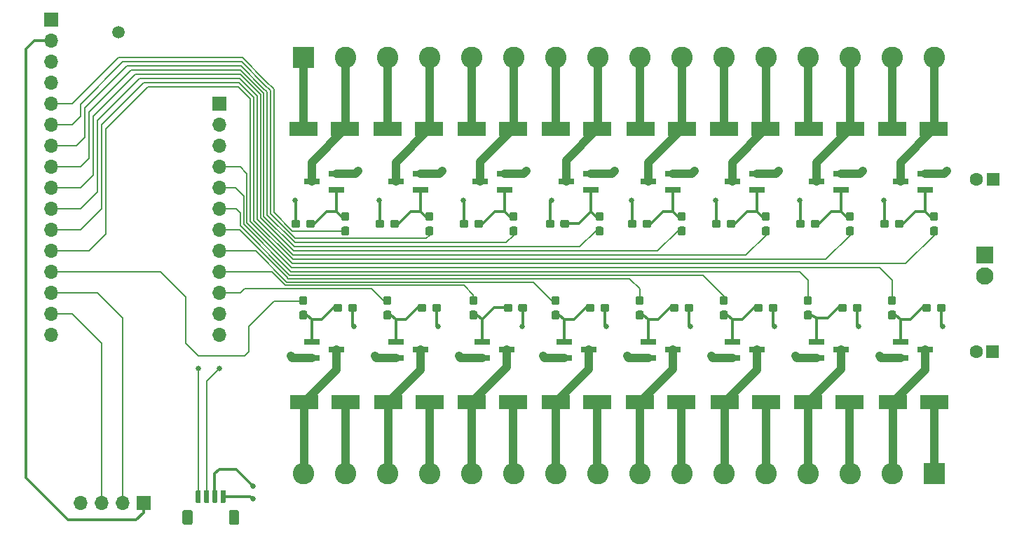
<source format=gtl>
G04 #@! TF.GenerationSoftware,KiCad,Pcbnew,5.1.5+dfsg1-2build2*
G04 #@! TF.CreationDate,2022-05-26T11:06:16-04:00*
G04 #@! TF.ProjectId,feather_valve_driver,66656174-6865-4725-9f76-616c76655f64,rev?*
G04 #@! TF.SameCoordinates,Original*
G04 #@! TF.FileFunction,Copper,L1,Top*
G04 #@! TF.FilePolarity,Positive*
%FSLAX46Y46*%
G04 Gerber Fmt 4.6, Leading zero omitted, Abs format (unit mm)*
G04 Created by KiCad (PCBNEW 5.1.5+dfsg1-2build2) date 2022-05-26 11:06:16*
%MOMM*%
%LPD*%
G04 APERTURE LIST*
%ADD10C,2.100000*%
%ADD11R,2.100000X2.100000*%
%ADD12C,2.600000*%
%ADD13R,2.600000X2.600000*%
%ADD14C,1.500000*%
%ADD15C,1.600000*%
%ADD16R,1.600000X1.600000*%
%ADD17O,1.700000X1.700000*%
%ADD18R,1.700000X1.700000*%
%ADD19C,0.100000*%
%ADD20R,1.900000X0.800000*%
%ADD21R,3.500000X1.800000*%
%ADD22C,1.016000*%
%ADD23C,0.635000*%
%ADD24C,1.016000*%
%ADD25C,0.304800*%
%ADD26C,0.203200*%
G04 APERTURE END LIST*
D10*
X155956000Y-88900000D03*
D11*
X155956000Y-86360000D03*
D12*
X149860000Y-62484000D03*
X144780000Y-62484000D03*
X139700000Y-62484000D03*
X134620000Y-62484000D03*
X129540000Y-62484000D03*
X124460000Y-62484000D03*
X119380000Y-62484000D03*
X114300000Y-62484000D03*
X109220000Y-62484000D03*
X104140000Y-62484000D03*
X99060000Y-62484000D03*
X93980000Y-62484000D03*
X88900000Y-62484000D03*
X83820000Y-62484000D03*
X78740000Y-62484000D03*
D13*
X73660000Y-62484000D03*
D12*
X73660000Y-112776000D03*
X78740000Y-112776000D03*
X83820000Y-112776000D03*
X88900000Y-112776000D03*
X93980000Y-112776000D03*
X99060000Y-112776000D03*
X104140000Y-112776000D03*
X109220000Y-112776000D03*
X114300000Y-112776000D03*
X119380000Y-112776000D03*
X124460000Y-112776000D03*
X129540000Y-112776000D03*
X134620000Y-112776000D03*
X139700000Y-112776000D03*
X144780000Y-112776000D03*
D13*
X149860000Y-112776000D03*
D14*
X51308000Y-59436000D03*
D15*
X154940000Y-98044000D03*
D16*
X156940000Y-98044000D03*
D15*
X154972000Y-77216000D03*
D16*
X156972000Y-77216000D03*
D17*
X43180000Y-96012000D03*
X43180000Y-93472000D03*
X43180000Y-90932000D03*
X43180000Y-88392000D03*
X43180000Y-85852000D03*
X43180000Y-83312000D03*
X43180000Y-80772000D03*
X43180000Y-78232000D03*
X43180000Y-75692000D03*
X43180000Y-73152000D03*
X43180000Y-70612000D03*
X43180000Y-68072000D03*
X43180000Y-65532000D03*
X43180000Y-62992000D03*
X43180000Y-60452000D03*
D18*
X43180000Y-57912000D03*
G04 #@! TA.AperFunction,SMDPad,CuDef*
D19*
G36*
X145965779Y-82076144D02*
G01*
X145988834Y-82079563D01*
X146011443Y-82085227D01*
X146033387Y-82093079D01*
X146054457Y-82103044D01*
X146074448Y-82115026D01*
X146093168Y-82128910D01*
X146110438Y-82144562D01*
X146126090Y-82161832D01*
X146139974Y-82180552D01*
X146151956Y-82200543D01*
X146161921Y-82221613D01*
X146169773Y-82243557D01*
X146175437Y-82266166D01*
X146178856Y-82289221D01*
X146180000Y-82312500D01*
X146180000Y-82787500D01*
X146178856Y-82810779D01*
X146175437Y-82833834D01*
X146169773Y-82856443D01*
X146161921Y-82878387D01*
X146151956Y-82899457D01*
X146139974Y-82919448D01*
X146126090Y-82938168D01*
X146110438Y-82955438D01*
X146093168Y-82971090D01*
X146074448Y-82984974D01*
X146054457Y-82996956D01*
X146033387Y-83006921D01*
X146011443Y-83014773D01*
X145988834Y-83020437D01*
X145965779Y-83023856D01*
X145942500Y-83025000D01*
X145367500Y-83025000D01*
X145344221Y-83023856D01*
X145321166Y-83020437D01*
X145298557Y-83014773D01*
X145276613Y-83006921D01*
X145255543Y-82996956D01*
X145235552Y-82984974D01*
X145216832Y-82971090D01*
X145199562Y-82955438D01*
X145183910Y-82938168D01*
X145170026Y-82919448D01*
X145158044Y-82899457D01*
X145148079Y-82878387D01*
X145140227Y-82856443D01*
X145134563Y-82833834D01*
X145131144Y-82810779D01*
X145130000Y-82787500D01*
X145130000Y-82312500D01*
X145131144Y-82289221D01*
X145134563Y-82266166D01*
X145140227Y-82243557D01*
X145148079Y-82221613D01*
X145158044Y-82200543D01*
X145170026Y-82180552D01*
X145183910Y-82161832D01*
X145199562Y-82144562D01*
X145216832Y-82128910D01*
X145235552Y-82115026D01*
X145255543Y-82103044D01*
X145276613Y-82093079D01*
X145298557Y-82085227D01*
X145321166Y-82079563D01*
X145344221Y-82076144D01*
X145367500Y-82075000D01*
X145942500Y-82075000D01*
X145965779Y-82076144D01*
G37*
G04 #@! TD.AperFunction*
G04 #@! TA.AperFunction,SMDPad,CuDef*
G36*
X144215779Y-82076144D02*
G01*
X144238834Y-82079563D01*
X144261443Y-82085227D01*
X144283387Y-82093079D01*
X144304457Y-82103044D01*
X144324448Y-82115026D01*
X144343168Y-82128910D01*
X144360438Y-82144562D01*
X144376090Y-82161832D01*
X144389974Y-82180552D01*
X144401956Y-82200543D01*
X144411921Y-82221613D01*
X144419773Y-82243557D01*
X144425437Y-82266166D01*
X144428856Y-82289221D01*
X144430000Y-82312500D01*
X144430000Y-82787500D01*
X144428856Y-82810779D01*
X144425437Y-82833834D01*
X144419773Y-82856443D01*
X144411921Y-82878387D01*
X144401956Y-82899457D01*
X144389974Y-82919448D01*
X144376090Y-82938168D01*
X144360438Y-82955438D01*
X144343168Y-82971090D01*
X144324448Y-82984974D01*
X144304457Y-82996956D01*
X144283387Y-83006921D01*
X144261443Y-83014773D01*
X144238834Y-83020437D01*
X144215779Y-83023856D01*
X144192500Y-83025000D01*
X143617500Y-83025000D01*
X143594221Y-83023856D01*
X143571166Y-83020437D01*
X143548557Y-83014773D01*
X143526613Y-83006921D01*
X143505543Y-82996956D01*
X143485552Y-82984974D01*
X143466832Y-82971090D01*
X143449562Y-82955438D01*
X143433910Y-82938168D01*
X143420026Y-82919448D01*
X143408044Y-82899457D01*
X143398079Y-82878387D01*
X143390227Y-82856443D01*
X143384563Y-82833834D01*
X143381144Y-82810779D01*
X143380000Y-82787500D01*
X143380000Y-82312500D01*
X143381144Y-82289221D01*
X143384563Y-82266166D01*
X143390227Y-82243557D01*
X143398079Y-82221613D01*
X143408044Y-82200543D01*
X143420026Y-82180552D01*
X143433910Y-82161832D01*
X143449562Y-82144562D01*
X143466832Y-82128910D01*
X143485552Y-82115026D01*
X143505543Y-82103044D01*
X143526613Y-82093079D01*
X143548557Y-82085227D01*
X143571166Y-82079563D01*
X143594221Y-82076144D01*
X143617500Y-82075000D01*
X144192500Y-82075000D01*
X144215779Y-82076144D01*
G37*
G04 #@! TD.AperFunction*
G04 #@! TA.AperFunction,SMDPad,CuDef*
G36*
X150120779Y-82901144D02*
G01*
X150143834Y-82904563D01*
X150166443Y-82910227D01*
X150188387Y-82918079D01*
X150209457Y-82928044D01*
X150229448Y-82940026D01*
X150248168Y-82953910D01*
X150265438Y-82969562D01*
X150281090Y-82986832D01*
X150294974Y-83005552D01*
X150306956Y-83025543D01*
X150316921Y-83046613D01*
X150324773Y-83068557D01*
X150330437Y-83091166D01*
X150333856Y-83114221D01*
X150335000Y-83137500D01*
X150335000Y-83712500D01*
X150333856Y-83735779D01*
X150330437Y-83758834D01*
X150324773Y-83781443D01*
X150316921Y-83803387D01*
X150306956Y-83824457D01*
X150294974Y-83844448D01*
X150281090Y-83863168D01*
X150265438Y-83880438D01*
X150248168Y-83896090D01*
X150229448Y-83909974D01*
X150209457Y-83921956D01*
X150188387Y-83931921D01*
X150166443Y-83939773D01*
X150143834Y-83945437D01*
X150120779Y-83948856D01*
X150097500Y-83950000D01*
X149622500Y-83950000D01*
X149599221Y-83948856D01*
X149576166Y-83945437D01*
X149553557Y-83939773D01*
X149531613Y-83931921D01*
X149510543Y-83921956D01*
X149490552Y-83909974D01*
X149471832Y-83896090D01*
X149454562Y-83880438D01*
X149438910Y-83863168D01*
X149425026Y-83844448D01*
X149413044Y-83824457D01*
X149403079Y-83803387D01*
X149395227Y-83781443D01*
X149389563Y-83758834D01*
X149386144Y-83735779D01*
X149385000Y-83712500D01*
X149385000Y-83137500D01*
X149386144Y-83114221D01*
X149389563Y-83091166D01*
X149395227Y-83068557D01*
X149403079Y-83046613D01*
X149413044Y-83025543D01*
X149425026Y-83005552D01*
X149438910Y-82986832D01*
X149454562Y-82969562D01*
X149471832Y-82953910D01*
X149490552Y-82940026D01*
X149510543Y-82928044D01*
X149531613Y-82918079D01*
X149553557Y-82910227D01*
X149576166Y-82904563D01*
X149599221Y-82901144D01*
X149622500Y-82900000D01*
X150097500Y-82900000D01*
X150120779Y-82901144D01*
G37*
G04 #@! TD.AperFunction*
G04 #@! TA.AperFunction,SMDPad,CuDef*
G36*
X150120779Y-81151144D02*
G01*
X150143834Y-81154563D01*
X150166443Y-81160227D01*
X150188387Y-81168079D01*
X150209457Y-81178044D01*
X150229448Y-81190026D01*
X150248168Y-81203910D01*
X150265438Y-81219562D01*
X150281090Y-81236832D01*
X150294974Y-81255552D01*
X150306956Y-81275543D01*
X150316921Y-81296613D01*
X150324773Y-81318557D01*
X150330437Y-81341166D01*
X150333856Y-81364221D01*
X150335000Y-81387500D01*
X150335000Y-81962500D01*
X150333856Y-81985779D01*
X150330437Y-82008834D01*
X150324773Y-82031443D01*
X150316921Y-82053387D01*
X150306956Y-82074457D01*
X150294974Y-82094448D01*
X150281090Y-82113168D01*
X150265438Y-82130438D01*
X150248168Y-82146090D01*
X150229448Y-82159974D01*
X150209457Y-82171956D01*
X150188387Y-82181921D01*
X150166443Y-82189773D01*
X150143834Y-82195437D01*
X150120779Y-82198856D01*
X150097500Y-82200000D01*
X149622500Y-82200000D01*
X149599221Y-82198856D01*
X149576166Y-82195437D01*
X149553557Y-82189773D01*
X149531613Y-82181921D01*
X149510543Y-82171956D01*
X149490552Y-82159974D01*
X149471832Y-82146090D01*
X149454562Y-82130438D01*
X149438910Y-82113168D01*
X149425026Y-82094448D01*
X149413044Y-82074457D01*
X149403079Y-82053387D01*
X149395227Y-82031443D01*
X149389563Y-82008834D01*
X149386144Y-81985779D01*
X149385000Y-81962500D01*
X149385000Y-81387500D01*
X149386144Y-81364221D01*
X149389563Y-81341166D01*
X149395227Y-81318557D01*
X149403079Y-81296613D01*
X149413044Y-81275543D01*
X149425026Y-81255552D01*
X149438910Y-81236832D01*
X149454562Y-81219562D01*
X149471832Y-81203910D01*
X149490552Y-81190026D01*
X149510543Y-81178044D01*
X149531613Y-81168079D01*
X149553557Y-81160227D01*
X149576166Y-81154563D01*
X149599221Y-81151144D01*
X149622500Y-81150000D01*
X150097500Y-81150000D01*
X150120779Y-81151144D01*
G37*
G04 #@! TD.AperFunction*
G04 #@! TA.AperFunction,SMDPad,CuDef*
G36*
X135805779Y-82076144D02*
G01*
X135828834Y-82079563D01*
X135851443Y-82085227D01*
X135873387Y-82093079D01*
X135894457Y-82103044D01*
X135914448Y-82115026D01*
X135933168Y-82128910D01*
X135950438Y-82144562D01*
X135966090Y-82161832D01*
X135979974Y-82180552D01*
X135991956Y-82200543D01*
X136001921Y-82221613D01*
X136009773Y-82243557D01*
X136015437Y-82266166D01*
X136018856Y-82289221D01*
X136020000Y-82312500D01*
X136020000Y-82787500D01*
X136018856Y-82810779D01*
X136015437Y-82833834D01*
X136009773Y-82856443D01*
X136001921Y-82878387D01*
X135991956Y-82899457D01*
X135979974Y-82919448D01*
X135966090Y-82938168D01*
X135950438Y-82955438D01*
X135933168Y-82971090D01*
X135914448Y-82984974D01*
X135894457Y-82996956D01*
X135873387Y-83006921D01*
X135851443Y-83014773D01*
X135828834Y-83020437D01*
X135805779Y-83023856D01*
X135782500Y-83025000D01*
X135207500Y-83025000D01*
X135184221Y-83023856D01*
X135161166Y-83020437D01*
X135138557Y-83014773D01*
X135116613Y-83006921D01*
X135095543Y-82996956D01*
X135075552Y-82984974D01*
X135056832Y-82971090D01*
X135039562Y-82955438D01*
X135023910Y-82938168D01*
X135010026Y-82919448D01*
X134998044Y-82899457D01*
X134988079Y-82878387D01*
X134980227Y-82856443D01*
X134974563Y-82833834D01*
X134971144Y-82810779D01*
X134970000Y-82787500D01*
X134970000Y-82312500D01*
X134971144Y-82289221D01*
X134974563Y-82266166D01*
X134980227Y-82243557D01*
X134988079Y-82221613D01*
X134998044Y-82200543D01*
X135010026Y-82180552D01*
X135023910Y-82161832D01*
X135039562Y-82144562D01*
X135056832Y-82128910D01*
X135075552Y-82115026D01*
X135095543Y-82103044D01*
X135116613Y-82093079D01*
X135138557Y-82085227D01*
X135161166Y-82079563D01*
X135184221Y-82076144D01*
X135207500Y-82075000D01*
X135782500Y-82075000D01*
X135805779Y-82076144D01*
G37*
G04 #@! TD.AperFunction*
G04 #@! TA.AperFunction,SMDPad,CuDef*
G36*
X134055779Y-82076144D02*
G01*
X134078834Y-82079563D01*
X134101443Y-82085227D01*
X134123387Y-82093079D01*
X134144457Y-82103044D01*
X134164448Y-82115026D01*
X134183168Y-82128910D01*
X134200438Y-82144562D01*
X134216090Y-82161832D01*
X134229974Y-82180552D01*
X134241956Y-82200543D01*
X134251921Y-82221613D01*
X134259773Y-82243557D01*
X134265437Y-82266166D01*
X134268856Y-82289221D01*
X134270000Y-82312500D01*
X134270000Y-82787500D01*
X134268856Y-82810779D01*
X134265437Y-82833834D01*
X134259773Y-82856443D01*
X134251921Y-82878387D01*
X134241956Y-82899457D01*
X134229974Y-82919448D01*
X134216090Y-82938168D01*
X134200438Y-82955438D01*
X134183168Y-82971090D01*
X134164448Y-82984974D01*
X134144457Y-82996956D01*
X134123387Y-83006921D01*
X134101443Y-83014773D01*
X134078834Y-83020437D01*
X134055779Y-83023856D01*
X134032500Y-83025000D01*
X133457500Y-83025000D01*
X133434221Y-83023856D01*
X133411166Y-83020437D01*
X133388557Y-83014773D01*
X133366613Y-83006921D01*
X133345543Y-82996956D01*
X133325552Y-82984974D01*
X133306832Y-82971090D01*
X133289562Y-82955438D01*
X133273910Y-82938168D01*
X133260026Y-82919448D01*
X133248044Y-82899457D01*
X133238079Y-82878387D01*
X133230227Y-82856443D01*
X133224563Y-82833834D01*
X133221144Y-82810779D01*
X133220000Y-82787500D01*
X133220000Y-82312500D01*
X133221144Y-82289221D01*
X133224563Y-82266166D01*
X133230227Y-82243557D01*
X133238079Y-82221613D01*
X133248044Y-82200543D01*
X133260026Y-82180552D01*
X133273910Y-82161832D01*
X133289562Y-82144562D01*
X133306832Y-82128910D01*
X133325552Y-82115026D01*
X133345543Y-82103044D01*
X133366613Y-82093079D01*
X133388557Y-82085227D01*
X133411166Y-82079563D01*
X133434221Y-82076144D01*
X133457500Y-82075000D01*
X134032500Y-82075000D01*
X134055779Y-82076144D01*
G37*
G04 #@! TD.AperFunction*
G04 #@! TA.AperFunction,SMDPad,CuDef*
G36*
X139960779Y-82901144D02*
G01*
X139983834Y-82904563D01*
X140006443Y-82910227D01*
X140028387Y-82918079D01*
X140049457Y-82928044D01*
X140069448Y-82940026D01*
X140088168Y-82953910D01*
X140105438Y-82969562D01*
X140121090Y-82986832D01*
X140134974Y-83005552D01*
X140146956Y-83025543D01*
X140156921Y-83046613D01*
X140164773Y-83068557D01*
X140170437Y-83091166D01*
X140173856Y-83114221D01*
X140175000Y-83137500D01*
X140175000Y-83712500D01*
X140173856Y-83735779D01*
X140170437Y-83758834D01*
X140164773Y-83781443D01*
X140156921Y-83803387D01*
X140146956Y-83824457D01*
X140134974Y-83844448D01*
X140121090Y-83863168D01*
X140105438Y-83880438D01*
X140088168Y-83896090D01*
X140069448Y-83909974D01*
X140049457Y-83921956D01*
X140028387Y-83931921D01*
X140006443Y-83939773D01*
X139983834Y-83945437D01*
X139960779Y-83948856D01*
X139937500Y-83950000D01*
X139462500Y-83950000D01*
X139439221Y-83948856D01*
X139416166Y-83945437D01*
X139393557Y-83939773D01*
X139371613Y-83931921D01*
X139350543Y-83921956D01*
X139330552Y-83909974D01*
X139311832Y-83896090D01*
X139294562Y-83880438D01*
X139278910Y-83863168D01*
X139265026Y-83844448D01*
X139253044Y-83824457D01*
X139243079Y-83803387D01*
X139235227Y-83781443D01*
X139229563Y-83758834D01*
X139226144Y-83735779D01*
X139225000Y-83712500D01*
X139225000Y-83137500D01*
X139226144Y-83114221D01*
X139229563Y-83091166D01*
X139235227Y-83068557D01*
X139243079Y-83046613D01*
X139253044Y-83025543D01*
X139265026Y-83005552D01*
X139278910Y-82986832D01*
X139294562Y-82969562D01*
X139311832Y-82953910D01*
X139330552Y-82940026D01*
X139350543Y-82928044D01*
X139371613Y-82918079D01*
X139393557Y-82910227D01*
X139416166Y-82904563D01*
X139439221Y-82901144D01*
X139462500Y-82900000D01*
X139937500Y-82900000D01*
X139960779Y-82901144D01*
G37*
G04 #@! TD.AperFunction*
G04 #@! TA.AperFunction,SMDPad,CuDef*
G36*
X139960779Y-81151144D02*
G01*
X139983834Y-81154563D01*
X140006443Y-81160227D01*
X140028387Y-81168079D01*
X140049457Y-81178044D01*
X140069448Y-81190026D01*
X140088168Y-81203910D01*
X140105438Y-81219562D01*
X140121090Y-81236832D01*
X140134974Y-81255552D01*
X140146956Y-81275543D01*
X140156921Y-81296613D01*
X140164773Y-81318557D01*
X140170437Y-81341166D01*
X140173856Y-81364221D01*
X140175000Y-81387500D01*
X140175000Y-81962500D01*
X140173856Y-81985779D01*
X140170437Y-82008834D01*
X140164773Y-82031443D01*
X140156921Y-82053387D01*
X140146956Y-82074457D01*
X140134974Y-82094448D01*
X140121090Y-82113168D01*
X140105438Y-82130438D01*
X140088168Y-82146090D01*
X140069448Y-82159974D01*
X140049457Y-82171956D01*
X140028387Y-82181921D01*
X140006443Y-82189773D01*
X139983834Y-82195437D01*
X139960779Y-82198856D01*
X139937500Y-82200000D01*
X139462500Y-82200000D01*
X139439221Y-82198856D01*
X139416166Y-82195437D01*
X139393557Y-82189773D01*
X139371613Y-82181921D01*
X139350543Y-82171956D01*
X139330552Y-82159974D01*
X139311832Y-82146090D01*
X139294562Y-82130438D01*
X139278910Y-82113168D01*
X139265026Y-82094448D01*
X139253044Y-82074457D01*
X139243079Y-82053387D01*
X139235227Y-82031443D01*
X139229563Y-82008834D01*
X139226144Y-81985779D01*
X139225000Y-81962500D01*
X139225000Y-81387500D01*
X139226144Y-81364221D01*
X139229563Y-81341166D01*
X139235227Y-81318557D01*
X139243079Y-81296613D01*
X139253044Y-81275543D01*
X139265026Y-81255552D01*
X139278910Y-81236832D01*
X139294562Y-81219562D01*
X139311832Y-81203910D01*
X139330552Y-81190026D01*
X139350543Y-81178044D01*
X139371613Y-81168079D01*
X139393557Y-81160227D01*
X139416166Y-81154563D01*
X139439221Y-81151144D01*
X139462500Y-81150000D01*
X139937500Y-81150000D01*
X139960779Y-81151144D01*
G37*
G04 #@! TD.AperFunction*
G04 #@! TA.AperFunction,SMDPad,CuDef*
G36*
X125645779Y-82076144D02*
G01*
X125668834Y-82079563D01*
X125691443Y-82085227D01*
X125713387Y-82093079D01*
X125734457Y-82103044D01*
X125754448Y-82115026D01*
X125773168Y-82128910D01*
X125790438Y-82144562D01*
X125806090Y-82161832D01*
X125819974Y-82180552D01*
X125831956Y-82200543D01*
X125841921Y-82221613D01*
X125849773Y-82243557D01*
X125855437Y-82266166D01*
X125858856Y-82289221D01*
X125860000Y-82312500D01*
X125860000Y-82787500D01*
X125858856Y-82810779D01*
X125855437Y-82833834D01*
X125849773Y-82856443D01*
X125841921Y-82878387D01*
X125831956Y-82899457D01*
X125819974Y-82919448D01*
X125806090Y-82938168D01*
X125790438Y-82955438D01*
X125773168Y-82971090D01*
X125754448Y-82984974D01*
X125734457Y-82996956D01*
X125713387Y-83006921D01*
X125691443Y-83014773D01*
X125668834Y-83020437D01*
X125645779Y-83023856D01*
X125622500Y-83025000D01*
X125047500Y-83025000D01*
X125024221Y-83023856D01*
X125001166Y-83020437D01*
X124978557Y-83014773D01*
X124956613Y-83006921D01*
X124935543Y-82996956D01*
X124915552Y-82984974D01*
X124896832Y-82971090D01*
X124879562Y-82955438D01*
X124863910Y-82938168D01*
X124850026Y-82919448D01*
X124838044Y-82899457D01*
X124828079Y-82878387D01*
X124820227Y-82856443D01*
X124814563Y-82833834D01*
X124811144Y-82810779D01*
X124810000Y-82787500D01*
X124810000Y-82312500D01*
X124811144Y-82289221D01*
X124814563Y-82266166D01*
X124820227Y-82243557D01*
X124828079Y-82221613D01*
X124838044Y-82200543D01*
X124850026Y-82180552D01*
X124863910Y-82161832D01*
X124879562Y-82144562D01*
X124896832Y-82128910D01*
X124915552Y-82115026D01*
X124935543Y-82103044D01*
X124956613Y-82093079D01*
X124978557Y-82085227D01*
X125001166Y-82079563D01*
X125024221Y-82076144D01*
X125047500Y-82075000D01*
X125622500Y-82075000D01*
X125645779Y-82076144D01*
G37*
G04 #@! TD.AperFunction*
G04 #@! TA.AperFunction,SMDPad,CuDef*
G36*
X123895779Y-82076144D02*
G01*
X123918834Y-82079563D01*
X123941443Y-82085227D01*
X123963387Y-82093079D01*
X123984457Y-82103044D01*
X124004448Y-82115026D01*
X124023168Y-82128910D01*
X124040438Y-82144562D01*
X124056090Y-82161832D01*
X124069974Y-82180552D01*
X124081956Y-82200543D01*
X124091921Y-82221613D01*
X124099773Y-82243557D01*
X124105437Y-82266166D01*
X124108856Y-82289221D01*
X124110000Y-82312500D01*
X124110000Y-82787500D01*
X124108856Y-82810779D01*
X124105437Y-82833834D01*
X124099773Y-82856443D01*
X124091921Y-82878387D01*
X124081956Y-82899457D01*
X124069974Y-82919448D01*
X124056090Y-82938168D01*
X124040438Y-82955438D01*
X124023168Y-82971090D01*
X124004448Y-82984974D01*
X123984457Y-82996956D01*
X123963387Y-83006921D01*
X123941443Y-83014773D01*
X123918834Y-83020437D01*
X123895779Y-83023856D01*
X123872500Y-83025000D01*
X123297500Y-83025000D01*
X123274221Y-83023856D01*
X123251166Y-83020437D01*
X123228557Y-83014773D01*
X123206613Y-83006921D01*
X123185543Y-82996956D01*
X123165552Y-82984974D01*
X123146832Y-82971090D01*
X123129562Y-82955438D01*
X123113910Y-82938168D01*
X123100026Y-82919448D01*
X123088044Y-82899457D01*
X123078079Y-82878387D01*
X123070227Y-82856443D01*
X123064563Y-82833834D01*
X123061144Y-82810779D01*
X123060000Y-82787500D01*
X123060000Y-82312500D01*
X123061144Y-82289221D01*
X123064563Y-82266166D01*
X123070227Y-82243557D01*
X123078079Y-82221613D01*
X123088044Y-82200543D01*
X123100026Y-82180552D01*
X123113910Y-82161832D01*
X123129562Y-82144562D01*
X123146832Y-82128910D01*
X123165552Y-82115026D01*
X123185543Y-82103044D01*
X123206613Y-82093079D01*
X123228557Y-82085227D01*
X123251166Y-82079563D01*
X123274221Y-82076144D01*
X123297500Y-82075000D01*
X123872500Y-82075000D01*
X123895779Y-82076144D01*
G37*
G04 #@! TD.AperFunction*
G04 #@! TA.AperFunction,SMDPad,CuDef*
G36*
X129800779Y-82901144D02*
G01*
X129823834Y-82904563D01*
X129846443Y-82910227D01*
X129868387Y-82918079D01*
X129889457Y-82928044D01*
X129909448Y-82940026D01*
X129928168Y-82953910D01*
X129945438Y-82969562D01*
X129961090Y-82986832D01*
X129974974Y-83005552D01*
X129986956Y-83025543D01*
X129996921Y-83046613D01*
X130004773Y-83068557D01*
X130010437Y-83091166D01*
X130013856Y-83114221D01*
X130015000Y-83137500D01*
X130015000Y-83712500D01*
X130013856Y-83735779D01*
X130010437Y-83758834D01*
X130004773Y-83781443D01*
X129996921Y-83803387D01*
X129986956Y-83824457D01*
X129974974Y-83844448D01*
X129961090Y-83863168D01*
X129945438Y-83880438D01*
X129928168Y-83896090D01*
X129909448Y-83909974D01*
X129889457Y-83921956D01*
X129868387Y-83931921D01*
X129846443Y-83939773D01*
X129823834Y-83945437D01*
X129800779Y-83948856D01*
X129777500Y-83950000D01*
X129302500Y-83950000D01*
X129279221Y-83948856D01*
X129256166Y-83945437D01*
X129233557Y-83939773D01*
X129211613Y-83931921D01*
X129190543Y-83921956D01*
X129170552Y-83909974D01*
X129151832Y-83896090D01*
X129134562Y-83880438D01*
X129118910Y-83863168D01*
X129105026Y-83844448D01*
X129093044Y-83824457D01*
X129083079Y-83803387D01*
X129075227Y-83781443D01*
X129069563Y-83758834D01*
X129066144Y-83735779D01*
X129065000Y-83712500D01*
X129065000Y-83137500D01*
X129066144Y-83114221D01*
X129069563Y-83091166D01*
X129075227Y-83068557D01*
X129083079Y-83046613D01*
X129093044Y-83025543D01*
X129105026Y-83005552D01*
X129118910Y-82986832D01*
X129134562Y-82969562D01*
X129151832Y-82953910D01*
X129170552Y-82940026D01*
X129190543Y-82928044D01*
X129211613Y-82918079D01*
X129233557Y-82910227D01*
X129256166Y-82904563D01*
X129279221Y-82901144D01*
X129302500Y-82900000D01*
X129777500Y-82900000D01*
X129800779Y-82901144D01*
G37*
G04 #@! TD.AperFunction*
G04 #@! TA.AperFunction,SMDPad,CuDef*
G36*
X129800779Y-81151144D02*
G01*
X129823834Y-81154563D01*
X129846443Y-81160227D01*
X129868387Y-81168079D01*
X129889457Y-81178044D01*
X129909448Y-81190026D01*
X129928168Y-81203910D01*
X129945438Y-81219562D01*
X129961090Y-81236832D01*
X129974974Y-81255552D01*
X129986956Y-81275543D01*
X129996921Y-81296613D01*
X130004773Y-81318557D01*
X130010437Y-81341166D01*
X130013856Y-81364221D01*
X130015000Y-81387500D01*
X130015000Y-81962500D01*
X130013856Y-81985779D01*
X130010437Y-82008834D01*
X130004773Y-82031443D01*
X129996921Y-82053387D01*
X129986956Y-82074457D01*
X129974974Y-82094448D01*
X129961090Y-82113168D01*
X129945438Y-82130438D01*
X129928168Y-82146090D01*
X129909448Y-82159974D01*
X129889457Y-82171956D01*
X129868387Y-82181921D01*
X129846443Y-82189773D01*
X129823834Y-82195437D01*
X129800779Y-82198856D01*
X129777500Y-82200000D01*
X129302500Y-82200000D01*
X129279221Y-82198856D01*
X129256166Y-82195437D01*
X129233557Y-82189773D01*
X129211613Y-82181921D01*
X129190543Y-82171956D01*
X129170552Y-82159974D01*
X129151832Y-82146090D01*
X129134562Y-82130438D01*
X129118910Y-82113168D01*
X129105026Y-82094448D01*
X129093044Y-82074457D01*
X129083079Y-82053387D01*
X129075227Y-82031443D01*
X129069563Y-82008834D01*
X129066144Y-81985779D01*
X129065000Y-81962500D01*
X129065000Y-81387500D01*
X129066144Y-81364221D01*
X129069563Y-81341166D01*
X129075227Y-81318557D01*
X129083079Y-81296613D01*
X129093044Y-81275543D01*
X129105026Y-81255552D01*
X129118910Y-81236832D01*
X129134562Y-81219562D01*
X129151832Y-81203910D01*
X129170552Y-81190026D01*
X129190543Y-81178044D01*
X129211613Y-81168079D01*
X129233557Y-81160227D01*
X129256166Y-81154563D01*
X129279221Y-81151144D01*
X129302500Y-81150000D01*
X129777500Y-81150000D01*
X129800779Y-81151144D01*
G37*
G04 #@! TD.AperFunction*
G04 #@! TA.AperFunction,SMDPad,CuDef*
G36*
X115485779Y-82076144D02*
G01*
X115508834Y-82079563D01*
X115531443Y-82085227D01*
X115553387Y-82093079D01*
X115574457Y-82103044D01*
X115594448Y-82115026D01*
X115613168Y-82128910D01*
X115630438Y-82144562D01*
X115646090Y-82161832D01*
X115659974Y-82180552D01*
X115671956Y-82200543D01*
X115681921Y-82221613D01*
X115689773Y-82243557D01*
X115695437Y-82266166D01*
X115698856Y-82289221D01*
X115700000Y-82312500D01*
X115700000Y-82787500D01*
X115698856Y-82810779D01*
X115695437Y-82833834D01*
X115689773Y-82856443D01*
X115681921Y-82878387D01*
X115671956Y-82899457D01*
X115659974Y-82919448D01*
X115646090Y-82938168D01*
X115630438Y-82955438D01*
X115613168Y-82971090D01*
X115594448Y-82984974D01*
X115574457Y-82996956D01*
X115553387Y-83006921D01*
X115531443Y-83014773D01*
X115508834Y-83020437D01*
X115485779Y-83023856D01*
X115462500Y-83025000D01*
X114887500Y-83025000D01*
X114864221Y-83023856D01*
X114841166Y-83020437D01*
X114818557Y-83014773D01*
X114796613Y-83006921D01*
X114775543Y-82996956D01*
X114755552Y-82984974D01*
X114736832Y-82971090D01*
X114719562Y-82955438D01*
X114703910Y-82938168D01*
X114690026Y-82919448D01*
X114678044Y-82899457D01*
X114668079Y-82878387D01*
X114660227Y-82856443D01*
X114654563Y-82833834D01*
X114651144Y-82810779D01*
X114650000Y-82787500D01*
X114650000Y-82312500D01*
X114651144Y-82289221D01*
X114654563Y-82266166D01*
X114660227Y-82243557D01*
X114668079Y-82221613D01*
X114678044Y-82200543D01*
X114690026Y-82180552D01*
X114703910Y-82161832D01*
X114719562Y-82144562D01*
X114736832Y-82128910D01*
X114755552Y-82115026D01*
X114775543Y-82103044D01*
X114796613Y-82093079D01*
X114818557Y-82085227D01*
X114841166Y-82079563D01*
X114864221Y-82076144D01*
X114887500Y-82075000D01*
X115462500Y-82075000D01*
X115485779Y-82076144D01*
G37*
G04 #@! TD.AperFunction*
G04 #@! TA.AperFunction,SMDPad,CuDef*
G36*
X113735779Y-82076144D02*
G01*
X113758834Y-82079563D01*
X113781443Y-82085227D01*
X113803387Y-82093079D01*
X113824457Y-82103044D01*
X113844448Y-82115026D01*
X113863168Y-82128910D01*
X113880438Y-82144562D01*
X113896090Y-82161832D01*
X113909974Y-82180552D01*
X113921956Y-82200543D01*
X113931921Y-82221613D01*
X113939773Y-82243557D01*
X113945437Y-82266166D01*
X113948856Y-82289221D01*
X113950000Y-82312500D01*
X113950000Y-82787500D01*
X113948856Y-82810779D01*
X113945437Y-82833834D01*
X113939773Y-82856443D01*
X113931921Y-82878387D01*
X113921956Y-82899457D01*
X113909974Y-82919448D01*
X113896090Y-82938168D01*
X113880438Y-82955438D01*
X113863168Y-82971090D01*
X113844448Y-82984974D01*
X113824457Y-82996956D01*
X113803387Y-83006921D01*
X113781443Y-83014773D01*
X113758834Y-83020437D01*
X113735779Y-83023856D01*
X113712500Y-83025000D01*
X113137500Y-83025000D01*
X113114221Y-83023856D01*
X113091166Y-83020437D01*
X113068557Y-83014773D01*
X113046613Y-83006921D01*
X113025543Y-82996956D01*
X113005552Y-82984974D01*
X112986832Y-82971090D01*
X112969562Y-82955438D01*
X112953910Y-82938168D01*
X112940026Y-82919448D01*
X112928044Y-82899457D01*
X112918079Y-82878387D01*
X112910227Y-82856443D01*
X112904563Y-82833834D01*
X112901144Y-82810779D01*
X112900000Y-82787500D01*
X112900000Y-82312500D01*
X112901144Y-82289221D01*
X112904563Y-82266166D01*
X112910227Y-82243557D01*
X112918079Y-82221613D01*
X112928044Y-82200543D01*
X112940026Y-82180552D01*
X112953910Y-82161832D01*
X112969562Y-82144562D01*
X112986832Y-82128910D01*
X113005552Y-82115026D01*
X113025543Y-82103044D01*
X113046613Y-82093079D01*
X113068557Y-82085227D01*
X113091166Y-82079563D01*
X113114221Y-82076144D01*
X113137500Y-82075000D01*
X113712500Y-82075000D01*
X113735779Y-82076144D01*
G37*
G04 #@! TD.AperFunction*
G04 #@! TA.AperFunction,SMDPad,CuDef*
G36*
X119640779Y-82901144D02*
G01*
X119663834Y-82904563D01*
X119686443Y-82910227D01*
X119708387Y-82918079D01*
X119729457Y-82928044D01*
X119749448Y-82940026D01*
X119768168Y-82953910D01*
X119785438Y-82969562D01*
X119801090Y-82986832D01*
X119814974Y-83005552D01*
X119826956Y-83025543D01*
X119836921Y-83046613D01*
X119844773Y-83068557D01*
X119850437Y-83091166D01*
X119853856Y-83114221D01*
X119855000Y-83137500D01*
X119855000Y-83712500D01*
X119853856Y-83735779D01*
X119850437Y-83758834D01*
X119844773Y-83781443D01*
X119836921Y-83803387D01*
X119826956Y-83824457D01*
X119814974Y-83844448D01*
X119801090Y-83863168D01*
X119785438Y-83880438D01*
X119768168Y-83896090D01*
X119749448Y-83909974D01*
X119729457Y-83921956D01*
X119708387Y-83931921D01*
X119686443Y-83939773D01*
X119663834Y-83945437D01*
X119640779Y-83948856D01*
X119617500Y-83950000D01*
X119142500Y-83950000D01*
X119119221Y-83948856D01*
X119096166Y-83945437D01*
X119073557Y-83939773D01*
X119051613Y-83931921D01*
X119030543Y-83921956D01*
X119010552Y-83909974D01*
X118991832Y-83896090D01*
X118974562Y-83880438D01*
X118958910Y-83863168D01*
X118945026Y-83844448D01*
X118933044Y-83824457D01*
X118923079Y-83803387D01*
X118915227Y-83781443D01*
X118909563Y-83758834D01*
X118906144Y-83735779D01*
X118905000Y-83712500D01*
X118905000Y-83137500D01*
X118906144Y-83114221D01*
X118909563Y-83091166D01*
X118915227Y-83068557D01*
X118923079Y-83046613D01*
X118933044Y-83025543D01*
X118945026Y-83005552D01*
X118958910Y-82986832D01*
X118974562Y-82969562D01*
X118991832Y-82953910D01*
X119010552Y-82940026D01*
X119030543Y-82928044D01*
X119051613Y-82918079D01*
X119073557Y-82910227D01*
X119096166Y-82904563D01*
X119119221Y-82901144D01*
X119142500Y-82900000D01*
X119617500Y-82900000D01*
X119640779Y-82901144D01*
G37*
G04 #@! TD.AperFunction*
G04 #@! TA.AperFunction,SMDPad,CuDef*
G36*
X119640779Y-81151144D02*
G01*
X119663834Y-81154563D01*
X119686443Y-81160227D01*
X119708387Y-81168079D01*
X119729457Y-81178044D01*
X119749448Y-81190026D01*
X119768168Y-81203910D01*
X119785438Y-81219562D01*
X119801090Y-81236832D01*
X119814974Y-81255552D01*
X119826956Y-81275543D01*
X119836921Y-81296613D01*
X119844773Y-81318557D01*
X119850437Y-81341166D01*
X119853856Y-81364221D01*
X119855000Y-81387500D01*
X119855000Y-81962500D01*
X119853856Y-81985779D01*
X119850437Y-82008834D01*
X119844773Y-82031443D01*
X119836921Y-82053387D01*
X119826956Y-82074457D01*
X119814974Y-82094448D01*
X119801090Y-82113168D01*
X119785438Y-82130438D01*
X119768168Y-82146090D01*
X119749448Y-82159974D01*
X119729457Y-82171956D01*
X119708387Y-82181921D01*
X119686443Y-82189773D01*
X119663834Y-82195437D01*
X119640779Y-82198856D01*
X119617500Y-82200000D01*
X119142500Y-82200000D01*
X119119221Y-82198856D01*
X119096166Y-82195437D01*
X119073557Y-82189773D01*
X119051613Y-82181921D01*
X119030543Y-82171956D01*
X119010552Y-82159974D01*
X118991832Y-82146090D01*
X118974562Y-82130438D01*
X118958910Y-82113168D01*
X118945026Y-82094448D01*
X118933044Y-82074457D01*
X118923079Y-82053387D01*
X118915227Y-82031443D01*
X118909563Y-82008834D01*
X118906144Y-81985779D01*
X118905000Y-81962500D01*
X118905000Y-81387500D01*
X118906144Y-81364221D01*
X118909563Y-81341166D01*
X118915227Y-81318557D01*
X118923079Y-81296613D01*
X118933044Y-81275543D01*
X118945026Y-81255552D01*
X118958910Y-81236832D01*
X118974562Y-81219562D01*
X118991832Y-81203910D01*
X119010552Y-81190026D01*
X119030543Y-81178044D01*
X119051613Y-81168079D01*
X119073557Y-81160227D01*
X119096166Y-81154563D01*
X119119221Y-81151144D01*
X119142500Y-81150000D01*
X119617500Y-81150000D01*
X119640779Y-81151144D01*
G37*
G04 #@! TD.AperFunction*
G04 #@! TA.AperFunction,SMDPad,CuDef*
G36*
X105555779Y-82076144D02*
G01*
X105578834Y-82079563D01*
X105601443Y-82085227D01*
X105623387Y-82093079D01*
X105644457Y-82103044D01*
X105664448Y-82115026D01*
X105683168Y-82128910D01*
X105700438Y-82144562D01*
X105716090Y-82161832D01*
X105729974Y-82180552D01*
X105741956Y-82200543D01*
X105751921Y-82221613D01*
X105759773Y-82243557D01*
X105765437Y-82266166D01*
X105768856Y-82289221D01*
X105770000Y-82312500D01*
X105770000Y-82787500D01*
X105768856Y-82810779D01*
X105765437Y-82833834D01*
X105759773Y-82856443D01*
X105751921Y-82878387D01*
X105741956Y-82899457D01*
X105729974Y-82919448D01*
X105716090Y-82938168D01*
X105700438Y-82955438D01*
X105683168Y-82971090D01*
X105664448Y-82984974D01*
X105644457Y-82996956D01*
X105623387Y-83006921D01*
X105601443Y-83014773D01*
X105578834Y-83020437D01*
X105555779Y-83023856D01*
X105532500Y-83025000D01*
X104957500Y-83025000D01*
X104934221Y-83023856D01*
X104911166Y-83020437D01*
X104888557Y-83014773D01*
X104866613Y-83006921D01*
X104845543Y-82996956D01*
X104825552Y-82984974D01*
X104806832Y-82971090D01*
X104789562Y-82955438D01*
X104773910Y-82938168D01*
X104760026Y-82919448D01*
X104748044Y-82899457D01*
X104738079Y-82878387D01*
X104730227Y-82856443D01*
X104724563Y-82833834D01*
X104721144Y-82810779D01*
X104720000Y-82787500D01*
X104720000Y-82312500D01*
X104721144Y-82289221D01*
X104724563Y-82266166D01*
X104730227Y-82243557D01*
X104738079Y-82221613D01*
X104748044Y-82200543D01*
X104760026Y-82180552D01*
X104773910Y-82161832D01*
X104789562Y-82144562D01*
X104806832Y-82128910D01*
X104825552Y-82115026D01*
X104845543Y-82103044D01*
X104866613Y-82093079D01*
X104888557Y-82085227D01*
X104911166Y-82079563D01*
X104934221Y-82076144D01*
X104957500Y-82075000D01*
X105532500Y-82075000D01*
X105555779Y-82076144D01*
G37*
G04 #@! TD.AperFunction*
G04 #@! TA.AperFunction,SMDPad,CuDef*
G36*
X103805779Y-82076144D02*
G01*
X103828834Y-82079563D01*
X103851443Y-82085227D01*
X103873387Y-82093079D01*
X103894457Y-82103044D01*
X103914448Y-82115026D01*
X103933168Y-82128910D01*
X103950438Y-82144562D01*
X103966090Y-82161832D01*
X103979974Y-82180552D01*
X103991956Y-82200543D01*
X104001921Y-82221613D01*
X104009773Y-82243557D01*
X104015437Y-82266166D01*
X104018856Y-82289221D01*
X104020000Y-82312500D01*
X104020000Y-82787500D01*
X104018856Y-82810779D01*
X104015437Y-82833834D01*
X104009773Y-82856443D01*
X104001921Y-82878387D01*
X103991956Y-82899457D01*
X103979974Y-82919448D01*
X103966090Y-82938168D01*
X103950438Y-82955438D01*
X103933168Y-82971090D01*
X103914448Y-82984974D01*
X103894457Y-82996956D01*
X103873387Y-83006921D01*
X103851443Y-83014773D01*
X103828834Y-83020437D01*
X103805779Y-83023856D01*
X103782500Y-83025000D01*
X103207500Y-83025000D01*
X103184221Y-83023856D01*
X103161166Y-83020437D01*
X103138557Y-83014773D01*
X103116613Y-83006921D01*
X103095543Y-82996956D01*
X103075552Y-82984974D01*
X103056832Y-82971090D01*
X103039562Y-82955438D01*
X103023910Y-82938168D01*
X103010026Y-82919448D01*
X102998044Y-82899457D01*
X102988079Y-82878387D01*
X102980227Y-82856443D01*
X102974563Y-82833834D01*
X102971144Y-82810779D01*
X102970000Y-82787500D01*
X102970000Y-82312500D01*
X102971144Y-82289221D01*
X102974563Y-82266166D01*
X102980227Y-82243557D01*
X102988079Y-82221613D01*
X102998044Y-82200543D01*
X103010026Y-82180552D01*
X103023910Y-82161832D01*
X103039562Y-82144562D01*
X103056832Y-82128910D01*
X103075552Y-82115026D01*
X103095543Y-82103044D01*
X103116613Y-82093079D01*
X103138557Y-82085227D01*
X103161166Y-82079563D01*
X103184221Y-82076144D01*
X103207500Y-82075000D01*
X103782500Y-82075000D01*
X103805779Y-82076144D01*
G37*
G04 #@! TD.AperFunction*
G04 #@! TA.AperFunction,SMDPad,CuDef*
G36*
X109710779Y-82901144D02*
G01*
X109733834Y-82904563D01*
X109756443Y-82910227D01*
X109778387Y-82918079D01*
X109799457Y-82928044D01*
X109819448Y-82940026D01*
X109838168Y-82953910D01*
X109855438Y-82969562D01*
X109871090Y-82986832D01*
X109884974Y-83005552D01*
X109896956Y-83025543D01*
X109906921Y-83046613D01*
X109914773Y-83068557D01*
X109920437Y-83091166D01*
X109923856Y-83114221D01*
X109925000Y-83137500D01*
X109925000Y-83712500D01*
X109923856Y-83735779D01*
X109920437Y-83758834D01*
X109914773Y-83781443D01*
X109906921Y-83803387D01*
X109896956Y-83824457D01*
X109884974Y-83844448D01*
X109871090Y-83863168D01*
X109855438Y-83880438D01*
X109838168Y-83896090D01*
X109819448Y-83909974D01*
X109799457Y-83921956D01*
X109778387Y-83931921D01*
X109756443Y-83939773D01*
X109733834Y-83945437D01*
X109710779Y-83948856D01*
X109687500Y-83950000D01*
X109212500Y-83950000D01*
X109189221Y-83948856D01*
X109166166Y-83945437D01*
X109143557Y-83939773D01*
X109121613Y-83931921D01*
X109100543Y-83921956D01*
X109080552Y-83909974D01*
X109061832Y-83896090D01*
X109044562Y-83880438D01*
X109028910Y-83863168D01*
X109015026Y-83844448D01*
X109003044Y-83824457D01*
X108993079Y-83803387D01*
X108985227Y-83781443D01*
X108979563Y-83758834D01*
X108976144Y-83735779D01*
X108975000Y-83712500D01*
X108975000Y-83137500D01*
X108976144Y-83114221D01*
X108979563Y-83091166D01*
X108985227Y-83068557D01*
X108993079Y-83046613D01*
X109003044Y-83025543D01*
X109015026Y-83005552D01*
X109028910Y-82986832D01*
X109044562Y-82969562D01*
X109061832Y-82953910D01*
X109080552Y-82940026D01*
X109100543Y-82928044D01*
X109121613Y-82918079D01*
X109143557Y-82910227D01*
X109166166Y-82904563D01*
X109189221Y-82901144D01*
X109212500Y-82900000D01*
X109687500Y-82900000D01*
X109710779Y-82901144D01*
G37*
G04 #@! TD.AperFunction*
G04 #@! TA.AperFunction,SMDPad,CuDef*
G36*
X109710779Y-81151144D02*
G01*
X109733834Y-81154563D01*
X109756443Y-81160227D01*
X109778387Y-81168079D01*
X109799457Y-81178044D01*
X109819448Y-81190026D01*
X109838168Y-81203910D01*
X109855438Y-81219562D01*
X109871090Y-81236832D01*
X109884974Y-81255552D01*
X109896956Y-81275543D01*
X109906921Y-81296613D01*
X109914773Y-81318557D01*
X109920437Y-81341166D01*
X109923856Y-81364221D01*
X109925000Y-81387500D01*
X109925000Y-81962500D01*
X109923856Y-81985779D01*
X109920437Y-82008834D01*
X109914773Y-82031443D01*
X109906921Y-82053387D01*
X109896956Y-82074457D01*
X109884974Y-82094448D01*
X109871090Y-82113168D01*
X109855438Y-82130438D01*
X109838168Y-82146090D01*
X109819448Y-82159974D01*
X109799457Y-82171956D01*
X109778387Y-82181921D01*
X109756443Y-82189773D01*
X109733834Y-82195437D01*
X109710779Y-82198856D01*
X109687500Y-82200000D01*
X109212500Y-82200000D01*
X109189221Y-82198856D01*
X109166166Y-82195437D01*
X109143557Y-82189773D01*
X109121613Y-82181921D01*
X109100543Y-82171956D01*
X109080552Y-82159974D01*
X109061832Y-82146090D01*
X109044562Y-82130438D01*
X109028910Y-82113168D01*
X109015026Y-82094448D01*
X109003044Y-82074457D01*
X108993079Y-82053387D01*
X108985227Y-82031443D01*
X108979563Y-82008834D01*
X108976144Y-81985779D01*
X108975000Y-81962500D01*
X108975000Y-81387500D01*
X108976144Y-81364221D01*
X108979563Y-81341166D01*
X108985227Y-81318557D01*
X108993079Y-81296613D01*
X109003044Y-81275543D01*
X109015026Y-81255552D01*
X109028910Y-81236832D01*
X109044562Y-81219562D01*
X109061832Y-81203910D01*
X109080552Y-81190026D01*
X109100543Y-81178044D01*
X109121613Y-81168079D01*
X109143557Y-81160227D01*
X109166166Y-81154563D01*
X109189221Y-81151144D01*
X109212500Y-81150000D01*
X109687500Y-81150000D01*
X109710779Y-81151144D01*
G37*
G04 #@! TD.AperFunction*
G04 #@! TA.AperFunction,SMDPad,CuDef*
G36*
X95165779Y-82076144D02*
G01*
X95188834Y-82079563D01*
X95211443Y-82085227D01*
X95233387Y-82093079D01*
X95254457Y-82103044D01*
X95274448Y-82115026D01*
X95293168Y-82128910D01*
X95310438Y-82144562D01*
X95326090Y-82161832D01*
X95339974Y-82180552D01*
X95351956Y-82200543D01*
X95361921Y-82221613D01*
X95369773Y-82243557D01*
X95375437Y-82266166D01*
X95378856Y-82289221D01*
X95380000Y-82312500D01*
X95380000Y-82787500D01*
X95378856Y-82810779D01*
X95375437Y-82833834D01*
X95369773Y-82856443D01*
X95361921Y-82878387D01*
X95351956Y-82899457D01*
X95339974Y-82919448D01*
X95326090Y-82938168D01*
X95310438Y-82955438D01*
X95293168Y-82971090D01*
X95274448Y-82984974D01*
X95254457Y-82996956D01*
X95233387Y-83006921D01*
X95211443Y-83014773D01*
X95188834Y-83020437D01*
X95165779Y-83023856D01*
X95142500Y-83025000D01*
X94567500Y-83025000D01*
X94544221Y-83023856D01*
X94521166Y-83020437D01*
X94498557Y-83014773D01*
X94476613Y-83006921D01*
X94455543Y-82996956D01*
X94435552Y-82984974D01*
X94416832Y-82971090D01*
X94399562Y-82955438D01*
X94383910Y-82938168D01*
X94370026Y-82919448D01*
X94358044Y-82899457D01*
X94348079Y-82878387D01*
X94340227Y-82856443D01*
X94334563Y-82833834D01*
X94331144Y-82810779D01*
X94330000Y-82787500D01*
X94330000Y-82312500D01*
X94331144Y-82289221D01*
X94334563Y-82266166D01*
X94340227Y-82243557D01*
X94348079Y-82221613D01*
X94358044Y-82200543D01*
X94370026Y-82180552D01*
X94383910Y-82161832D01*
X94399562Y-82144562D01*
X94416832Y-82128910D01*
X94435552Y-82115026D01*
X94455543Y-82103044D01*
X94476613Y-82093079D01*
X94498557Y-82085227D01*
X94521166Y-82079563D01*
X94544221Y-82076144D01*
X94567500Y-82075000D01*
X95142500Y-82075000D01*
X95165779Y-82076144D01*
G37*
G04 #@! TD.AperFunction*
G04 #@! TA.AperFunction,SMDPad,CuDef*
G36*
X93415779Y-82076144D02*
G01*
X93438834Y-82079563D01*
X93461443Y-82085227D01*
X93483387Y-82093079D01*
X93504457Y-82103044D01*
X93524448Y-82115026D01*
X93543168Y-82128910D01*
X93560438Y-82144562D01*
X93576090Y-82161832D01*
X93589974Y-82180552D01*
X93601956Y-82200543D01*
X93611921Y-82221613D01*
X93619773Y-82243557D01*
X93625437Y-82266166D01*
X93628856Y-82289221D01*
X93630000Y-82312500D01*
X93630000Y-82787500D01*
X93628856Y-82810779D01*
X93625437Y-82833834D01*
X93619773Y-82856443D01*
X93611921Y-82878387D01*
X93601956Y-82899457D01*
X93589974Y-82919448D01*
X93576090Y-82938168D01*
X93560438Y-82955438D01*
X93543168Y-82971090D01*
X93524448Y-82984974D01*
X93504457Y-82996956D01*
X93483387Y-83006921D01*
X93461443Y-83014773D01*
X93438834Y-83020437D01*
X93415779Y-83023856D01*
X93392500Y-83025000D01*
X92817500Y-83025000D01*
X92794221Y-83023856D01*
X92771166Y-83020437D01*
X92748557Y-83014773D01*
X92726613Y-83006921D01*
X92705543Y-82996956D01*
X92685552Y-82984974D01*
X92666832Y-82971090D01*
X92649562Y-82955438D01*
X92633910Y-82938168D01*
X92620026Y-82919448D01*
X92608044Y-82899457D01*
X92598079Y-82878387D01*
X92590227Y-82856443D01*
X92584563Y-82833834D01*
X92581144Y-82810779D01*
X92580000Y-82787500D01*
X92580000Y-82312500D01*
X92581144Y-82289221D01*
X92584563Y-82266166D01*
X92590227Y-82243557D01*
X92598079Y-82221613D01*
X92608044Y-82200543D01*
X92620026Y-82180552D01*
X92633910Y-82161832D01*
X92649562Y-82144562D01*
X92666832Y-82128910D01*
X92685552Y-82115026D01*
X92705543Y-82103044D01*
X92726613Y-82093079D01*
X92748557Y-82085227D01*
X92771166Y-82079563D01*
X92794221Y-82076144D01*
X92817500Y-82075000D01*
X93392500Y-82075000D01*
X93415779Y-82076144D01*
G37*
G04 #@! TD.AperFunction*
G04 #@! TA.AperFunction,SMDPad,CuDef*
G36*
X99320779Y-82901144D02*
G01*
X99343834Y-82904563D01*
X99366443Y-82910227D01*
X99388387Y-82918079D01*
X99409457Y-82928044D01*
X99429448Y-82940026D01*
X99448168Y-82953910D01*
X99465438Y-82969562D01*
X99481090Y-82986832D01*
X99494974Y-83005552D01*
X99506956Y-83025543D01*
X99516921Y-83046613D01*
X99524773Y-83068557D01*
X99530437Y-83091166D01*
X99533856Y-83114221D01*
X99535000Y-83137500D01*
X99535000Y-83712500D01*
X99533856Y-83735779D01*
X99530437Y-83758834D01*
X99524773Y-83781443D01*
X99516921Y-83803387D01*
X99506956Y-83824457D01*
X99494974Y-83844448D01*
X99481090Y-83863168D01*
X99465438Y-83880438D01*
X99448168Y-83896090D01*
X99429448Y-83909974D01*
X99409457Y-83921956D01*
X99388387Y-83931921D01*
X99366443Y-83939773D01*
X99343834Y-83945437D01*
X99320779Y-83948856D01*
X99297500Y-83950000D01*
X98822500Y-83950000D01*
X98799221Y-83948856D01*
X98776166Y-83945437D01*
X98753557Y-83939773D01*
X98731613Y-83931921D01*
X98710543Y-83921956D01*
X98690552Y-83909974D01*
X98671832Y-83896090D01*
X98654562Y-83880438D01*
X98638910Y-83863168D01*
X98625026Y-83844448D01*
X98613044Y-83824457D01*
X98603079Y-83803387D01*
X98595227Y-83781443D01*
X98589563Y-83758834D01*
X98586144Y-83735779D01*
X98585000Y-83712500D01*
X98585000Y-83137500D01*
X98586144Y-83114221D01*
X98589563Y-83091166D01*
X98595227Y-83068557D01*
X98603079Y-83046613D01*
X98613044Y-83025543D01*
X98625026Y-83005552D01*
X98638910Y-82986832D01*
X98654562Y-82969562D01*
X98671832Y-82953910D01*
X98690552Y-82940026D01*
X98710543Y-82928044D01*
X98731613Y-82918079D01*
X98753557Y-82910227D01*
X98776166Y-82904563D01*
X98799221Y-82901144D01*
X98822500Y-82900000D01*
X99297500Y-82900000D01*
X99320779Y-82901144D01*
G37*
G04 #@! TD.AperFunction*
G04 #@! TA.AperFunction,SMDPad,CuDef*
G36*
X99320779Y-81151144D02*
G01*
X99343834Y-81154563D01*
X99366443Y-81160227D01*
X99388387Y-81168079D01*
X99409457Y-81178044D01*
X99429448Y-81190026D01*
X99448168Y-81203910D01*
X99465438Y-81219562D01*
X99481090Y-81236832D01*
X99494974Y-81255552D01*
X99506956Y-81275543D01*
X99516921Y-81296613D01*
X99524773Y-81318557D01*
X99530437Y-81341166D01*
X99533856Y-81364221D01*
X99535000Y-81387500D01*
X99535000Y-81962500D01*
X99533856Y-81985779D01*
X99530437Y-82008834D01*
X99524773Y-82031443D01*
X99516921Y-82053387D01*
X99506956Y-82074457D01*
X99494974Y-82094448D01*
X99481090Y-82113168D01*
X99465438Y-82130438D01*
X99448168Y-82146090D01*
X99429448Y-82159974D01*
X99409457Y-82171956D01*
X99388387Y-82181921D01*
X99366443Y-82189773D01*
X99343834Y-82195437D01*
X99320779Y-82198856D01*
X99297500Y-82200000D01*
X98822500Y-82200000D01*
X98799221Y-82198856D01*
X98776166Y-82195437D01*
X98753557Y-82189773D01*
X98731613Y-82181921D01*
X98710543Y-82171956D01*
X98690552Y-82159974D01*
X98671832Y-82146090D01*
X98654562Y-82130438D01*
X98638910Y-82113168D01*
X98625026Y-82094448D01*
X98613044Y-82074457D01*
X98603079Y-82053387D01*
X98595227Y-82031443D01*
X98589563Y-82008834D01*
X98586144Y-81985779D01*
X98585000Y-81962500D01*
X98585000Y-81387500D01*
X98586144Y-81364221D01*
X98589563Y-81341166D01*
X98595227Y-81318557D01*
X98603079Y-81296613D01*
X98613044Y-81275543D01*
X98625026Y-81255552D01*
X98638910Y-81236832D01*
X98654562Y-81219562D01*
X98671832Y-81203910D01*
X98690552Y-81190026D01*
X98710543Y-81178044D01*
X98731613Y-81168079D01*
X98753557Y-81160227D01*
X98776166Y-81154563D01*
X98799221Y-81151144D01*
X98822500Y-81150000D01*
X99297500Y-81150000D01*
X99320779Y-81151144D01*
G37*
G04 #@! TD.AperFunction*
G04 #@! TA.AperFunction,SMDPad,CuDef*
G36*
X85005779Y-82076144D02*
G01*
X85028834Y-82079563D01*
X85051443Y-82085227D01*
X85073387Y-82093079D01*
X85094457Y-82103044D01*
X85114448Y-82115026D01*
X85133168Y-82128910D01*
X85150438Y-82144562D01*
X85166090Y-82161832D01*
X85179974Y-82180552D01*
X85191956Y-82200543D01*
X85201921Y-82221613D01*
X85209773Y-82243557D01*
X85215437Y-82266166D01*
X85218856Y-82289221D01*
X85220000Y-82312500D01*
X85220000Y-82787500D01*
X85218856Y-82810779D01*
X85215437Y-82833834D01*
X85209773Y-82856443D01*
X85201921Y-82878387D01*
X85191956Y-82899457D01*
X85179974Y-82919448D01*
X85166090Y-82938168D01*
X85150438Y-82955438D01*
X85133168Y-82971090D01*
X85114448Y-82984974D01*
X85094457Y-82996956D01*
X85073387Y-83006921D01*
X85051443Y-83014773D01*
X85028834Y-83020437D01*
X85005779Y-83023856D01*
X84982500Y-83025000D01*
X84407500Y-83025000D01*
X84384221Y-83023856D01*
X84361166Y-83020437D01*
X84338557Y-83014773D01*
X84316613Y-83006921D01*
X84295543Y-82996956D01*
X84275552Y-82984974D01*
X84256832Y-82971090D01*
X84239562Y-82955438D01*
X84223910Y-82938168D01*
X84210026Y-82919448D01*
X84198044Y-82899457D01*
X84188079Y-82878387D01*
X84180227Y-82856443D01*
X84174563Y-82833834D01*
X84171144Y-82810779D01*
X84170000Y-82787500D01*
X84170000Y-82312500D01*
X84171144Y-82289221D01*
X84174563Y-82266166D01*
X84180227Y-82243557D01*
X84188079Y-82221613D01*
X84198044Y-82200543D01*
X84210026Y-82180552D01*
X84223910Y-82161832D01*
X84239562Y-82144562D01*
X84256832Y-82128910D01*
X84275552Y-82115026D01*
X84295543Y-82103044D01*
X84316613Y-82093079D01*
X84338557Y-82085227D01*
X84361166Y-82079563D01*
X84384221Y-82076144D01*
X84407500Y-82075000D01*
X84982500Y-82075000D01*
X85005779Y-82076144D01*
G37*
G04 #@! TD.AperFunction*
G04 #@! TA.AperFunction,SMDPad,CuDef*
G36*
X83255779Y-82076144D02*
G01*
X83278834Y-82079563D01*
X83301443Y-82085227D01*
X83323387Y-82093079D01*
X83344457Y-82103044D01*
X83364448Y-82115026D01*
X83383168Y-82128910D01*
X83400438Y-82144562D01*
X83416090Y-82161832D01*
X83429974Y-82180552D01*
X83441956Y-82200543D01*
X83451921Y-82221613D01*
X83459773Y-82243557D01*
X83465437Y-82266166D01*
X83468856Y-82289221D01*
X83470000Y-82312500D01*
X83470000Y-82787500D01*
X83468856Y-82810779D01*
X83465437Y-82833834D01*
X83459773Y-82856443D01*
X83451921Y-82878387D01*
X83441956Y-82899457D01*
X83429974Y-82919448D01*
X83416090Y-82938168D01*
X83400438Y-82955438D01*
X83383168Y-82971090D01*
X83364448Y-82984974D01*
X83344457Y-82996956D01*
X83323387Y-83006921D01*
X83301443Y-83014773D01*
X83278834Y-83020437D01*
X83255779Y-83023856D01*
X83232500Y-83025000D01*
X82657500Y-83025000D01*
X82634221Y-83023856D01*
X82611166Y-83020437D01*
X82588557Y-83014773D01*
X82566613Y-83006921D01*
X82545543Y-82996956D01*
X82525552Y-82984974D01*
X82506832Y-82971090D01*
X82489562Y-82955438D01*
X82473910Y-82938168D01*
X82460026Y-82919448D01*
X82448044Y-82899457D01*
X82438079Y-82878387D01*
X82430227Y-82856443D01*
X82424563Y-82833834D01*
X82421144Y-82810779D01*
X82420000Y-82787500D01*
X82420000Y-82312500D01*
X82421144Y-82289221D01*
X82424563Y-82266166D01*
X82430227Y-82243557D01*
X82438079Y-82221613D01*
X82448044Y-82200543D01*
X82460026Y-82180552D01*
X82473910Y-82161832D01*
X82489562Y-82144562D01*
X82506832Y-82128910D01*
X82525552Y-82115026D01*
X82545543Y-82103044D01*
X82566613Y-82093079D01*
X82588557Y-82085227D01*
X82611166Y-82079563D01*
X82634221Y-82076144D01*
X82657500Y-82075000D01*
X83232500Y-82075000D01*
X83255779Y-82076144D01*
G37*
G04 #@! TD.AperFunction*
G04 #@! TA.AperFunction,SMDPad,CuDef*
G36*
X89160779Y-82901144D02*
G01*
X89183834Y-82904563D01*
X89206443Y-82910227D01*
X89228387Y-82918079D01*
X89249457Y-82928044D01*
X89269448Y-82940026D01*
X89288168Y-82953910D01*
X89305438Y-82969562D01*
X89321090Y-82986832D01*
X89334974Y-83005552D01*
X89346956Y-83025543D01*
X89356921Y-83046613D01*
X89364773Y-83068557D01*
X89370437Y-83091166D01*
X89373856Y-83114221D01*
X89375000Y-83137500D01*
X89375000Y-83712500D01*
X89373856Y-83735779D01*
X89370437Y-83758834D01*
X89364773Y-83781443D01*
X89356921Y-83803387D01*
X89346956Y-83824457D01*
X89334974Y-83844448D01*
X89321090Y-83863168D01*
X89305438Y-83880438D01*
X89288168Y-83896090D01*
X89269448Y-83909974D01*
X89249457Y-83921956D01*
X89228387Y-83931921D01*
X89206443Y-83939773D01*
X89183834Y-83945437D01*
X89160779Y-83948856D01*
X89137500Y-83950000D01*
X88662500Y-83950000D01*
X88639221Y-83948856D01*
X88616166Y-83945437D01*
X88593557Y-83939773D01*
X88571613Y-83931921D01*
X88550543Y-83921956D01*
X88530552Y-83909974D01*
X88511832Y-83896090D01*
X88494562Y-83880438D01*
X88478910Y-83863168D01*
X88465026Y-83844448D01*
X88453044Y-83824457D01*
X88443079Y-83803387D01*
X88435227Y-83781443D01*
X88429563Y-83758834D01*
X88426144Y-83735779D01*
X88425000Y-83712500D01*
X88425000Y-83137500D01*
X88426144Y-83114221D01*
X88429563Y-83091166D01*
X88435227Y-83068557D01*
X88443079Y-83046613D01*
X88453044Y-83025543D01*
X88465026Y-83005552D01*
X88478910Y-82986832D01*
X88494562Y-82969562D01*
X88511832Y-82953910D01*
X88530552Y-82940026D01*
X88550543Y-82928044D01*
X88571613Y-82918079D01*
X88593557Y-82910227D01*
X88616166Y-82904563D01*
X88639221Y-82901144D01*
X88662500Y-82900000D01*
X89137500Y-82900000D01*
X89160779Y-82901144D01*
G37*
G04 #@! TD.AperFunction*
G04 #@! TA.AperFunction,SMDPad,CuDef*
G36*
X89160779Y-81151144D02*
G01*
X89183834Y-81154563D01*
X89206443Y-81160227D01*
X89228387Y-81168079D01*
X89249457Y-81178044D01*
X89269448Y-81190026D01*
X89288168Y-81203910D01*
X89305438Y-81219562D01*
X89321090Y-81236832D01*
X89334974Y-81255552D01*
X89346956Y-81275543D01*
X89356921Y-81296613D01*
X89364773Y-81318557D01*
X89370437Y-81341166D01*
X89373856Y-81364221D01*
X89375000Y-81387500D01*
X89375000Y-81962500D01*
X89373856Y-81985779D01*
X89370437Y-82008834D01*
X89364773Y-82031443D01*
X89356921Y-82053387D01*
X89346956Y-82074457D01*
X89334974Y-82094448D01*
X89321090Y-82113168D01*
X89305438Y-82130438D01*
X89288168Y-82146090D01*
X89269448Y-82159974D01*
X89249457Y-82171956D01*
X89228387Y-82181921D01*
X89206443Y-82189773D01*
X89183834Y-82195437D01*
X89160779Y-82198856D01*
X89137500Y-82200000D01*
X88662500Y-82200000D01*
X88639221Y-82198856D01*
X88616166Y-82195437D01*
X88593557Y-82189773D01*
X88571613Y-82181921D01*
X88550543Y-82171956D01*
X88530552Y-82159974D01*
X88511832Y-82146090D01*
X88494562Y-82130438D01*
X88478910Y-82113168D01*
X88465026Y-82094448D01*
X88453044Y-82074457D01*
X88443079Y-82053387D01*
X88435227Y-82031443D01*
X88429563Y-82008834D01*
X88426144Y-81985779D01*
X88425000Y-81962500D01*
X88425000Y-81387500D01*
X88426144Y-81364221D01*
X88429563Y-81341166D01*
X88435227Y-81318557D01*
X88443079Y-81296613D01*
X88453044Y-81275543D01*
X88465026Y-81255552D01*
X88478910Y-81236832D01*
X88494562Y-81219562D01*
X88511832Y-81203910D01*
X88530552Y-81190026D01*
X88550543Y-81178044D01*
X88571613Y-81168079D01*
X88593557Y-81160227D01*
X88616166Y-81154563D01*
X88639221Y-81151144D01*
X88662500Y-81150000D01*
X89137500Y-81150000D01*
X89160779Y-81151144D01*
G37*
G04 #@! TD.AperFunction*
G04 #@! TA.AperFunction,SMDPad,CuDef*
G36*
X74845779Y-82076144D02*
G01*
X74868834Y-82079563D01*
X74891443Y-82085227D01*
X74913387Y-82093079D01*
X74934457Y-82103044D01*
X74954448Y-82115026D01*
X74973168Y-82128910D01*
X74990438Y-82144562D01*
X75006090Y-82161832D01*
X75019974Y-82180552D01*
X75031956Y-82200543D01*
X75041921Y-82221613D01*
X75049773Y-82243557D01*
X75055437Y-82266166D01*
X75058856Y-82289221D01*
X75060000Y-82312500D01*
X75060000Y-82787500D01*
X75058856Y-82810779D01*
X75055437Y-82833834D01*
X75049773Y-82856443D01*
X75041921Y-82878387D01*
X75031956Y-82899457D01*
X75019974Y-82919448D01*
X75006090Y-82938168D01*
X74990438Y-82955438D01*
X74973168Y-82971090D01*
X74954448Y-82984974D01*
X74934457Y-82996956D01*
X74913387Y-83006921D01*
X74891443Y-83014773D01*
X74868834Y-83020437D01*
X74845779Y-83023856D01*
X74822500Y-83025000D01*
X74247500Y-83025000D01*
X74224221Y-83023856D01*
X74201166Y-83020437D01*
X74178557Y-83014773D01*
X74156613Y-83006921D01*
X74135543Y-82996956D01*
X74115552Y-82984974D01*
X74096832Y-82971090D01*
X74079562Y-82955438D01*
X74063910Y-82938168D01*
X74050026Y-82919448D01*
X74038044Y-82899457D01*
X74028079Y-82878387D01*
X74020227Y-82856443D01*
X74014563Y-82833834D01*
X74011144Y-82810779D01*
X74010000Y-82787500D01*
X74010000Y-82312500D01*
X74011144Y-82289221D01*
X74014563Y-82266166D01*
X74020227Y-82243557D01*
X74028079Y-82221613D01*
X74038044Y-82200543D01*
X74050026Y-82180552D01*
X74063910Y-82161832D01*
X74079562Y-82144562D01*
X74096832Y-82128910D01*
X74115552Y-82115026D01*
X74135543Y-82103044D01*
X74156613Y-82093079D01*
X74178557Y-82085227D01*
X74201166Y-82079563D01*
X74224221Y-82076144D01*
X74247500Y-82075000D01*
X74822500Y-82075000D01*
X74845779Y-82076144D01*
G37*
G04 #@! TD.AperFunction*
G04 #@! TA.AperFunction,SMDPad,CuDef*
G36*
X73095779Y-82076144D02*
G01*
X73118834Y-82079563D01*
X73141443Y-82085227D01*
X73163387Y-82093079D01*
X73184457Y-82103044D01*
X73204448Y-82115026D01*
X73223168Y-82128910D01*
X73240438Y-82144562D01*
X73256090Y-82161832D01*
X73269974Y-82180552D01*
X73281956Y-82200543D01*
X73291921Y-82221613D01*
X73299773Y-82243557D01*
X73305437Y-82266166D01*
X73308856Y-82289221D01*
X73310000Y-82312500D01*
X73310000Y-82787500D01*
X73308856Y-82810779D01*
X73305437Y-82833834D01*
X73299773Y-82856443D01*
X73291921Y-82878387D01*
X73281956Y-82899457D01*
X73269974Y-82919448D01*
X73256090Y-82938168D01*
X73240438Y-82955438D01*
X73223168Y-82971090D01*
X73204448Y-82984974D01*
X73184457Y-82996956D01*
X73163387Y-83006921D01*
X73141443Y-83014773D01*
X73118834Y-83020437D01*
X73095779Y-83023856D01*
X73072500Y-83025000D01*
X72497500Y-83025000D01*
X72474221Y-83023856D01*
X72451166Y-83020437D01*
X72428557Y-83014773D01*
X72406613Y-83006921D01*
X72385543Y-82996956D01*
X72365552Y-82984974D01*
X72346832Y-82971090D01*
X72329562Y-82955438D01*
X72313910Y-82938168D01*
X72300026Y-82919448D01*
X72288044Y-82899457D01*
X72278079Y-82878387D01*
X72270227Y-82856443D01*
X72264563Y-82833834D01*
X72261144Y-82810779D01*
X72260000Y-82787500D01*
X72260000Y-82312500D01*
X72261144Y-82289221D01*
X72264563Y-82266166D01*
X72270227Y-82243557D01*
X72278079Y-82221613D01*
X72288044Y-82200543D01*
X72300026Y-82180552D01*
X72313910Y-82161832D01*
X72329562Y-82144562D01*
X72346832Y-82128910D01*
X72365552Y-82115026D01*
X72385543Y-82103044D01*
X72406613Y-82093079D01*
X72428557Y-82085227D01*
X72451166Y-82079563D01*
X72474221Y-82076144D01*
X72497500Y-82075000D01*
X73072500Y-82075000D01*
X73095779Y-82076144D01*
G37*
G04 #@! TD.AperFunction*
G04 #@! TA.AperFunction,SMDPad,CuDef*
G36*
X79000779Y-82901144D02*
G01*
X79023834Y-82904563D01*
X79046443Y-82910227D01*
X79068387Y-82918079D01*
X79089457Y-82928044D01*
X79109448Y-82940026D01*
X79128168Y-82953910D01*
X79145438Y-82969562D01*
X79161090Y-82986832D01*
X79174974Y-83005552D01*
X79186956Y-83025543D01*
X79196921Y-83046613D01*
X79204773Y-83068557D01*
X79210437Y-83091166D01*
X79213856Y-83114221D01*
X79215000Y-83137500D01*
X79215000Y-83712500D01*
X79213856Y-83735779D01*
X79210437Y-83758834D01*
X79204773Y-83781443D01*
X79196921Y-83803387D01*
X79186956Y-83824457D01*
X79174974Y-83844448D01*
X79161090Y-83863168D01*
X79145438Y-83880438D01*
X79128168Y-83896090D01*
X79109448Y-83909974D01*
X79089457Y-83921956D01*
X79068387Y-83931921D01*
X79046443Y-83939773D01*
X79023834Y-83945437D01*
X79000779Y-83948856D01*
X78977500Y-83950000D01*
X78502500Y-83950000D01*
X78479221Y-83948856D01*
X78456166Y-83945437D01*
X78433557Y-83939773D01*
X78411613Y-83931921D01*
X78390543Y-83921956D01*
X78370552Y-83909974D01*
X78351832Y-83896090D01*
X78334562Y-83880438D01*
X78318910Y-83863168D01*
X78305026Y-83844448D01*
X78293044Y-83824457D01*
X78283079Y-83803387D01*
X78275227Y-83781443D01*
X78269563Y-83758834D01*
X78266144Y-83735779D01*
X78265000Y-83712500D01*
X78265000Y-83137500D01*
X78266144Y-83114221D01*
X78269563Y-83091166D01*
X78275227Y-83068557D01*
X78283079Y-83046613D01*
X78293044Y-83025543D01*
X78305026Y-83005552D01*
X78318910Y-82986832D01*
X78334562Y-82969562D01*
X78351832Y-82953910D01*
X78370552Y-82940026D01*
X78390543Y-82928044D01*
X78411613Y-82918079D01*
X78433557Y-82910227D01*
X78456166Y-82904563D01*
X78479221Y-82901144D01*
X78502500Y-82900000D01*
X78977500Y-82900000D01*
X79000779Y-82901144D01*
G37*
G04 #@! TD.AperFunction*
G04 #@! TA.AperFunction,SMDPad,CuDef*
G36*
X79000779Y-81151144D02*
G01*
X79023834Y-81154563D01*
X79046443Y-81160227D01*
X79068387Y-81168079D01*
X79089457Y-81178044D01*
X79109448Y-81190026D01*
X79128168Y-81203910D01*
X79145438Y-81219562D01*
X79161090Y-81236832D01*
X79174974Y-81255552D01*
X79186956Y-81275543D01*
X79196921Y-81296613D01*
X79204773Y-81318557D01*
X79210437Y-81341166D01*
X79213856Y-81364221D01*
X79215000Y-81387500D01*
X79215000Y-81962500D01*
X79213856Y-81985779D01*
X79210437Y-82008834D01*
X79204773Y-82031443D01*
X79196921Y-82053387D01*
X79186956Y-82074457D01*
X79174974Y-82094448D01*
X79161090Y-82113168D01*
X79145438Y-82130438D01*
X79128168Y-82146090D01*
X79109448Y-82159974D01*
X79089457Y-82171956D01*
X79068387Y-82181921D01*
X79046443Y-82189773D01*
X79023834Y-82195437D01*
X79000779Y-82198856D01*
X78977500Y-82200000D01*
X78502500Y-82200000D01*
X78479221Y-82198856D01*
X78456166Y-82195437D01*
X78433557Y-82189773D01*
X78411613Y-82181921D01*
X78390543Y-82171956D01*
X78370552Y-82159974D01*
X78351832Y-82146090D01*
X78334562Y-82130438D01*
X78318910Y-82113168D01*
X78305026Y-82094448D01*
X78293044Y-82074457D01*
X78283079Y-82053387D01*
X78275227Y-82031443D01*
X78269563Y-82008834D01*
X78266144Y-81985779D01*
X78265000Y-81962500D01*
X78265000Y-81387500D01*
X78266144Y-81364221D01*
X78269563Y-81341166D01*
X78275227Y-81318557D01*
X78283079Y-81296613D01*
X78293044Y-81275543D01*
X78305026Y-81255552D01*
X78318910Y-81236832D01*
X78334562Y-81219562D01*
X78351832Y-81203910D01*
X78370552Y-81190026D01*
X78390543Y-81178044D01*
X78411613Y-81168079D01*
X78433557Y-81160227D01*
X78456166Y-81154563D01*
X78479221Y-81151144D01*
X78502500Y-81150000D01*
X78977500Y-81150000D01*
X79000779Y-81151144D01*
G37*
G04 #@! TD.AperFunction*
G04 #@! TA.AperFunction,SMDPad,CuDef*
G36*
X78175779Y-92236144D02*
G01*
X78198834Y-92239563D01*
X78221443Y-92245227D01*
X78243387Y-92253079D01*
X78264457Y-92263044D01*
X78284448Y-92275026D01*
X78303168Y-92288910D01*
X78320438Y-92304562D01*
X78336090Y-92321832D01*
X78349974Y-92340552D01*
X78361956Y-92360543D01*
X78371921Y-92381613D01*
X78379773Y-92403557D01*
X78385437Y-92426166D01*
X78388856Y-92449221D01*
X78390000Y-92472500D01*
X78390000Y-92947500D01*
X78388856Y-92970779D01*
X78385437Y-92993834D01*
X78379773Y-93016443D01*
X78371921Y-93038387D01*
X78361956Y-93059457D01*
X78349974Y-93079448D01*
X78336090Y-93098168D01*
X78320438Y-93115438D01*
X78303168Y-93131090D01*
X78284448Y-93144974D01*
X78264457Y-93156956D01*
X78243387Y-93166921D01*
X78221443Y-93174773D01*
X78198834Y-93180437D01*
X78175779Y-93183856D01*
X78152500Y-93185000D01*
X77577500Y-93185000D01*
X77554221Y-93183856D01*
X77531166Y-93180437D01*
X77508557Y-93174773D01*
X77486613Y-93166921D01*
X77465543Y-93156956D01*
X77445552Y-93144974D01*
X77426832Y-93131090D01*
X77409562Y-93115438D01*
X77393910Y-93098168D01*
X77380026Y-93079448D01*
X77368044Y-93059457D01*
X77358079Y-93038387D01*
X77350227Y-93016443D01*
X77344563Y-92993834D01*
X77341144Y-92970779D01*
X77340000Y-92947500D01*
X77340000Y-92472500D01*
X77341144Y-92449221D01*
X77344563Y-92426166D01*
X77350227Y-92403557D01*
X77358079Y-92381613D01*
X77368044Y-92360543D01*
X77380026Y-92340552D01*
X77393910Y-92321832D01*
X77409562Y-92304562D01*
X77426832Y-92288910D01*
X77445552Y-92275026D01*
X77465543Y-92263044D01*
X77486613Y-92253079D01*
X77508557Y-92245227D01*
X77531166Y-92239563D01*
X77554221Y-92236144D01*
X77577500Y-92235000D01*
X78152500Y-92235000D01*
X78175779Y-92236144D01*
G37*
G04 #@! TD.AperFunction*
G04 #@! TA.AperFunction,SMDPad,CuDef*
G36*
X79925779Y-92236144D02*
G01*
X79948834Y-92239563D01*
X79971443Y-92245227D01*
X79993387Y-92253079D01*
X80014457Y-92263044D01*
X80034448Y-92275026D01*
X80053168Y-92288910D01*
X80070438Y-92304562D01*
X80086090Y-92321832D01*
X80099974Y-92340552D01*
X80111956Y-92360543D01*
X80121921Y-92381613D01*
X80129773Y-92403557D01*
X80135437Y-92426166D01*
X80138856Y-92449221D01*
X80140000Y-92472500D01*
X80140000Y-92947500D01*
X80138856Y-92970779D01*
X80135437Y-92993834D01*
X80129773Y-93016443D01*
X80121921Y-93038387D01*
X80111956Y-93059457D01*
X80099974Y-93079448D01*
X80086090Y-93098168D01*
X80070438Y-93115438D01*
X80053168Y-93131090D01*
X80034448Y-93144974D01*
X80014457Y-93156956D01*
X79993387Y-93166921D01*
X79971443Y-93174773D01*
X79948834Y-93180437D01*
X79925779Y-93183856D01*
X79902500Y-93185000D01*
X79327500Y-93185000D01*
X79304221Y-93183856D01*
X79281166Y-93180437D01*
X79258557Y-93174773D01*
X79236613Y-93166921D01*
X79215543Y-93156956D01*
X79195552Y-93144974D01*
X79176832Y-93131090D01*
X79159562Y-93115438D01*
X79143910Y-93098168D01*
X79130026Y-93079448D01*
X79118044Y-93059457D01*
X79108079Y-93038387D01*
X79100227Y-93016443D01*
X79094563Y-92993834D01*
X79091144Y-92970779D01*
X79090000Y-92947500D01*
X79090000Y-92472500D01*
X79091144Y-92449221D01*
X79094563Y-92426166D01*
X79100227Y-92403557D01*
X79108079Y-92381613D01*
X79118044Y-92360543D01*
X79130026Y-92340552D01*
X79143910Y-92321832D01*
X79159562Y-92304562D01*
X79176832Y-92288910D01*
X79195552Y-92275026D01*
X79215543Y-92263044D01*
X79236613Y-92253079D01*
X79258557Y-92245227D01*
X79281166Y-92239563D01*
X79304221Y-92236144D01*
X79327500Y-92235000D01*
X79902500Y-92235000D01*
X79925779Y-92236144D01*
G37*
G04 #@! TD.AperFunction*
G04 #@! TA.AperFunction,SMDPad,CuDef*
G36*
X73920779Y-91311144D02*
G01*
X73943834Y-91314563D01*
X73966443Y-91320227D01*
X73988387Y-91328079D01*
X74009457Y-91338044D01*
X74029448Y-91350026D01*
X74048168Y-91363910D01*
X74065438Y-91379562D01*
X74081090Y-91396832D01*
X74094974Y-91415552D01*
X74106956Y-91435543D01*
X74116921Y-91456613D01*
X74124773Y-91478557D01*
X74130437Y-91501166D01*
X74133856Y-91524221D01*
X74135000Y-91547500D01*
X74135000Y-92122500D01*
X74133856Y-92145779D01*
X74130437Y-92168834D01*
X74124773Y-92191443D01*
X74116921Y-92213387D01*
X74106956Y-92234457D01*
X74094974Y-92254448D01*
X74081090Y-92273168D01*
X74065438Y-92290438D01*
X74048168Y-92306090D01*
X74029448Y-92319974D01*
X74009457Y-92331956D01*
X73988387Y-92341921D01*
X73966443Y-92349773D01*
X73943834Y-92355437D01*
X73920779Y-92358856D01*
X73897500Y-92360000D01*
X73422500Y-92360000D01*
X73399221Y-92358856D01*
X73376166Y-92355437D01*
X73353557Y-92349773D01*
X73331613Y-92341921D01*
X73310543Y-92331956D01*
X73290552Y-92319974D01*
X73271832Y-92306090D01*
X73254562Y-92290438D01*
X73238910Y-92273168D01*
X73225026Y-92254448D01*
X73213044Y-92234457D01*
X73203079Y-92213387D01*
X73195227Y-92191443D01*
X73189563Y-92168834D01*
X73186144Y-92145779D01*
X73185000Y-92122500D01*
X73185000Y-91547500D01*
X73186144Y-91524221D01*
X73189563Y-91501166D01*
X73195227Y-91478557D01*
X73203079Y-91456613D01*
X73213044Y-91435543D01*
X73225026Y-91415552D01*
X73238910Y-91396832D01*
X73254562Y-91379562D01*
X73271832Y-91363910D01*
X73290552Y-91350026D01*
X73310543Y-91338044D01*
X73331613Y-91328079D01*
X73353557Y-91320227D01*
X73376166Y-91314563D01*
X73399221Y-91311144D01*
X73422500Y-91310000D01*
X73897500Y-91310000D01*
X73920779Y-91311144D01*
G37*
G04 #@! TD.AperFunction*
G04 #@! TA.AperFunction,SMDPad,CuDef*
G36*
X73920779Y-93061144D02*
G01*
X73943834Y-93064563D01*
X73966443Y-93070227D01*
X73988387Y-93078079D01*
X74009457Y-93088044D01*
X74029448Y-93100026D01*
X74048168Y-93113910D01*
X74065438Y-93129562D01*
X74081090Y-93146832D01*
X74094974Y-93165552D01*
X74106956Y-93185543D01*
X74116921Y-93206613D01*
X74124773Y-93228557D01*
X74130437Y-93251166D01*
X74133856Y-93274221D01*
X74135000Y-93297500D01*
X74135000Y-93872500D01*
X74133856Y-93895779D01*
X74130437Y-93918834D01*
X74124773Y-93941443D01*
X74116921Y-93963387D01*
X74106956Y-93984457D01*
X74094974Y-94004448D01*
X74081090Y-94023168D01*
X74065438Y-94040438D01*
X74048168Y-94056090D01*
X74029448Y-94069974D01*
X74009457Y-94081956D01*
X73988387Y-94091921D01*
X73966443Y-94099773D01*
X73943834Y-94105437D01*
X73920779Y-94108856D01*
X73897500Y-94110000D01*
X73422500Y-94110000D01*
X73399221Y-94108856D01*
X73376166Y-94105437D01*
X73353557Y-94099773D01*
X73331613Y-94091921D01*
X73310543Y-94081956D01*
X73290552Y-94069974D01*
X73271832Y-94056090D01*
X73254562Y-94040438D01*
X73238910Y-94023168D01*
X73225026Y-94004448D01*
X73213044Y-93984457D01*
X73203079Y-93963387D01*
X73195227Y-93941443D01*
X73189563Y-93918834D01*
X73186144Y-93895779D01*
X73185000Y-93872500D01*
X73185000Y-93297500D01*
X73186144Y-93274221D01*
X73189563Y-93251166D01*
X73195227Y-93228557D01*
X73203079Y-93206613D01*
X73213044Y-93185543D01*
X73225026Y-93165552D01*
X73238910Y-93146832D01*
X73254562Y-93129562D01*
X73271832Y-93113910D01*
X73290552Y-93100026D01*
X73310543Y-93088044D01*
X73331613Y-93078079D01*
X73353557Y-93070227D01*
X73376166Y-93064563D01*
X73399221Y-93061144D01*
X73422500Y-93060000D01*
X73897500Y-93060000D01*
X73920779Y-93061144D01*
G37*
G04 #@! TD.AperFunction*
G04 #@! TA.AperFunction,SMDPad,CuDef*
G36*
X88335779Y-92236144D02*
G01*
X88358834Y-92239563D01*
X88381443Y-92245227D01*
X88403387Y-92253079D01*
X88424457Y-92263044D01*
X88444448Y-92275026D01*
X88463168Y-92288910D01*
X88480438Y-92304562D01*
X88496090Y-92321832D01*
X88509974Y-92340552D01*
X88521956Y-92360543D01*
X88531921Y-92381613D01*
X88539773Y-92403557D01*
X88545437Y-92426166D01*
X88548856Y-92449221D01*
X88550000Y-92472500D01*
X88550000Y-92947500D01*
X88548856Y-92970779D01*
X88545437Y-92993834D01*
X88539773Y-93016443D01*
X88531921Y-93038387D01*
X88521956Y-93059457D01*
X88509974Y-93079448D01*
X88496090Y-93098168D01*
X88480438Y-93115438D01*
X88463168Y-93131090D01*
X88444448Y-93144974D01*
X88424457Y-93156956D01*
X88403387Y-93166921D01*
X88381443Y-93174773D01*
X88358834Y-93180437D01*
X88335779Y-93183856D01*
X88312500Y-93185000D01*
X87737500Y-93185000D01*
X87714221Y-93183856D01*
X87691166Y-93180437D01*
X87668557Y-93174773D01*
X87646613Y-93166921D01*
X87625543Y-93156956D01*
X87605552Y-93144974D01*
X87586832Y-93131090D01*
X87569562Y-93115438D01*
X87553910Y-93098168D01*
X87540026Y-93079448D01*
X87528044Y-93059457D01*
X87518079Y-93038387D01*
X87510227Y-93016443D01*
X87504563Y-92993834D01*
X87501144Y-92970779D01*
X87500000Y-92947500D01*
X87500000Y-92472500D01*
X87501144Y-92449221D01*
X87504563Y-92426166D01*
X87510227Y-92403557D01*
X87518079Y-92381613D01*
X87528044Y-92360543D01*
X87540026Y-92340552D01*
X87553910Y-92321832D01*
X87569562Y-92304562D01*
X87586832Y-92288910D01*
X87605552Y-92275026D01*
X87625543Y-92263044D01*
X87646613Y-92253079D01*
X87668557Y-92245227D01*
X87691166Y-92239563D01*
X87714221Y-92236144D01*
X87737500Y-92235000D01*
X88312500Y-92235000D01*
X88335779Y-92236144D01*
G37*
G04 #@! TD.AperFunction*
G04 #@! TA.AperFunction,SMDPad,CuDef*
G36*
X90085779Y-92236144D02*
G01*
X90108834Y-92239563D01*
X90131443Y-92245227D01*
X90153387Y-92253079D01*
X90174457Y-92263044D01*
X90194448Y-92275026D01*
X90213168Y-92288910D01*
X90230438Y-92304562D01*
X90246090Y-92321832D01*
X90259974Y-92340552D01*
X90271956Y-92360543D01*
X90281921Y-92381613D01*
X90289773Y-92403557D01*
X90295437Y-92426166D01*
X90298856Y-92449221D01*
X90300000Y-92472500D01*
X90300000Y-92947500D01*
X90298856Y-92970779D01*
X90295437Y-92993834D01*
X90289773Y-93016443D01*
X90281921Y-93038387D01*
X90271956Y-93059457D01*
X90259974Y-93079448D01*
X90246090Y-93098168D01*
X90230438Y-93115438D01*
X90213168Y-93131090D01*
X90194448Y-93144974D01*
X90174457Y-93156956D01*
X90153387Y-93166921D01*
X90131443Y-93174773D01*
X90108834Y-93180437D01*
X90085779Y-93183856D01*
X90062500Y-93185000D01*
X89487500Y-93185000D01*
X89464221Y-93183856D01*
X89441166Y-93180437D01*
X89418557Y-93174773D01*
X89396613Y-93166921D01*
X89375543Y-93156956D01*
X89355552Y-93144974D01*
X89336832Y-93131090D01*
X89319562Y-93115438D01*
X89303910Y-93098168D01*
X89290026Y-93079448D01*
X89278044Y-93059457D01*
X89268079Y-93038387D01*
X89260227Y-93016443D01*
X89254563Y-92993834D01*
X89251144Y-92970779D01*
X89250000Y-92947500D01*
X89250000Y-92472500D01*
X89251144Y-92449221D01*
X89254563Y-92426166D01*
X89260227Y-92403557D01*
X89268079Y-92381613D01*
X89278044Y-92360543D01*
X89290026Y-92340552D01*
X89303910Y-92321832D01*
X89319562Y-92304562D01*
X89336832Y-92288910D01*
X89355552Y-92275026D01*
X89375543Y-92263044D01*
X89396613Y-92253079D01*
X89418557Y-92245227D01*
X89441166Y-92239563D01*
X89464221Y-92236144D01*
X89487500Y-92235000D01*
X90062500Y-92235000D01*
X90085779Y-92236144D01*
G37*
G04 #@! TD.AperFunction*
G04 #@! TA.AperFunction,SMDPad,CuDef*
G36*
X84080779Y-91311144D02*
G01*
X84103834Y-91314563D01*
X84126443Y-91320227D01*
X84148387Y-91328079D01*
X84169457Y-91338044D01*
X84189448Y-91350026D01*
X84208168Y-91363910D01*
X84225438Y-91379562D01*
X84241090Y-91396832D01*
X84254974Y-91415552D01*
X84266956Y-91435543D01*
X84276921Y-91456613D01*
X84284773Y-91478557D01*
X84290437Y-91501166D01*
X84293856Y-91524221D01*
X84295000Y-91547500D01*
X84295000Y-92122500D01*
X84293856Y-92145779D01*
X84290437Y-92168834D01*
X84284773Y-92191443D01*
X84276921Y-92213387D01*
X84266956Y-92234457D01*
X84254974Y-92254448D01*
X84241090Y-92273168D01*
X84225438Y-92290438D01*
X84208168Y-92306090D01*
X84189448Y-92319974D01*
X84169457Y-92331956D01*
X84148387Y-92341921D01*
X84126443Y-92349773D01*
X84103834Y-92355437D01*
X84080779Y-92358856D01*
X84057500Y-92360000D01*
X83582500Y-92360000D01*
X83559221Y-92358856D01*
X83536166Y-92355437D01*
X83513557Y-92349773D01*
X83491613Y-92341921D01*
X83470543Y-92331956D01*
X83450552Y-92319974D01*
X83431832Y-92306090D01*
X83414562Y-92290438D01*
X83398910Y-92273168D01*
X83385026Y-92254448D01*
X83373044Y-92234457D01*
X83363079Y-92213387D01*
X83355227Y-92191443D01*
X83349563Y-92168834D01*
X83346144Y-92145779D01*
X83345000Y-92122500D01*
X83345000Y-91547500D01*
X83346144Y-91524221D01*
X83349563Y-91501166D01*
X83355227Y-91478557D01*
X83363079Y-91456613D01*
X83373044Y-91435543D01*
X83385026Y-91415552D01*
X83398910Y-91396832D01*
X83414562Y-91379562D01*
X83431832Y-91363910D01*
X83450552Y-91350026D01*
X83470543Y-91338044D01*
X83491613Y-91328079D01*
X83513557Y-91320227D01*
X83536166Y-91314563D01*
X83559221Y-91311144D01*
X83582500Y-91310000D01*
X84057500Y-91310000D01*
X84080779Y-91311144D01*
G37*
G04 #@! TD.AperFunction*
G04 #@! TA.AperFunction,SMDPad,CuDef*
G36*
X84080779Y-93061144D02*
G01*
X84103834Y-93064563D01*
X84126443Y-93070227D01*
X84148387Y-93078079D01*
X84169457Y-93088044D01*
X84189448Y-93100026D01*
X84208168Y-93113910D01*
X84225438Y-93129562D01*
X84241090Y-93146832D01*
X84254974Y-93165552D01*
X84266956Y-93185543D01*
X84276921Y-93206613D01*
X84284773Y-93228557D01*
X84290437Y-93251166D01*
X84293856Y-93274221D01*
X84295000Y-93297500D01*
X84295000Y-93872500D01*
X84293856Y-93895779D01*
X84290437Y-93918834D01*
X84284773Y-93941443D01*
X84276921Y-93963387D01*
X84266956Y-93984457D01*
X84254974Y-94004448D01*
X84241090Y-94023168D01*
X84225438Y-94040438D01*
X84208168Y-94056090D01*
X84189448Y-94069974D01*
X84169457Y-94081956D01*
X84148387Y-94091921D01*
X84126443Y-94099773D01*
X84103834Y-94105437D01*
X84080779Y-94108856D01*
X84057500Y-94110000D01*
X83582500Y-94110000D01*
X83559221Y-94108856D01*
X83536166Y-94105437D01*
X83513557Y-94099773D01*
X83491613Y-94091921D01*
X83470543Y-94081956D01*
X83450552Y-94069974D01*
X83431832Y-94056090D01*
X83414562Y-94040438D01*
X83398910Y-94023168D01*
X83385026Y-94004448D01*
X83373044Y-93984457D01*
X83363079Y-93963387D01*
X83355227Y-93941443D01*
X83349563Y-93918834D01*
X83346144Y-93895779D01*
X83345000Y-93872500D01*
X83345000Y-93297500D01*
X83346144Y-93274221D01*
X83349563Y-93251166D01*
X83355227Y-93228557D01*
X83363079Y-93206613D01*
X83373044Y-93185543D01*
X83385026Y-93165552D01*
X83398910Y-93146832D01*
X83414562Y-93129562D01*
X83431832Y-93113910D01*
X83450552Y-93100026D01*
X83470543Y-93088044D01*
X83491613Y-93078079D01*
X83513557Y-93070227D01*
X83536166Y-93064563D01*
X83559221Y-93061144D01*
X83582500Y-93060000D01*
X84057500Y-93060000D01*
X84080779Y-93061144D01*
G37*
G04 #@! TD.AperFunction*
G04 #@! TA.AperFunction,SMDPad,CuDef*
G36*
X98725779Y-92236144D02*
G01*
X98748834Y-92239563D01*
X98771443Y-92245227D01*
X98793387Y-92253079D01*
X98814457Y-92263044D01*
X98834448Y-92275026D01*
X98853168Y-92288910D01*
X98870438Y-92304562D01*
X98886090Y-92321832D01*
X98899974Y-92340552D01*
X98911956Y-92360543D01*
X98921921Y-92381613D01*
X98929773Y-92403557D01*
X98935437Y-92426166D01*
X98938856Y-92449221D01*
X98940000Y-92472500D01*
X98940000Y-92947500D01*
X98938856Y-92970779D01*
X98935437Y-92993834D01*
X98929773Y-93016443D01*
X98921921Y-93038387D01*
X98911956Y-93059457D01*
X98899974Y-93079448D01*
X98886090Y-93098168D01*
X98870438Y-93115438D01*
X98853168Y-93131090D01*
X98834448Y-93144974D01*
X98814457Y-93156956D01*
X98793387Y-93166921D01*
X98771443Y-93174773D01*
X98748834Y-93180437D01*
X98725779Y-93183856D01*
X98702500Y-93185000D01*
X98127500Y-93185000D01*
X98104221Y-93183856D01*
X98081166Y-93180437D01*
X98058557Y-93174773D01*
X98036613Y-93166921D01*
X98015543Y-93156956D01*
X97995552Y-93144974D01*
X97976832Y-93131090D01*
X97959562Y-93115438D01*
X97943910Y-93098168D01*
X97930026Y-93079448D01*
X97918044Y-93059457D01*
X97908079Y-93038387D01*
X97900227Y-93016443D01*
X97894563Y-92993834D01*
X97891144Y-92970779D01*
X97890000Y-92947500D01*
X97890000Y-92472500D01*
X97891144Y-92449221D01*
X97894563Y-92426166D01*
X97900227Y-92403557D01*
X97908079Y-92381613D01*
X97918044Y-92360543D01*
X97930026Y-92340552D01*
X97943910Y-92321832D01*
X97959562Y-92304562D01*
X97976832Y-92288910D01*
X97995552Y-92275026D01*
X98015543Y-92263044D01*
X98036613Y-92253079D01*
X98058557Y-92245227D01*
X98081166Y-92239563D01*
X98104221Y-92236144D01*
X98127500Y-92235000D01*
X98702500Y-92235000D01*
X98725779Y-92236144D01*
G37*
G04 #@! TD.AperFunction*
G04 #@! TA.AperFunction,SMDPad,CuDef*
G36*
X100475779Y-92236144D02*
G01*
X100498834Y-92239563D01*
X100521443Y-92245227D01*
X100543387Y-92253079D01*
X100564457Y-92263044D01*
X100584448Y-92275026D01*
X100603168Y-92288910D01*
X100620438Y-92304562D01*
X100636090Y-92321832D01*
X100649974Y-92340552D01*
X100661956Y-92360543D01*
X100671921Y-92381613D01*
X100679773Y-92403557D01*
X100685437Y-92426166D01*
X100688856Y-92449221D01*
X100690000Y-92472500D01*
X100690000Y-92947500D01*
X100688856Y-92970779D01*
X100685437Y-92993834D01*
X100679773Y-93016443D01*
X100671921Y-93038387D01*
X100661956Y-93059457D01*
X100649974Y-93079448D01*
X100636090Y-93098168D01*
X100620438Y-93115438D01*
X100603168Y-93131090D01*
X100584448Y-93144974D01*
X100564457Y-93156956D01*
X100543387Y-93166921D01*
X100521443Y-93174773D01*
X100498834Y-93180437D01*
X100475779Y-93183856D01*
X100452500Y-93185000D01*
X99877500Y-93185000D01*
X99854221Y-93183856D01*
X99831166Y-93180437D01*
X99808557Y-93174773D01*
X99786613Y-93166921D01*
X99765543Y-93156956D01*
X99745552Y-93144974D01*
X99726832Y-93131090D01*
X99709562Y-93115438D01*
X99693910Y-93098168D01*
X99680026Y-93079448D01*
X99668044Y-93059457D01*
X99658079Y-93038387D01*
X99650227Y-93016443D01*
X99644563Y-92993834D01*
X99641144Y-92970779D01*
X99640000Y-92947500D01*
X99640000Y-92472500D01*
X99641144Y-92449221D01*
X99644563Y-92426166D01*
X99650227Y-92403557D01*
X99658079Y-92381613D01*
X99668044Y-92360543D01*
X99680026Y-92340552D01*
X99693910Y-92321832D01*
X99709562Y-92304562D01*
X99726832Y-92288910D01*
X99745552Y-92275026D01*
X99765543Y-92263044D01*
X99786613Y-92253079D01*
X99808557Y-92245227D01*
X99831166Y-92239563D01*
X99854221Y-92236144D01*
X99877500Y-92235000D01*
X100452500Y-92235000D01*
X100475779Y-92236144D01*
G37*
G04 #@! TD.AperFunction*
G04 #@! TA.AperFunction,SMDPad,CuDef*
G36*
X94470779Y-91311144D02*
G01*
X94493834Y-91314563D01*
X94516443Y-91320227D01*
X94538387Y-91328079D01*
X94559457Y-91338044D01*
X94579448Y-91350026D01*
X94598168Y-91363910D01*
X94615438Y-91379562D01*
X94631090Y-91396832D01*
X94644974Y-91415552D01*
X94656956Y-91435543D01*
X94666921Y-91456613D01*
X94674773Y-91478557D01*
X94680437Y-91501166D01*
X94683856Y-91524221D01*
X94685000Y-91547500D01*
X94685000Y-92122500D01*
X94683856Y-92145779D01*
X94680437Y-92168834D01*
X94674773Y-92191443D01*
X94666921Y-92213387D01*
X94656956Y-92234457D01*
X94644974Y-92254448D01*
X94631090Y-92273168D01*
X94615438Y-92290438D01*
X94598168Y-92306090D01*
X94579448Y-92319974D01*
X94559457Y-92331956D01*
X94538387Y-92341921D01*
X94516443Y-92349773D01*
X94493834Y-92355437D01*
X94470779Y-92358856D01*
X94447500Y-92360000D01*
X93972500Y-92360000D01*
X93949221Y-92358856D01*
X93926166Y-92355437D01*
X93903557Y-92349773D01*
X93881613Y-92341921D01*
X93860543Y-92331956D01*
X93840552Y-92319974D01*
X93821832Y-92306090D01*
X93804562Y-92290438D01*
X93788910Y-92273168D01*
X93775026Y-92254448D01*
X93763044Y-92234457D01*
X93753079Y-92213387D01*
X93745227Y-92191443D01*
X93739563Y-92168834D01*
X93736144Y-92145779D01*
X93735000Y-92122500D01*
X93735000Y-91547500D01*
X93736144Y-91524221D01*
X93739563Y-91501166D01*
X93745227Y-91478557D01*
X93753079Y-91456613D01*
X93763044Y-91435543D01*
X93775026Y-91415552D01*
X93788910Y-91396832D01*
X93804562Y-91379562D01*
X93821832Y-91363910D01*
X93840552Y-91350026D01*
X93860543Y-91338044D01*
X93881613Y-91328079D01*
X93903557Y-91320227D01*
X93926166Y-91314563D01*
X93949221Y-91311144D01*
X93972500Y-91310000D01*
X94447500Y-91310000D01*
X94470779Y-91311144D01*
G37*
G04 #@! TD.AperFunction*
G04 #@! TA.AperFunction,SMDPad,CuDef*
G36*
X94470779Y-93061144D02*
G01*
X94493834Y-93064563D01*
X94516443Y-93070227D01*
X94538387Y-93078079D01*
X94559457Y-93088044D01*
X94579448Y-93100026D01*
X94598168Y-93113910D01*
X94615438Y-93129562D01*
X94631090Y-93146832D01*
X94644974Y-93165552D01*
X94656956Y-93185543D01*
X94666921Y-93206613D01*
X94674773Y-93228557D01*
X94680437Y-93251166D01*
X94683856Y-93274221D01*
X94685000Y-93297500D01*
X94685000Y-93872500D01*
X94683856Y-93895779D01*
X94680437Y-93918834D01*
X94674773Y-93941443D01*
X94666921Y-93963387D01*
X94656956Y-93984457D01*
X94644974Y-94004448D01*
X94631090Y-94023168D01*
X94615438Y-94040438D01*
X94598168Y-94056090D01*
X94579448Y-94069974D01*
X94559457Y-94081956D01*
X94538387Y-94091921D01*
X94516443Y-94099773D01*
X94493834Y-94105437D01*
X94470779Y-94108856D01*
X94447500Y-94110000D01*
X93972500Y-94110000D01*
X93949221Y-94108856D01*
X93926166Y-94105437D01*
X93903557Y-94099773D01*
X93881613Y-94091921D01*
X93860543Y-94081956D01*
X93840552Y-94069974D01*
X93821832Y-94056090D01*
X93804562Y-94040438D01*
X93788910Y-94023168D01*
X93775026Y-94004448D01*
X93763044Y-93984457D01*
X93753079Y-93963387D01*
X93745227Y-93941443D01*
X93739563Y-93918834D01*
X93736144Y-93895779D01*
X93735000Y-93872500D01*
X93735000Y-93297500D01*
X93736144Y-93274221D01*
X93739563Y-93251166D01*
X93745227Y-93228557D01*
X93753079Y-93206613D01*
X93763044Y-93185543D01*
X93775026Y-93165552D01*
X93788910Y-93146832D01*
X93804562Y-93129562D01*
X93821832Y-93113910D01*
X93840552Y-93100026D01*
X93860543Y-93088044D01*
X93881613Y-93078079D01*
X93903557Y-93070227D01*
X93926166Y-93064563D01*
X93949221Y-93061144D01*
X93972500Y-93060000D01*
X94447500Y-93060000D01*
X94470779Y-93061144D01*
G37*
G04 #@! TD.AperFunction*
G04 #@! TA.AperFunction,SMDPad,CuDef*
G36*
X108655779Y-92236144D02*
G01*
X108678834Y-92239563D01*
X108701443Y-92245227D01*
X108723387Y-92253079D01*
X108744457Y-92263044D01*
X108764448Y-92275026D01*
X108783168Y-92288910D01*
X108800438Y-92304562D01*
X108816090Y-92321832D01*
X108829974Y-92340552D01*
X108841956Y-92360543D01*
X108851921Y-92381613D01*
X108859773Y-92403557D01*
X108865437Y-92426166D01*
X108868856Y-92449221D01*
X108870000Y-92472500D01*
X108870000Y-92947500D01*
X108868856Y-92970779D01*
X108865437Y-92993834D01*
X108859773Y-93016443D01*
X108851921Y-93038387D01*
X108841956Y-93059457D01*
X108829974Y-93079448D01*
X108816090Y-93098168D01*
X108800438Y-93115438D01*
X108783168Y-93131090D01*
X108764448Y-93144974D01*
X108744457Y-93156956D01*
X108723387Y-93166921D01*
X108701443Y-93174773D01*
X108678834Y-93180437D01*
X108655779Y-93183856D01*
X108632500Y-93185000D01*
X108057500Y-93185000D01*
X108034221Y-93183856D01*
X108011166Y-93180437D01*
X107988557Y-93174773D01*
X107966613Y-93166921D01*
X107945543Y-93156956D01*
X107925552Y-93144974D01*
X107906832Y-93131090D01*
X107889562Y-93115438D01*
X107873910Y-93098168D01*
X107860026Y-93079448D01*
X107848044Y-93059457D01*
X107838079Y-93038387D01*
X107830227Y-93016443D01*
X107824563Y-92993834D01*
X107821144Y-92970779D01*
X107820000Y-92947500D01*
X107820000Y-92472500D01*
X107821144Y-92449221D01*
X107824563Y-92426166D01*
X107830227Y-92403557D01*
X107838079Y-92381613D01*
X107848044Y-92360543D01*
X107860026Y-92340552D01*
X107873910Y-92321832D01*
X107889562Y-92304562D01*
X107906832Y-92288910D01*
X107925552Y-92275026D01*
X107945543Y-92263044D01*
X107966613Y-92253079D01*
X107988557Y-92245227D01*
X108011166Y-92239563D01*
X108034221Y-92236144D01*
X108057500Y-92235000D01*
X108632500Y-92235000D01*
X108655779Y-92236144D01*
G37*
G04 #@! TD.AperFunction*
G04 #@! TA.AperFunction,SMDPad,CuDef*
G36*
X110405779Y-92236144D02*
G01*
X110428834Y-92239563D01*
X110451443Y-92245227D01*
X110473387Y-92253079D01*
X110494457Y-92263044D01*
X110514448Y-92275026D01*
X110533168Y-92288910D01*
X110550438Y-92304562D01*
X110566090Y-92321832D01*
X110579974Y-92340552D01*
X110591956Y-92360543D01*
X110601921Y-92381613D01*
X110609773Y-92403557D01*
X110615437Y-92426166D01*
X110618856Y-92449221D01*
X110620000Y-92472500D01*
X110620000Y-92947500D01*
X110618856Y-92970779D01*
X110615437Y-92993834D01*
X110609773Y-93016443D01*
X110601921Y-93038387D01*
X110591956Y-93059457D01*
X110579974Y-93079448D01*
X110566090Y-93098168D01*
X110550438Y-93115438D01*
X110533168Y-93131090D01*
X110514448Y-93144974D01*
X110494457Y-93156956D01*
X110473387Y-93166921D01*
X110451443Y-93174773D01*
X110428834Y-93180437D01*
X110405779Y-93183856D01*
X110382500Y-93185000D01*
X109807500Y-93185000D01*
X109784221Y-93183856D01*
X109761166Y-93180437D01*
X109738557Y-93174773D01*
X109716613Y-93166921D01*
X109695543Y-93156956D01*
X109675552Y-93144974D01*
X109656832Y-93131090D01*
X109639562Y-93115438D01*
X109623910Y-93098168D01*
X109610026Y-93079448D01*
X109598044Y-93059457D01*
X109588079Y-93038387D01*
X109580227Y-93016443D01*
X109574563Y-92993834D01*
X109571144Y-92970779D01*
X109570000Y-92947500D01*
X109570000Y-92472500D01*
X109571144Y-92449221D01*
X109574563Y-92426166D01*
X109580227Y-92403557D01*
X109588079Y-92381613D01*
X109598044Y-92360543D01*
X109610026Y-92340552D01*
X109623910Y-92321832D01*
X109639562Y-92304562D01*
X109656832Y-92288910D01*
X109675552Y-92275026D01*
X109695543Y-92263044D01*
X109716613Y-92253079D01*
X109738557Y-92245227D01*
X109761166Y-92239563D01*
X109784221Y-92236144D01*
X109807500Y-92235000D01*
X110382500Y-92235000D01*
X110405779Y-92236144D01*
G37*
G04 #@! TD.AperFunction*
G04 #@! TA.AperFunction,SMDPad,CuDef*
G36*
X104400779Y-91311144D02*
G01*
X104423834Y-91314563D01*
X104446443Y-91320227D01*
X104468387Y-91328079D01*
X104489457Y-91338044D01*
X104509448Y-91350026D01*
X104528168Y-91363910D01*
X104545438Y-91379562D01*
X104561090Y-91396832D01*
X104574974Y-91415552D01*
X104586956Y-91435543D01*
X104596921Y-91456613D01*
X104604773Y-91478557D01*
X104610437Y-91501166D01*
X104613856Y-91524221D01*
X104615000Y-91547500D01*
X104615000Y-92122500D01*
X104613856Y-92145779D01*
X104610437Y-92168834D01*
X104604773Y-92191443D01*
X104596921Y-92213387D01*
X104586956Y-92234457D01*
X104574974Y-92254448D01*
X104561090Y-92273168D01*
X104545438Y-92290438D01*
X104528168Y-92306090D01*
X104509448Y-92319974D01*
X104489457Y-92331956D01*
X104468387Y-92341921D01*
X104446443Y-92349773D01*
X104423834Y-92355437D01*
X104400779Y-92358856D01*
X104377500Y-92360000D01*
X103902500Y-92360000D01*
X103879221Y-92358856D01*
X103856166Y-92355437D01*
X103833557Y-92349773D01*
X103811613Y-92341921D01*
X103790543Y-92331956D01*
X103770552Y-92319974D01*
X103751832Y-92306090D01*
X103734562Y-92290438D01*
X103718910Y-92273168D01*
X103705026Y-92254448D01*
X103693044Y-92234457D01*
X103683079Y-92213387D01*
X103675227Y-92191443D01*
X103669563Y-92168834D01*
X103666144Y-92145779D01*
X103665000Y-92122500D01*
X103665000Y-91547500D01*
X103666144Y-91524221D01*
X103669563Y-91501166D01*
X103675227Y-91478557D01*
X103683079Y-91456613D01*
X103693044Y-91435543D01*
X103705026Y-91415552D01*
X103718910Y-91396832D01*
X103734562Y-91379562D01*
X103751832Y-91363910D01*
X103770552Y-91350026D01*
X103790543Y-91338044D01*
X103811613Y-91328079D01*
X103833557Y-91320227D01*
X103856166Y-91314563D01*
X103879221Y-91311144D01*
X103902500Y-91310000D01*
X104377500Y-91310000D01*
X104400779Y-91311144D01*
G37*
G04 #@! TD.AperFunction*
G04 #@! TA.AperFunction,SMDPad,CuDef*
G36*
X104400779Y-93061144D02*
G01*
X104423834Y-93064563D01*
X104446443Y-93070227D01*
X104468387Y-93078079D01*
X104489457Y-93088044D01*
X104509448Y-93100026D01*
X104528168Y-93113910D01*
X104545438Y-93129562D01*
X104561090Y-93146832D01*
X104574974Y-93165552D01*
X104586956Y-93185543D01*
X104596921Y-93206613D01*
X104604773Y-93228557D01*
X104610437Y-93251166D01*
X104613856Y-93274221D01*
X104615000Y-93297500D01*
X104615000Y-93872500D01*
X104613856Y-93895779D01*
X104610437Y-93918834D01*
X104604773Y-93941443D01*
X104596921Y-93963387D01*
X104586956Y-93984457D01*
X104574974Y-94004448D01*
X104561090Y-94023168D01*
X104545438Y-94040438D01*
X104528168Y-94056090D01*
X104509448Y-94069974D01*
X104489457Y-94081956D01*
X104468387Y-94091921D01*
X104446443Y-94099773D01*
X104423834Y-94105437D01*
X104400779Y-94108856D01*
X104377500Y-94110000D01*
X103902500Y-94110000D01*
X103879221Y-94108856D01*
X103856166Y-94105437D01*
X103833557Y-94099773D01*
X103811613Y-94091921D01*
X103790543Y-94081956D01*
X103770552Y-94069974D01*
X103751832Y-94056090D01*
X103734562Y-94040438D01*
X103718910Y-94023168D01*
X103705026Y-94004448D01*
X103693044Y-93984457D01*
X103683079Y-93963387D01*
X103675227Y-93941443D01*
X103669563Y-93918834D01*
X103666144Y-93895779D01*
X103665000Y-93872500D01*
X103665000Y-93297500D01*
X103666144Y-93274221D01*
X103669563Y-93251166D01*
X103675227Y-93228557D01*
X103683079Y-93206613D01*
X103693044Y-93185543D01*
X103705026Y-93165552D01*
X103718910Y-93146832D01*
X103734562Y-93129562D01*
X103751832Y-93113910D01*
X103770552Y-93100026D01*
X103790543Y-93088044D01*
X103811613Y-93078079D01*
X103833557Y-93070227D01*
X103856166Y-93064563D01*
X103879221Y-93061144D01*
X103902500Y-93060000D01*
X104377500Y-93060000D01*
X104400779Y-93061144D01*
G37*
G04 #@! TD.AperFunction*
G04 #@! TA.AperFunction,SMDPad,CuDef*
G36*
X118815779Y-92236144D02*
G01*
X118838834Y-92239563D01*
X118861443Y-92245227D01*
X118883387Y-92253079D01*
X118904457Y-92263044D01*
X118924448Y-92275026D01*
X118943168Y-92288910D01*
X118960438Y-92304562D01*
X118976090Y-92321832D01*
X118989974Y-92340552D01*
X119001956Y-92360543D01*
X119011921Y-92381613D01*
X119019773Y-92403557D01*
X119025437Y-92426166D01*
X119028856Y-92449221D01*
X119030000Y-92472500D01*
X119030000Y-92947500D01*
X119028856Y-92970779D01*
X119025437Y-92993834D01*
X119019773Y-93016443D01*
X119011921Y-93038387D01*
X119001956Y-93059457D01*
X118989974Y-93079448D01*
X118976090Y-93098168D01*
X118960438Y-93115438D01*
X118943168Y-93131090D01*
X118924448Y-93144974D01*
X118904457Y-93156956D01*
X118883387Y-93166921D01*
X118861443Y-93174773D01*
X118838834Y-93180437D01*
X118815779Y-93183856D01*
X118792500Y-93185000D01*
X118217500Y-93185000D01*
X118194221Y-93183856D01*
X118171166Y-93180437D01*
X118148557Y-93174773D01*
X118126613Y-93166921D01*
X118105543Y-93156956D01*
X118085552Y-93144974D01*
X118066832Y-93131090D01*
X118049562Y-93115438D01*
X118033910Y-93098168D01*
X118020026Y-93079448D01*
X118008044Y-93059457D01*
X117998079Y-93038387D01*
X117990227Y-93016443D01*
X117984563Y-92993834D01*
X117981144Y-92970779D01*
X117980000Y-92947500D01*
X117980000Y-92472500D01*
X117981144Y-92449221D01*
X117984563Y-92426166D01*
X117990227Y-92403557D01*
X117998079Y-92381613D01*
X118008044Y-92360543D01*
X118020026Y-92340552D01*
X118033910Y-92321832D01*
X118049562Y-92304562D01*
X118066832Y-92288910D01*
X118085552Y-92275026D01*
X118105543Y-92263044D01*
X118126613Y-92253079D01*
X118148557Y-92245227D01*
X118171166Y-92239563D01*
X118194221Y-92236144D01*
X118217500Y-92235000D01*
X118792500Y-92235000D01*
X118815779Y-92236144D01*
G37*
G04 #@! TD.AperFunction*
G04 #@! TA.AperFunction,SMDPad,CuDef*
G36*
X120565779Y-92236144D02*
G01*
X120588834Y-92239563D01*
X120611443Y-92245227D01*
X120633387Y-92253079D01*
X120654457Y-92263044D01*
X120674448Y-92275026D01*
X120693168Y-92288910D01*
X120710438Y-92304562D01*
X120726090Y-92321832D01*
X120739974Y-92340552D01*
X120751956Y-92360543D01*
X120761921Y-92381613D01*
X120769773Y-92403557D01*
X120775437Y-92426166D01*
X120778856Y-92449221D01*
X120780000Y-92472500D01*
X120780000Y-92947500D01*
X120778856Y-92970779D01*
X120775437Y-92993834D01*
X120769773Y-93016443D01*
X120761921Y-93038387D01*
X120751956Y-93059457D01*
X120739974Y-93079448D01*
X120726090Y-93098168D01*
X120710438Y-93115438D01*
X120693168Y-93131090D01*
X120674448Y-93144974D01*
X120654457Y-93156956D01*
X120633387Y-93166921D01*
X120611443Y-93174773D01*
X120588834Y-93180437D01*
X120565779Y-93183856D01*
X120542500Y-93185000D01*
X119967500Y-93185000D01*
X119944221Y-93183856D01*
X119921166Y-93180437D01*
X119898557Y-93174773D01*
X119876613Y-93166921D01*
X119855543Y-93156956D01*
X119835552Y-93144974D01*
X119816832Y-93131090D01*
X119799562Y-93115438D01*
X119783910Y-93098168D01*
X119770026Y-93079448D01*
X119758044Y-93059457D01*
X119748079Y-93038387D01*
X119740227Y-93016443D01*
X119734563Y-92993834D01*
X119731144Y-92970779D01*
X119730000Y-92947500D01*
X119730000Y-92472500D01*
X119731144Y-92449221D01*
X119734563Y-92426166D01*
X119740227Y-92403557D01*
X119748079Y-92381613D01*
X119758044Y-92360543D01*
X119770026Y-92340552D01*
X119783910Y-92321832D01*
X119799562Y-92304562D01*
X119816832Y-92288910D01*
X119835552Y-92275026D01*
X119855543Y-92263044D01*
X119876613Y-92253079D01*
X119898557Y-92245227D01*
X119921166Y-92239563D01*
X119944221Y-92236144D01*
X119967500Y-92235000D01*
X120542500Y-92235000D01*
X120565779Y-92236144D01*
G37*
G04 #@! TD.AperFunction*
G04 #@! TA.AperFunction,SMDPad,CuDef*
G36*
X114560779Y-91311144D02*
G01*
X114583834Y-91314563D01*
X114606443Y-91320227D01*
X114628387Y-91328079D01*
X114649457Y-91338044D01*
X114669448Y-91350026D01*
X114688168Y-91363910D01*
X114705438Y-91379562D01*
X114721090Y-91396832D01*
X114734974Y-91415552D01*
X114746956Y-91435543D01*
X114756921Y-91456613D01*
X114764773Y-91478557D01*
X114770437Y-91501166D01*
X114773856Y-91524221D01*
X114775000Y-91547500D01*
X114775000Y-92122500D01*
X114773856Y-92145779D01*
X114770437Y-92168834D01*
X114764773Y-92191443D01*
X114756921Y-92213387D01*
X114746956Y-92234457D01*
X114734974Y-92254448D01*
X114721090Y-92273168D01*
X114705438Y-92290438D01*
X114688168Y-92306090D01*
X114669448Y-92319974D01*
X114649457Y-92331956D01*
X114628387Y-92341921D01*
X114606443Y-92349773D01*
X114583834Y-92355437D01*
X114560779Y-92358856D01*
X114537500Y-92360000D01*
X114062500Y-92360000D01*
X114039221Y-92358856D01*
X114016166Y-92355437D01*
X113993557Y-92349773D01*
X113971613Y-92341921D01*
X113950543Y-92331956D01*
X113930552Y-92319974D01*
X113911832Y-92306090D01*
X113894562Y-92290438D01*
X113878910Y-92273168D01*
X113865026Y-92254448D01*
X113853044Y-92234457D01*
X113843079Y-92213387D01*
X113835227Y-92191443D01*
X113829563Y-92168834D01*
X113826144Y-92145779D01*
X113825000Y-92122500D01*
X113825000Y-91547500D01*
X113826144Y-91524221D01*
X113829563Y-91501166D01*
X113835227Y-91478557D01*
X113843079Y-91456613D01*
X113853044Y-91435543D01*
X113865026Y-91415552D01*
X113878910Y-91396832D01*
X113894562Y-91379562D01*
X113911832Y-91363910D01*
X113930552Y-91350026D01*
X113950543Y-91338044D01*
X113971613Y-91328079D01*
X113993557Y-91320227D01*
X114016166Y-91314563D01*
X114039221Y-91311144D01*
X114062500Y-91310000D01*
X114537500Y-91310000D01*
X114560779Y-91311144D01*
G37*
G04 #@! TD.AperFunction*
G04 #@! TA.AperFunction,SMDPad,CuDef*
G36*
X114560779Y-93061144D02*
G01*
X114583834Y-93064563D01*
X114606443Y-93070227D01*
X114628387Y-93078079D01*
X114649457Y-93088044D01*
X114669448Y-93100026D01*
X114688168Y-93113910D01*
X114705438Y-93129562D01*
X114721090Y-93146832D01*
X114734974Y-93165552D01*
X114746956Y-93185543D01*
X114756921Y-93206613D01*
X114764773Y-93228557D01*
X114770437Y-93251166D01*
X114773856Y-93274221D01*
X114775000Y-93297500D01*
X114775000Y-93872500D01*
X114773856Y-93895779D01*
X114770437Y-93918834D01*
X114764773Y-93941443D01*
X114756921Y-93963387D01*
X114746956Y-93984457D01*
X114734974Y-94004448D01*
X114721090Y-94023168D01*
X114705438Y-94040438D01*
X114688168Y-94056090D01*
X114669448Y-94069974D01*
X114649457Y-94081956D01*
X114628387Y-94091921D01*
X114606443Y-94099773D01*
X114583834Y-94105437D01*
X114560779Y-94108856D01*
X114537500Y-94110000D01*
X114062500Y-94110000D01*
X114039221Y-94108856D01*
X114016166Y-94105437D01*
X113993557Y-94099773D01*
X113971613Y-94091921D01*
X113950543Y-94081956D01*
X113930552Y-94069974D01*
X113911832Y-94056090D01*
X113894562Y-94040438D01*
X113878910Y-94023168D01*
X113865026Y-94004448D01*
X113853044Y-93984457D01*
X113843079Y-93963387D01*
X113835227Y-93941443D01*
X113829563Y-93918834D01*
X113826144Y-93895779D01*
X113825000Y-93872500D01*
X113825000Y-93297500D01*
X113826144Y-93274221D01*
X113829563Y-93251166D01*
X113835227Y-93228557D01*
X113843079Y-93206613D01*
X113853044Y-93185543D01*
X113865026Y-93165552D01*
X113878910Y-93146832D01*
X113894562Y-93129562D01*
X113911832Y-93113910D01*
X113930552Y-93100026D01*
X113950543Y-93088044D01*
X113971613Y-93078079D01*
X113993557Y-93070227D01*
X114016166Y-93064563D01*
X114039221Y-93061144D01*
X114062500Y-93060000D01*
X114537500Y-93060000D01*
X114560779Y-93061144D01*
G37*
G04 #@! TD.AperFunction*
G04 #@! TA.AperFunction,SMDPad,CuDef*
G36*
X128975779Y-92236144D02*
G01*
X128998834Y-92239563D01*
X129021443Y-92245227D01*
X129043387Y-92253079D01*
X129064457Y-92263044D01*
X129084448Y-92275026D01*
X129103168Y-92288910D01*
X129120438Y-92304562D01*
X129136090Y-92321832D01*
X129149974Y-92340552D01*
X129161956Y-92360543D01*
X129171921Y-92381613D01*
X129179773Y-92403557D01*
X129185437Y-92426166D01*
X129188856Y-92449221D01*
X129190000Y-92472500D01*
X129190000Y-92947500D01*
X129188856Y-92970779D01*
X129185437Y-92993834D01*
X129179773Y-93016443D01*
X129171921Y-93038387D01*
X129161956Y-93059457D01*
X129149974Y-93079448D01*
X129136090Y-93098168D01*
X129120438Y-93115438D01*
X129103168Y-93131090D01*
X129084448Y-93144974D01*
X129064457Y-93156956D01*
X129043387Y-93166921D01*
X129021443Y-93174773D01*
X128998834Y-93180437D01*
X128975779Y-93183856D01*
X128952500Y-93185000D01*
X128377500Y-93185000D01*
X128354221Y-93183856D01*
X128331166Y-93180437D01*
X128308557Y-93174773D01*
X128286613Y-93166921D01*
X128265543Y-93156956D01*
X128245552Y-93144974D01*
X128226832Y-93131090D01*
X128209562Y-93115438D01*
X128193910Y-93098168D01*
X128180026Y-93079448D01*
X128168044Y-93059457D01*
X128158079Y-93038387D01*
X128150227Y-93016443D01*
X128144563Y-92993834D01*
X128141144Y-92970779D01*
X128140000Y-92947500D01*
X128140000Y-92472500D01*
X128141144Y-92449221D01*
X128144563Y-92426166D01*
X128150227Y-92403557D01*
X128158079Y-92381613D01*
X128168044Y-92360543D01*
X128180026Y-92340552D01*
X128193910Y-92321832D01*
X128209562Y-92304562D01*
X128226832Y-92288910D01*
X128245552Y-92275026D01*
X128265543Y-92263044D01*
X128286613Y-92253079D01*
X128308557Y-92245227D01*
X128331166Y-92239563D01*
X128354221Y-92236144D01*
X128377500Y-92235000D01*
X128952500Y-92235000D01*
X128975779Y-92236144D01*
G37*
G04 #@! TD.AperFunction*
G04 #@! TA.AperFunction,SMDPad,CuDef*
G36*
X130725779Y-92236144D02*
G01*
X130748834Y-92239563D01*
X130771443Y-92245227D01*
X130793387Y-92253079D01*
X130814457Y-92263044D01*
X130834448Y-92275026D01*
X130853168Y-92288910D01*
X130870438Y-92304562D01*
X130886090Y-92321832D01*
X130899974Y-92340552D01*
X130911956Y-92360543D01*
X130921921Y-92381613D01*
X130929773Y-92403557D01*
X130935437Y-92426166D01*
X130938856Y-92449221D01*
X130940000Y-92472500D01*
X130940000Y-92947500D01*
X130938856Y-92970779D01*
X130935437Y-92993834D01*
X130929773Y-93016443D01*
X130921921Y-93038387D01*
X130911956Y-93059457D01*
X130899974Y-93079448D01*
X130886090Y-93098168D01*
X130870438Y-93115438D01*
X130853168Y-93131090D01*
X130834448Y-93144974D01*
X130814457Y-93156956D01*
X130793387Y-93166921D01*
X130771443Y-93174773D01*
X130748834Y-93180437D01*
X130725779Y-93183856D01*
X130702500Y-93185000D01*
X130127500Y-93185000D01*
X130104221Y-93183856D01*
X130081166Y-93180437D01*
X130058557Y-93174773D01*
X130036613Y-93166921D01*
X130015543Y-93156956D01*
X129995552Y-93144974D01*
X129976832Y-93131090D01*
X129959562Y-93115438D01*
X129943910Y-93098168D01*
X129930026Y-93079448D01*
X129918044Y-93059457D01*
X129908079Y-93038387D01*
X129900227Y-93016443D01*
X129894563Y-92993834D01*
X129891144Y-92970779D01*
X129890000Y-92947500D01*
X129890000Y-92472500D01*
X129891144Y-92449221D01*
X129894563Y-92426166D01*
X129900227Y-92403557D01*
X129908079Y-92381613D01*
X129918044Y-92360543D01*
X129930026Y-92340552D01*
X129943910Y-92321832D01*
X129959562Y-92304562D01*
X129976832Y-92288910D01*
X129995552Y-92275026D01*
X130015543Y-92263044D01*
X130036613Y-92253079D01*
X130058557Y-92245227D01*
X130081166Y-92239563D01*
X130104221Y-92236144D01*
X130127500Y-92235000D01*
X130702500Y-92235000D01*
X130725779Y-92236144D01*
G37*
G04 #@! TD.AperFunction*
G04 #@! TA.AperFunction,SMDPad,CuDef*
G36*
X124720779Y-91311144D02*
G01*
X124743834Y-91314563D01*
X124766443Y-91320227D01*
X124788387Y-91328079D01*
X124809457Y-91338044D01*
X124829448Y-91350026D01*
X124848168Y-91363910D01*
X124865438Y-91379562D01*
X124881090Y-91396832D01*
X124894974Y-91415552D01*
X124906956Y-91435543D01*
X124916921Y-91456613D01*
X124924773Y-91478557D01*
X124930437Y-91501166D01*
X124933856Y-91524221D01*
X124935000Y-91547500D01*
X124935000Y-92122500D01*
X124933856Y-92145779D01*
X124930437Y-92168834D01*
X124924773Y-92191443D01*
X124916921Y-92213387D01*
X124906956Y-92234457D01*
X124894974Y-92254448D01*
X124881090Y-92273168D01*
X124865438Y-92290438D01*
X124848168Y-92306090D01*
X124829448Y-92319974D01*
X124809457Y-92331956D01*
X124788387Y-92341921D01*
X124766443Y-92349773D01*
X124743834Y-92355437D01*
X124720779Y-92358856D01*
X124697500Y-92360000D01*
X124222500Y-92360000D01*
X124199221Y-92358856D01*
X124176166Y-92355437D01*
X124153557Y-92349773D01*
X124131613Y-92341921D01*
X124110543Y-92331956D01*
X124090552Y-92319974D01*
X124071832Y-92306090D01*
X124054562Y-92290438D01*
X124038910Y-92273168D01*
X124025026Y-92254448D01*
X124013044Y-92234457D01*
X124003079Y-92213387D01*
X123995227Y-92191443D01*
X123989563Y-92168834D01*
X123986144Y-92145779D01*
X123985000Y-92122500D01*
X123985000Y-91547500D01*
X123986144Y-91524221D01*
X123989563Y-91501166D01*
X123995227Y-91478557D01*
X124003079Y-91456613D01*
X124013044Y-91435543D01*
X124025026Y-91415552D01*
X124038910Y-91396832D01*
X124054562Y-91379562D01*
X124071832Y-91363910D01*
X124090552Y-91350026D01*
X124110543Y-91338044D01*
X124131613Y-91328079D01*
X124153557Y-91320227D01*
X124176166Y-91314563D01*
X124199221Y-91311144D01*
X124222500Y-91310000D01*
X124697500Y-91310000D01*
X124720779Y-91311144D01*
G37*
G04 #@! TD.AperFunction*
G04 #@! TA.AperFunction,SMDPad,CuDef*
G36*
X124720779Y-93061144D02*
G01*
X124743834Y-93064563D01*
X124766443Y-93070227D01*
X124788387Y-93078079D01*
X124809457Y-93088044D01*
X124829448Y-93100026D01*
X124848168Y-93113910D01*
X124865438Y-93129562D01*
X124881090Y-93146832D01*
X124894974Y-93165552D01*
X124906956Y-93185543D01*
X124916921Y-93206613D01*
X124924773Y-93228557D01*
X124930437Y-93251166D01*
X124933856Y-93274221D01*
X124935000Y-93297500D01*
X124935000Y-93872500D01*
X124933856Y-93895779D01*
X124930437Y-93918834D01*
X124924773Y-93941443D01*
X124916921Y-93963387D01*
X124906956Y-93984457D01*
X124894974Y-94004448D01*
X124881090Y-94023168D01*
X124865438Y-94040438D01*
X124848168Y-94056090D01*
X124829448Y-94069974D01*
X124809457Y-94081956D01*
X124788387Y-94091921D01*
X124766443Y-94099773D01*
X124743834Y-94105437D01*
X124720779Y-94108856D01*
X124697500Y-94110000D01*
X124222500Y-94110000D01*
X124199221Y-94108856D01*
X124176166Y-94105437D01*
X124153557Y-94099773D01*
X124131613Y-94091921D01*
X124110543Y-94081956D01*
X124090552Y-94069974D01*
X124071832Y-94056090D01*
X124054562Y-94040438D01*
X124038910Y-94023168D01*
X124025026Y-94004448D01*
X124013044Y-93984457D01*
X124003079Y-93963387D01*
X123995227Y-93941443D01*
X123989563Y-93918834D01*
X123986144Y-93895779D01*
X123985000Y-93872500D01*
X123985000Y-93297500D01*
X123986144Y-93274221D01*
X123989563Y-93251166D01*
X123995227Y-93228557D01*
X124003079Y-93206613D01*
X124013044Y-93185543D01*
X124025026Y-93165552D01*
X124038910Y-93146832D01*
X124054562Y-93129562D01*
X124071832Y-93113910D01*
X124090552Y-93100026D01*
X124110543Y-93088044D01*
X124131613Y-93078079D01*
X124153557Y-93070227D01*
X124176166Y-93064563D01*
X124199221Y-93061144D01*
X124222500Y-93060000D01*
X124697500Y-93060000D01*
X124720779Y-93061144D01*
G37*
G04 #@! TD.AperFunction*
G04 #@! TA.AperFunction,SMDPad,CuDef*
G36*
X139135779Y-92236144D02*
G01*
X139158834Y-92239563D01*
X139181443Y-92245227D01*
X139203387Y-92253079D01*
X139224457Y-92263044D01*
X139244448Y-92275026D01*
X139263168Y-92288910D01*
X139280438Y-92304562D01*
X139296090Y-92321832D01*
X139309974Y-92340552D01*
X139321956Y-92360543D01*
X139331921Y-92381613D01*
X139339773Y-92403557D01*
X139345437Y-92426166D01*
X139348856Y-92449221D01*
X139350000Y-92472500D01*
X139350000Y-92947500D01*
X139348856Y-92970779D01*
X139345437Y-92993834D01*
X139339773Y-93016443D01*
X139331921Y-93038387D01*
X139321956Y-93059457D01*
X139309974Y-93079448D01*
X139296090Y-93098168D01*
X139280438Y-93115438D01*
X139263168Y-93131090D01*
X139244448Y-93144974D01*
X139224457Y-93156956D01*
X139203387Y-93166921D01*
X139181443Y-93174773D01*
X139158834Y-93180437D01*
X139135779Y-93183856D01*
X139112500Y-93185000D01*
X138537500Y-93185000D01*
X138514221Y-93183856D01*
X138491166Y-93180437D01*
X138468557Y-93174773D01*
X138446613Y-93166921D01*
X138425543Y-93156956D01*
X138405552Y-93144974D01*
X138386832Y-93131090D01*
X138369562Y-93115438D01*
X138353910Y-93098168D01*
X138340026Y-93079448D01*
X138328044Y-93059457D01*
X138318079Y-93038387D01*
X138310227Y-93016443D01*
X138304563Y-92993834D01*
X138301144Y-92970779D01*
X138300000Y-92947500D01*
X138300000Y-92472500D01*
X138301144Y-92449221D01*
X138304563Y-92426166D01*
X138310227Y-92403557D01*
X138318079Y-92381613D01*
X138328044Y-92360543D01*
X138340026Y-92340552D01*
X138353910Y-92321832D01*
X138369562Y-92304562D01*
X138386832Y-92288910D01*
X138405552Y-92275026D01*
X138425543Y-92263044D01*
X138446613Y-92253079D01*
X138468557Y-92245227D01*
X138491166Y-92239563D01*
X138514221Y-92236144D01*
X138537500Y-92235000D01*
X139112500Y-92235000D01*
X139135779Y-92236144D01*
G37*
G04 #@! TD.AperFunction*
G04 #@! TA.AperFunction,SMDPad,CuDef*
G36*
X140885779Y-92236144D02*
G01*
X140908834Y-92239563D01*
X140931443Y-92245227D01*
X140953387Y-92253079D01*
X140974457Y-92263044D01*
X140994448Y-92275026D01*
X141013168Y-92288910D01*
X141030438Y-92304562D01*
X141046090Y-92321832D01*
X141059974Y-92340552D01*
X141071956Y-92360543D01*
X141081921Y-92381613D01*
X141089773Y-92403557D01*
X141095437Y-92426166D01*
X141098856Y-92449221D01*
X141100000Y-92472500D01*
X141100000Y-92947500D01*
X141098856Y-92970779D01*
X141095437Y-92993834D01*
X141089773Y-93016443D01*
X141081921Y-93038387D01*
X141071956Y-93059457D01*
X141059974Y-93079448D01*
X141046090Y-93098168D01*
X141030438Y-93115438D01*
X141013168Y-93131090D01*
X140994448Y-93144974D01*
X140974457Y-93156956D01*
X140953387Y-93166921D01*
X140931443Y-93174773D01*
X140908834Y-93180437D01*
X140885779Y-93183856D01*
X140862500Y-93185000D01*
X140287500Y-93185000D01*
X140264221Y-93183856D01*
X140241166Y-93180437D01*
X140218557Y-93174773D01*
X140196613Y-93166921D01*
X140175543Y-93156956D01*
X140155552Y-93144974D01*
X140136832Y-93131090D01*
X140119562Y-93115438D01*
X140103910Y-93098168D01*
X140090026Y-93079448D01*
X140078044Y-93059457D01*
X140068079Y-93038387D01*
X140060227Y-93016443D01*
X140054563Y-92993834D01*
X140051144Y-92970779D01*
X140050000Y-92947500D01*
X140050000Y-92472500D01*
X140051144Y-92449221D01*
X140054563Y-92426166D01*
X140060227Y-92403557D01*
X140068079Y-92381613D01*
X140078044Y-92360543D01*
X140090026Y-92340552D01*
X140103910Y-92321832D01*
X140119562Y-92304562D01*
X140136832Y-92288910D01*
X140155552Y-92275026D01*
X140175543Y-92263044D01*
X140196613Y-92253079D01*
X140218557Y-92245227D01*
X140241166Y-92239563D01*
X140264221Y-92236144D01*
X140287500Y-92235000D01*
X140862500Y-92235000D01*
X140885779Y-92236144D01*
G37*
G04 #@! TD.AperFunction*
G04 #@! TA.AperFunction,SMDPad,CuDef*
G36*
X134880779Y-91311144D02*
G01*
X134903834Y-91314563D01*
X134926443Y-91320227D01*
X134948387Y-91328079D01*
X134969457Y-91338044D01*
X134989448Y-91350026D01*
X135008168Y-91363910D01*
X135025438Y-91379562D01*
X135041090Y-91396832D01*
X135054974Y-91415552D01*
X135066956Y-91435543D01*
X135076921Y-91456613D01*
X135084773Y-91478557D01*
X135090437Y-91501166D01*
X135093856Y-91524221D01*
X135095000Y-91547500D01*
X135095000Y-92122500D01*
X135093856Y-92145779D01*
X135090437Y-92168834D01*
X135084773Y-92191443D01*
X135076921Y-92213387D01*
X135066956Y-92234457D01*
X135054974Y-92254448D01*
X135041090Y-92273168D01*
X135025438Y-92290438D01*
X135008168Y-92306090D01*
X134989448Y-92319974D01*
X134969457Y-92331956D01*
X134948387Y-92341921D01*
X134926443Y-92349773D01*
X134903834Y-92355437D01*
X134880779Y-92358856D01*
X134857500Y-92360000D01*
X134382500Y-92360000D01*
X134359221Y-92358856D01*
X134336166Y-92355437D01*
X134313557Y-92349773D01*
X134291613Y-92341921D01*
X134270543Y-92331956D01*
X134250552Y-92319974D01*
X134231832Y-92306090D01*
X134214562Y-92290438D01*
X134198910Y-92273168D01*
X134185026Y-92254448D01*
X134173044Y-92234457D01*
X134163079Y-92213387D01*
X134155227Y-92191443D01*
X134149563Y-92168834D01*
X134146144Y-92145779D01*
X134145000Y-92122500D01*
X134145000Y-91547500D01*
X134146144Y-91524221D01*
X134149563Y-91501166D01*
X134155227Y-91478557D01*
X134163079Y-91456613D01*
X134173044Y-91435543D01*
X134185026Y-91415552D01*
X134198910Y-91396832D01*
X134214562Y-91379562D01*
X134231832Y-91363910D01*
X134250552Y-91350026D01*
X134270543Y-91338044D01*
X134291613Y-91328079D01*
X134313557Y-91320227D01*
X134336166Y-91314563D01*
X134359221Y-91311144D01*
X134382500Y-91310000D01*
X134857500Y-91310000D01*
X134880779Y-91311144D01*
G37*
G04 #@! TD.AperFunction*
G04 #@! TA.AperFunction,SMDPad,CuDef*
G36*
X134880779Y-93061144D02*
G01*
X134903834Y-93064563D01*
X134926443Y-93070227D01*
X134948387Y-93078079D01*
X134969457Y-93088044D01*
X134989448Y-93100026D01*
X135008168Y-93113910D01*
X135025438Y-93129562D01*
X135041090Y-93146832D01*
X135054974Y-93165552D01*
X135066956Y-93185543D01*
X135076921Y-93206613D01*
X135084773Y-93228557D01*
X135090437Y-93251166D01*
X135093856Y-93274221D01*
X135095000Y-93297500D01*
X135095000Y-93872500D01*
X135093856Y-93895779D01*
X135090437Y-93918834D01*
X135084773Y-93941443D01*
X135076921Y-93963387D01*
X135066956Y-93984457D01*
X135054974Y-94004448D01*
X135041090Y-94023168D01*
X135025438Y-94040438D01*
X135008168Y-94056090D01*
X134989448Y-94069974D01*
X134969457Y-94081956D01*
X134948387Y-94091921D01*
X134926443Y-94099773D01*
X134903834Y-94105437D01*
X134880779Y-94108856D01*
X134857500Y-94110000D01*
X134382500Y-94110000D01*
X134359221Y-94108856D01*
X134336166Y-94105437D01*
X134313557Y-94099773D01*
X134291613Y-94091921D01*
X134270543Y-94081956D01*
X134250552Y-94069974D01*
X134231832Y-94056090D01*
X134214562Y-94040438D01*
X134198910Y-94023168D01*
X134185026Y-94004448D01*
X134173044Y-93984457D01*
X134163079Y-93963387D01*
X134155227Y-93941443D01*
X134149563Y-93918834D01*
X134146144Y-93895779D01*
X134145000Y-93872500D01*
X134145000Y-93297500D01*
X134146144Y-93274221D01*
X134149563Y-93251166D01*
X134155227Y-93228557D01*
X134163079Y-93206613D01*
X134173044Y-93185543D01*
X134185026Y-93165552D01*
X134198910Y-93146832D01*
X134214562Y-93129562D01*
X134231832Y-93113910D01*
X134250552Y-93100026D01*
X134270543Y-93088044D01*
X134291613Y-93078079D01*
X134313557Y-93070227D01*
X134336166Y-93064563D01*
X134359221Y-93061144D01*
X134382500Y-93060000D01*
X134857500Y-93060000D01*
X134880779Y-93061144D01*
G37*
G04 #@! TD.AperFunction*
G04 #@! TA.AperFunction,SMDPad,CuDef*
G36*
X149295779Y-92236144D02*
G01*
X149318834Y-92239563D01*
X149341443Y-92245227D01*
X149363387Y-92253079D01*
X149384457Y-92263044D01*
X149404448Y-92275026D01*
X149423168Y-92288910D01*
X149440438Y-92304562D01*
X149456090Y-92321832D01*
X149469974Y-92340552D01*
X149481956Y-92360543D01*
X149491921Y-92381613D01*
X149499773Y-92403557D01*
X149505437Y-92426166D01*
X149508856Y-92449221D01*
X149510000Y-92472500D01*
X149510000Y-92947500D01*
X149508856Y-92970779D01*
X149505437Y-92993834D01*
X149499773Y-93016443D01*
X149491921Y-93038387D01*
X149481956Y-93059457D01*
X149469974Y-93079448D01*
X149456090Y-93098168D01*
X149440438Y-93115438D01*
X149423168Y-93131090D01*
X149404448Y-93144974D01*
X149384457Y-93156956D01*
X149363387Y-93166921D01*
X149341443Y-93174773D01*
X149318834Y-93180437D01*
X149295779Y-93183856D01*
X149272500Y-93185000D01*
X148697500Y-93185000D01*
X148674221Y-93183856D01*
X148651166Y-93180437D01*
X148628557Y-93174773D01*
X148606613Y-93166921D01*
X148585543Y-93156956D01*
X148565552Y-93144974D01*
X148546832Y-93131090D01*
X148529562Y-93115438D01*
X148513910Y-93098168D01*
X148500026Y-93079448D01*
X148488044Y-93059457D01*
X148478079Y-93038387D01*
X148470227Y-93016443D01*
X148464563Y-92993834D01*
X148461144Y-92970779D01*
X148460000Y-92947500D01*
X148460000Y-92472500D01*
X148461144Y-92449221D01*
X148464563Y-92426166D01*
X148470227Y-92403557D01*
X148478079Y-92381613D01*
X148488044Y-92360543D01*
X148500026Y-92340552D01*
X148513910Y-92321832D01*
X148529562Y-92304562D01*
X148546832Y-92288910D01*
X148565552Y-92275026D01*
X148585543Y-92263044D01*
X148606613Y-92253079D01*
X148628557Y-92245227D01*
X148651166Y-92239563D01*
X148674221Y-92236144D01*
X148697500Y-92235000D01*
X149272500Y-92235000D01*
X149295779Y-92236144D01*
G37*
G04 #@! TD.AperFunction*
G04 #@! TA.AperFunction,SMDPad,CuDef*
G36*
X151045779Y-92236144D02*
G01*
X151068834Y-92239563D01*
X151091443Y-92245227D01*
X151113387Y-92253079D01*
X151134457Y-92263044D01*
X151154448Y-92275026D01*
X151173168Y-92288910D01*
X151190438Y-92304562D01*
X151206090Y-92321832D01*
X151219974Y-92340552D01*
X151231956Y-92360543D01*
X151241921Y-92381613D01*
X151249773Y-92403557D01*
X151255437Y-92426166D01*
X151258856Y-92449221D01*
X151260000Y-92472500D01*
X151260000Y-92947500D01*
X151258856Y-92970779D01*
X151255437Y-92993834D01*
X151249773Y-93016443D01*
X151241921Y-93038387D01*
X151231956Y-93059457D01*
X151219974Y-93079448D01*
X151206090Y-93098168D01*
X151190438Y-93115438D01*
X151173168Y-93131090D01*
X151154448Y-93144974D01*
X151134457Y-93156956D01*
X151113387Y-93166921D01*
X151091443Y-93174773D01*
X151068834Y-93180437D01*
X151045779Y-93183856D01*
X151022500Y-93185000D01*
X150447500Y-93185000D01*
X150424221Y-93183856D01*
X150401166Y-93180437D01*
X150378557Y-93174773D01*
X150356613Y-93166921D01*
X150335543Y-93156956D01*
X150315552Y-93144974D01*
X150296832Y-93131090D01*
X150279562Y-93115438D01*
X150263910Y-93098168D01*
X150250026Y-93079448D01*
X150238044Y-93059457D01*
X150228079Y-93038387D01*
X150220227Y-93016443D01*
X150214563Y-92993834D01*
X150211144Y-92970779D01*
X150210000Y-92947500D01*
X150210000Y-92472500D01*
X150211144Y-92449221D01*
X150214563Y-92426166D01*
X150220227Y-92403557D01*
X150228079Y-92381613D01*
X150238044Y-92360543D01*
X150250026Y-92340552D01*
X150263910Y-92321832D01*
X150279562Y-92304562D01*
X150296832Y-92288910D01*
X150315552Y-92275026D01*
X150335543Y-92263044D01*
X150356613Y-92253079D01*
X150378557Y-92245227D01*
X150401166Y-92239563D01*
X150424221Y-92236144D01*
X150447500Y-92235000D01*
X151022500Y-92235000D01*
X151045779Y-92236144D01*
G37*
G04 #@! TD.AperFunction*
G04 #@! TA.AperFunction,SMDPad,CuDef*
G36*
X145040779Y-91311144D02*
G01*
X145063834Y-91314563D01*
X145086443Y-91320227D01*
X145108387Y-91328079D01*
X145129457Y-91338044D01*
X145149448Y-91350026D01*
X145168168Y-91363910D01*
X145185438Y-91379562D01*
X145201090Y-91396832D01*
X145214974Y-91415552D01*
X145226956Y-91435543D01*
X145236921Y-91456613D01*
X145244773Y-91478557D01*
X145250437Y-91501166D01*
X145253856Y-91524221D01*
X145255000Y-91547500D01*
X145255000Y-92122500D01*
X145253856Y-92145779D01*
X145250437Y-92168834D01*
X145244773Y-92191443D01*
X145236921Y-92213387D01*
X145226956Y-92234457D01*
X145214974Y-92254448D01*
X145201090Y-92273168D01*
X145185438Y-92290438D01*
X145168168Y-92306090D01*
X145149448Y-92319974D01*
X145129457Y-92331956D01*
X145108387Y-92341921D01*
X145086443Y-92349773D01*
X145063834Y-92355437D01*
X145040779Y-92358856D01*
X145017500Y-92360000D01*
X144542500Y-92360000D01*
X144519221Y-92358856D01*
X144496166Y-92355437D01*
X144473557Y-92349773D01*
X144451613Y-92341921D01*
X144430543Y-92331956D01*
X144410552Y-92319974D01*
X144391832Y-92306090D01*
X144374562Y-92290438D01*
X144358910Y-92273168D01*
X144345026Y-92254448D01*
X144333044Y-92234457D01*
X144323079Y-92213387D01*
X144315227Y-92191443D01*
X144309563Y-92168834D01*
X144306144Y-92145779D01*
X144305000Y-92122500D01*
X144305000Y-91547500D01*
X144306144Y-91524221D01*
X144309563Y-91501166D01*
X144315227Y-91478557D01*
X144323079Y-91456613D01*
X144333044Y-91435543D01*
X144345026Y-91415552D01*
X144358910Y-91396832D01*
X144374562Y-91379562D01*
X144391832Y-91363910D01*
X144410552Y-91350026D01*
X144430543Y-91338044D01*
X144451613Y-91328079D01*
X144473557Y-91320227D01*
X144496166Y-91314563D01*
X144519221Y-91311144D01*
X144542500Y-91310000D01*
X145017500Y-91310000D01*
X145040779Y-91311144D01*
G37*
G04 #@! TD.AperFunction*
G04 #@! TA.AperFunction,SMDPad,CuDef*
G36*
X145040779Y-93061144D02*
G01*
X145063834Y-93064563D01*
X145086443Y-93070227D01*
X145108387Y-93078079D01*
X145129457Y-93088044D01*
X145149448Y-93100026D01*
X145168168Y-93113910D01*
X145185438Y-93129562D01*
X145201090Y-93146832D01*
X145214974Y-93165552D01*
X145226956Y-93185543D01*
X145236921Y-93206613D01*
X145244773Y-93228557D01*
X145250437Y-93251166D01*
X145253856Y-93274221D01*
X145255000Y-93297500D01*
X145255000Y-93872500D01*
X145253856Y-93895779D01*
X145250437Y-93918834D01*
X145244773Y-93941443D01*
X145236921Y-93963387D01*
X145226956Y-93984457D01*
X145214974Y-94004448D01*
X145201090Y-94023168D01*
X145185438Y-94040438D01*
X145168168Y-94056090D01*
X145149448Y-94069974D01*
X145129457Y-94081956D01*
X145108387Y-94091921D01*
X145086443Y-94099773D01*
X145063834Y-94105437D01*
X145040779Y-94108856D01*
X145017500Y-94110000D01*
X144542500Y-94110000D01*
X144519221Y-94108856D01*
X144496166Y-94105437D01*
X144473557Y-94099773D01*
X144451613Y-94091921D01*
X144430543Y-94081956D01*
X144410552Y-94069974D01*
X144391832Y-94056090D01*
X144374562Y-94040438D01*
X144358910Y-94023168D01*
X144345026Y-94004448D01*
X144333044Y-93984457D01*
X144323079Y-93963387D01*
X144315227Y-93941443D01*
X144309563Y-93918834D01*
X144306144Y-93895779D01*
X144305000Y-93872500D01*
X144305000Y-93297500D01*
X144306144Y-93274221D01*
X144309563Y-93251166D01*
X144315227Y-93228557D01*
X144323079Y-93206613D01*
X144333044Y-93185543D01*
X144345026Y-93165552D01*
X144358910Y-93146832D01*
X144374562Y-93129562D01*
X144391832Y-93113910D01*
X144410552Y-93100026D01*
X144430543Y-93088044D01*
X144451613Y-93078079D01*
X144473557Y-93070227D01*
X144496166Y-93064563D01*
X144519221Y-93061144D01*
X144542500Y-93060000D01*
X145017500Y-93060000D01*
X145040779Y-93061144D01*
G37*
G04 #@! TD.AperFunction*
D20*
X145820000Y-77470000D03*
X148820000Y-76520000D03*
X148820000Y-78420000D03*
X135660000Y-77470000D03*
X138660000Y-76520000D03*
X138660000Y-78420000D03*
X125500000Y-77470000D03*
X128500000Y-76520000D03*
X128500000Y-78420000D03*
X115340000Y-77470000D03*
X118340000Y-76520000D03*
X118340000Y-78420000D03*
X105410000Y-77470000D03*
X108410000Y-76520000D03*
X108410000Y-78420000D03*
X95020000Y-77470000D03*
X98020000Y-76520000D03*
X98020000Y-78420000D03*
X84860000Y-77470000D03*
X87860000Y-76520000D03*
X87860000Y-78420000D03*
X74700000Y-77470000D03*
X77700000Y-76520000D03*
X77700000Y-78420000D03*
X77700000Y-97790000D03*
X74700000Y-98740000D03*
X74700000Y-96840000D03*
X87860000Y-97790000D03*
X84860000Y-98740000D03*
X84860000Y-96840000D03*
X98250000Y-97790000D03*
X95250000Y-98740000D03*
X95250000Y-96840000D03*
X108180000Y-97790000D03*
X105180000Y-98740000D03*
X105180000Y-96840000D03*
X118340000Y-97790000D03*
X115340000Y-98740000D03*
X115340000Y-96840000D03*
X128500000Y-97790000D03*
X125500000Y-98740000D03*
X125500000Y-96840000D03*
X138660000Y-97790000D03*
X135660000Y-98740000D03*
X135660000Y-96840000D03*
X148820000Y-97790000D03*
X145820000Y-98740000D03*
X145820000Y-96840000D03*
D18*
X54356000Y-116332000D03*
D17*
X51816000Y-116332000D03*
X49276000Y-116332000D03*
X46736000Y-116332000D03*
G04 #@! TA.AperFunction,SMDPad,CuDef*
D19*
G36*
X60058505Y-117141204D02*
G01*
X60082773Y-117144804D01*
X60106572Y-117150765D01*
X60129671Y-117159030D01*
X60151850Y-117169520D01*
X60172893Y-117182132D01*
X60192599Y-117196747D01*
X60210777Y-117213223D01*
X60227253Y-117231401D01*
X60241868Y-117251107D01*
X60254480Y-117272150D01*
X60264970Y-117294329D01*
X60273235Y-117317428D01*
X60279196Y-117341227D01*
X60282796Y-117365495D01*
X60284000Y-117389999D01*
X60284000Y-118690001D01*
X60282796Y-118714505D01*
X60279196Y-118738773D01*
X60273235Y-118762572D01*
X60264970Y-118785671D01*
X60254480Y-118807850D01*
X60241868Y-118828893D01*
X60227253Y-118848599D01*
X60210777Y-118866777D01*
X60192599Y-118883253D01*
X60172893Y-118897868D01*
X60151850Y-118910480D01*
X60129671Y-118920970D01*
X60106572Y-118929235D01*
X60082773Y-118935196D01*
X60058505Y-118938796D01*
X60034001Y-118940000D01*
X59333999Y-118940000D01*
X59309495Y-118938796D01*
X59285227Y-118935196D01*
X59261428Y-118929235D01*
X59238329Y-118920970D01*
X59216150Y-118910480D01*
X59195107Y-118897868D01*
X59175401Y-118883253D01*
X59157223Y-118866777D01*
X59140747Y-118848599D01*
X59126132Y-118828893D01*
X59113520Y-118807850D01*
X59103030Y-118785671D01*
X59094765Y-118762572D01*
X59088804Y-118738773D01*
X59085204Y-118714505D01*
X59084000Y-118690001D01*
X59084000Y-117389999D01*
X59085204Y-117365495D01*
X59088804Y-117341227D01*
X59094765Y-117317428D01*
X59103030Y-117294329D01*
X59113520Y-117272150D01*
X59126132Y-117251107D01*
X59140747Y-117231401D01*
X59157223Y-117213223D01*
X59175401Y-117196747D01*
X59195107Y-117182132D01*
X59216150Y-117169520D01*
X59238329Y-117159030D01*
X59261428Y-117150765D01*
X59285227Y-117144804D01*
X59309495Y-117141204D01*
X59333999Y-117140000D01*
X60034001Y-117140000D01*
X60058505Y-117141204D01*
G37*
G04 #@! TD.AperFunction*
G04 #@! TA.AperFunction,SMDPad,CuDef*
G36*
X65658505Y-117141204D02*
G01*
X65682773Y-117144804D01*
X65706572Y-117150765D01*
X65729671Y-117159030D01*
X65751850Y-117169520D01*
X65772893Y-117182132D01*
X65792599Y-117196747D01*
X65810777Y-117213223D01*
X65827253Y-117231401D01*
X65841868Y-117251107D01*
X65854480Y-117272150D01*
X65864970Y-117294329D01*
X65873235Y-117317428D01*
X65879196Y-117341227D01*
X65882796Y-117365495D01*
X65884000Y-117389999D01*
X65884000Y-118690001D01*
X65882796Y-118714505D01*
X65879196Y-118738773D01*
X65873235Y-118762572D01*
X65864970Y-118785671D01*
X65854480Y-118807850D01*
X65841868Y-118828893D01*
X65827253Y-118848599D01*
X65810777Y-118866777D01*
X65792599Y-118883253D01*
X65772893Y-118897868D01*
X65751850Y-118910480D01*
X65729671Y-118920970D01*
X65706572Y-118929235D01*
X65682773Y-118935196D01*
X65658505Y-118938796D01*
X65634001Y-118940000D01*
X64933999Y-118940000D01*
X64909495Y-118938796D01*
X64885227Y-118935196D01*
X64861428Y-118929235D01*
X64838329Y-118920970D01*
X64816150Y-118910480D01*
X64795107Y-118897868D01*
X64775401Y-118883253D01*
X64757223Y-118866777D01*
X64740747Y-118848599D01*
X64726132Y-118828893D01*
X64713520Y-118807850D01*
X64703030Y-118785671D01*
X64694765Y-118762572D01*
X64688804Y-118738773D01*
X64685204Y-118714505D01*
X64684000Y-118690001D01*
X64684000Y-117389999D01*
X64685204Y-117365495D01*
X64688804Y-117341227D01*
X64694765Y-117317428D01*
X64703030Y-117294329D01*
X64713520Y-117272150D01*
X64726132Y-117251107D01*
X64740747Y-117231401D01*
X64757223Y-117213223D01*
X64775401Y-117196747D01*
X64795107Y-117182132D01*
X64816150Y-117169520D01*
X64838329Y-117159030D01*
X64861428Y-117150765D01*
X64885227Y-117144804D01*
X64909495Y-117141204D01*
X64933999Y-117140000D01*
X65634001Y-117140000D01*
X65658505Y-117141204D01*
G37*
G04 #@! TD.AperFunction*
G04 #@! TA.AperFunction,SMDPad,CuDef*
G36*
X61148703Y-114740722D02*
G01*
X61163264Y-114742882D01*
X61177543Y-114746459D01*
X61191403Y-114751418D01*
X61204710Y-114757712D01*
X61217336Y-114765280D01*
X61229159Y-114774048D01*
X61240066Y-114783934D01*
X61249952Y-114794841D01*
X61258720Y-114806664D01*
X61266288Y-114819290D01*
X61272582Y-114832597D01*
X61277541Y-114846457D01*
X61281118Y-114860736D01*
X61283278Y-114875297D01*
X61284000Y-114890000D01*
X61284000Y-116140000D01*
X61283278Y-116154703D01*
X61281118Y-116169264D01*
X61277541Y-116183543D01*
X61272582Y-116197403D01*
X61266288Y-116210710D01*
X61258720Y-116223336D01*
X61249952Y-116235159D01*
X61240066Y-116246066D01*
X61229159Y-116255952D01*
X61217336Y-116264720D01*
X61204710Y-116272288D01*
X61191403Y-116278582D01*
X61177543Y-116283541D01*
X61163264Y-116287118D01*
X61148703Y-116289278D01*
X61134000Y-116290000D01*
X60834000Y-116290000D01*
X60819297Y-116289278D01*
X60804736Y-116287118D01*
X60790457Y-116283541D01*
X60776597Y-116278582D01*
X60763290Y-116272288D01*
X60750664Y-116264720D01*
X60738841Y-116255952D01*
X60727934Y-116246066D01*
X60718048Y-116235159D01*
X60709280Y-116223336D01*
X60701712Y-116210710D01*
X60695418Y-116197403D01*
X60690459Y-116183543D01*
X60686882Y-116169264D01*
X60684722Y-116154703D01*
X60684000Y-116140000D01*
X60684000Y-114890000D01*
X60684722Y-114875297D01*
X60686882Y-114860736D01*
X60690459Y-114846457D01*
X60695418Y-114832597D01*
X60701712Y-114819290D01*
X60709280Y-114806664D01*
X60718048Y-114794841D01*
X60727934Y-114783934D01*
X60738841Y-114774048D01*
X60750664Y-114765280D01*
X60763290Y-114757712D01*
X60776597Y-114751418D01*
X60790457Y-114746459D01*
X60804736Y-114742882D01*
X60819297Y-114740722D01*
X60834000Y-114740000D01*
X61134000Y-114740000D01*
X61148703Y-114740722D01*
G37*
G04 #@! TD.AperFunction*
G04 #@! TA.AperFunction,SMDPad,CuDef*
G36*
X62148703Y-114740722D02*
G01*
X62163264Y-114742882D01*
X62177543Y-114746459D01*
X62191403Y-114751418D01*
X62204710Y-114757712D01*
X62217336Y-114765280D01*
X62229159Y-114774048D01*
X62240066Y-114783934D01*
X62249952Y-114794841D01*
X62258720Y-114806664D01*
X62266288Y-114819290D01*
X62272582Y-114832597D01*
X62277541Y-114846457D01*
X62281118Y-114860736D01*
X62283278Y-114875297D01*
X62284000Y-114890000D01*
X62284000Y-116140000D01*
X62283278Y-116154703D01*
X62281118Y-116169264D01*
X62277541Y-116183543D01*
X62272582Y-116197403D01*
X62266288Y-116210710D01*
X62258720Y-116223336D01*
X62249952Y-116235159D01*
X62240066Y-116246066D01*
X62229159Y-116255952D01*
X62217336Y-116264720D01*
X62204710Y-116272288D01*
X62191403Y-116278582D01*
X62177543Y-116283541D01*
X62163264Y-116287118D01*
X62148703Y-116289278D01*
X62134000Y-116290000D01*
X61834000Y-116290000D01*
X61819297Y-116289278D01*
X61804736Y-116287118D01*
X61790457Y-116283541D01*
X61776597Y-116278582D01*
X61763290Y-116272288D01*
X61750664Y-116264720D01*
X61738841Y-116255952D01*
X61727934Y-116246066D01*
X61718048Y-116235159D01*
X61709280Y-116223336D01*
X61701712Y-116210710D01*
X61695418Y-116197403D01*
X61690459Y-116183543D01*
X61686882Y-116169264D01*
X61684722Y-116154703D01*
X61684000Y-116140000D01*
X61684000Y-114890000D01*
X61684722Y-114875297D01*
X61686882Y-114860736D01*
X61690459Y-114846457D01*
X61695418Y-114832597D01*
X61701712Y-114819290D01*
X61709280Y-114806664D01*
X61718048Y-114794841D01*
X61727934Y-114783934D01*
X61738841Y-114774048D01*
X61750664Y-114765280D01*
X61763290Y-114757712D01*
X61776597Y-114751418D01*
X61790457Y-114746459D01*
X61804736Y-114742882D01*
X61819297Y-114740722D01*
X61834000Y-114740000D01*
X62134000Y-114740000D01*
X62148703Y-114740722D01*
G37*
G04 #@! TD.AperFunction*
G04 #@! TA.AperFunction,SMDPad,CuDef*
G36*
X63148703Y-114740722D02*
G01*
X63163264Y-114742882D01*
X63177543Y-114746459D01*
X63191403Y-114751418D01*
X63204710Y-114757712D01*
X63217336Y-114765280D01*
X63229159Y-114774048D01*
X63240066Y-114783934D01*
X63249952Y-114794841D01*
X63258720Y-114806664D01*
X63266288Y-114819290D01*
X63272582Y-114832597D01*
X63277541Y-114846457D01*
X63281118Y-114860736D01*
X63283278Y-114875297D01*
X63284000Y-114890000D01*
X63284000Y-116140000D01*
X63283278Y-116154703D01*
X63281118Y-116169264D01*
X63277541Y-116183543D01*
X63272582Y-116197403D01*
X63266288Y-116210710D01*
X63258720Y-116223336D01*
X63249952Y-116235159D01*
X63240066Y-116246066D01*
X63229159Y-116255952D01*
X63217336Y-116264720D01*
X63204710Y-116272288D01*
X63191403Y-116278582D01*
X63177543Y-116283541D01*
X63163264Y-116287118D01*
X63148703Y-116289278D01*
X63134000Y-116290000D01*
X62834000Y-116290000D01*
X62819297Y-116289278D01*
X62804736Y-116287118D01*
X62790457Y-116283541D01*
X62776597Y-116278582D01*
X62763290Y-116272288D01*
X62750664Y-116264720D01*
X62738841Y-116255952D01*
X62727934Y-116246066D01*
X62718048Y-116235159D01*
X62709280Y-116223336D01*
X62701712Y-116210710D01*
X62695418Y-116197403D01*
X62690459Y-116183543D01*
X62686882Y-116169264D01*
X62684722Y-116154703D01*
X62684000Y-116140000D01*
X62684000Y-114890000D01*
X62684722Y-114875297D01*
X62686882Y-114860736D01*
X62690459Y-114846457D01*
X62695418Y-114832597D01*
X62701712Y-114819290D01*
X62709280Y-114806664D01*
X62718048Y-114794841D01*
X62727934Y-114783934D01*
X62738841Y-114774048D01*
X62750664Y-114765280D01*
X62763290Y-114757712D01*
X62776597Y-114751418D01*
X62790457Y-114746459D01*
X62804736Y-114742882D01*
X62819297Y-114740722D01*
X62834000Y-114740000D01*
X63134000Y-114740000D01*
X63148703Y-114740722D01*
G37*
G04 #@! TD.AperFunction*
G04 #@! TA.AperFunction,SMDPad,CuDef*
G36*
X64148703Y-114740722D02*
G01*
X64163264Y-114742882D01*
X64177543Y-114746459D01*
X64191403Y-114751418D01*
X64204710Y-114757712D01*
X64217336Y-114765280D01*
X64229159Y-114774048D01*
X64240066Y-114783934D01*
X64249952Y-114794841D01*
X64258720Y-114806664D01*
X64266288Y-114819290D01*
X64272582Y-114832597D01*
X64277541Y-114846457D01*
X64281118Y-114860736D01*
X64283278Y-114875297D01*
X64284000Y-114890000D01*
X64284000Y-116140000D01*
X64283278Y-116154703D01*
X64281118Y-116169264D01*
X64277541Y-116183543D01*
X64272582Y-116197403D01*
X64266288Y-116210710D01*
X64258720Y-116223336D01*
X64249952Y-116235159D01*
X64240066Y-116246066D01*
X64229159Y-116255952D01*
X64217336Y-116264720D01*
X64204710Y-116272288D01*
X64191403Y-116278582D01*
X64177543Y-116283541D01*
X64163264Y-116287118D01*
X64148703Y-116289278D01*
X64134000Y-116290000D01*
X63834000Y-116290000D01*
X63819297Y-116289278D01*
X63804736Y-116287118D01*
X63790457Y-116283541D01*
X63776597Y-116278582D01*
X63763290Y-116272288D01*
X63750664Y-116264720D01*
X63738841Y-116255952D01*
X63727934Y-116246066D01*
X63718048Y-116235159D01*
X63709280Y-116223336D01*
X63701712Y-116210710D01*
X63695418Y-116197403D01*
X63690459Y-116183543D01*
X63686882Y-116169264D01*
X63684722Y-116154703D01*
X63684000Y-116140000D01*
X63684000Y-114890000D01*
X63684722Y-114875297D01*
X63686882Y-114860736D01*
X63690459Y-114846457D01*
X63695418Y-114832597D01*
X63701712Y-114819290D01*
X63709280Y-114806664D01*
X63718048Y-114794841D01*
X63727934Y-114783934D01*
X63738841Y-114774048D01*
X63750664Y-114765280D01*
X63763290Y-114757712D01*
X63776597Y-114751418D01*
X63790457Y-114746459D01*
X63804736Y-114742882D01*
X63819297Y-114740722D01*
X63834000Y-114740000D01*
X64134000Y-114740000D01*
X64148703Y-114740722D01*
G37*
G04 #@! TD.AperFunction*
D17*
X63500000Y-96012000D03*
X63500000Y-93472000D03*
X63500000Y-90932000D03*
X63500000Y-88392000D03*
X63500000Y-85852000D03*
X63500000Y-83312000D03*
X63500000Y-80772000D03*
X63500000Y-78232000D03*
X63500000Y-75692000D03*
X63500000Y-73152000D03*
X63500000Y-70612000D03*
D18*
X63500000Y-68072000D03*
D21*
X149820000Y-71120000D03*
X144820000Y-71120000D03*
X139700000Y-71120000D03*
X134700000Y-71120000D03*
X129500000Y-71120000D03*
X124500000Y-71120000D03*
X119380000Y-71120000D03*
X114380000Y-71120000D03*
X109180000Y-71120000D03*
X104180000Y-71120000D03*
X98980000Y-71120000D03*
X93980000Y-71120000D03*
X88860000Y-71120000D03*
X83860000Y-71120000D03*
X78700000Y-71120000D03*
X73700000Y-71120000D03*
X73740000Y-104140000D03*
X78740000Y-104140000D03*
X83900000Y-104140000D03*
X88900000Y-104140000D03*
X94020000Y-104140000D03*
X99020000Y-104140000D03*
X104180000Y-104140000D03*
X109180000Y-104140000D03*
X114300000Y-104140000D03*
X119300000Y-104140000D03*
X124540000Y-104140000D03*
X129540000Y-104140000D03*
X134660000Y-104140000D03*
X139660000Y-104140000D03*
X144860000Y-104140000D03*
X149860000Y-104140000D03*
D22*
X143256000Y-98552000D03*
X133096000Y-98552000D03*
X122936000Y-98552000D03*
X112776000Y-98552000D03*
X102616000Y-98552000D03*
X92456000Y-98552000D03*
X82296000Y-98552000D03*
X72136000Y-98552000D03*
X151384000Y-76200000D03*
X141224000Y-76200000D03*
X131064000Y-76200000D03*
X120904000Y-76200000D03*
X111252000Y-76200000D03*
X100584000Y-76200000D03*
X90424000Y-76200000D03*
X80264000Y-76200000D03*
D23*
X150876000Y-94996000D03*
X140716000Y-94996000D03*
X130556000Y-94996000D03*
X120396000Y-94996000D03*
X110236000Y-94996000D03*
X100076000Y-94996000D03*
X89916000Y-94996000D03*
X79756000Y-94996000D03*
X72644000Y-79756000D03*
X82804000Y-79756000D03*
X92964000Y-79756000D03*
X103632000Y-79756000D03*
X113284000Y-79756000D03*
X123444000Y-79756000D03*
X133604000Y-79756000D03*
X143764000Y-79756000D03*
X67564000Y-115824000D03*
X63500000Y-100076000D03*
X60960000Y-100076000D03*
X67564000Y-114300000D03*
D24*
X143444000Y-98740000D02*
X143256000Y-98552000D01*
X145820000Y-98740000D02*
X143444000Y-98740000D01*
X133284000Y-98740000D02*
X133096000Y-98552000D01*
X135660000Y-98740000D02*
X133284000Y-98740000D01*
X123124000Y-98740000D02*
X122936000Y-98552000D01*
X125500000Y-98740000D02*
X123124000Y-98740000D01*
X112964000Y-98740000D02*
X112776000Y-98552000D01*
X115340000Y-98740000D02*
X112964000Y-98740000D01*
X102804000Y-98740000D02*
X102616000Y-98552000D01*
X105180000Y-98740000D02*
X102804000Y-98740000D01*
X92644000Y-98740000D02*
X92456000Y-98552000D01*
X95250000Y-98740000D02*
X92644000Y-98740000D01*
X82484000Y-98740000D02*
X82296000Y-98552000D01*
X84860000Y-98740000D02*
X82484000Y-98740000D01*
X72324000Y-98740000D02*
X72136000Y-98552000D01*
X74700000Y-98740000D02*
X72324000Y-98740000D01*
X151064000Y-76520000D02*
X151384000Y-76200000D01*
X148820000Y-76520000D02*
X151064000Y-76520000D01*
X140904000Y-76520000D02*
X141224000Y-76200000D01*
X138660000Y-76520000D02*
X140904000Y-76520000D01*
X130744000Y-76520000D02*
X131064000Y-76200000D01*
X128500000Y-76520000D02*
X130744000Y-76520000D01*
X120584000Y-76520000D02*
X120904000Y-76200000D01*
X118340000Y-76520000D02*
X120584000Y-76520000D01*
X110932000Y-76520000D02*
X111252000Y-76200000D01*
X108410000Y-76520000D02*
X110932000Y-76520000D01*
X100264000Y-76520000D02*
X100584000Y-76200000D01*
X98020000Y-76520000D02*
X100264000Y-76520000D01*
X90104000Y-76520000D02*
X90424000Y-76200000D01*
X87860000Y-76520000D02*
X90104000Y-76520000D01*
X79944000Y-76520000D02*
X80264000Y-76200000D01*
X77700000Y-76520000D02*
X79944000Y-76520000D01*
D25*
X150735000Y-94855000D02*
X150876000Y-94996000D01*
X150735000Y-92710000D02*
X150735000Y-94855000D01*
X140575000Y-94855000D02*
X140716000Y-94996000D01*
X140575000Y-92710000D02*
X140575000Y-94855000D01*
X130415000Y-94855000D02*
X130556000Y-94996000D01*
X130415000Y-92710000D02*
X130415000Y-94855000D01*
X120255000Y-94855000D02*
X120396000Y-94996000D01*
X120255000Y-92710000D02*
X120255000Y-94855000D01*
X110095000Y-94855000D02*
X110236000Y-94996000D01*
X110095000Y-92710000D02*
X110095000Y-94855000D01*
X100165000Y-94907000D02*
X100076000Y-94996000D01*
X100165000Y-92710000D02*
X100165000Y-94907000D01*
X89775000Y-94855000D02*
X89916000Y-94996000D01*
X89775000Y-92710000D02*
X89775000Y-94855000D01*
X79615000Y-94855000D02*
X79756000Y-94996000D01*
X79615000Y-92710000D02*
X79615000Y-94855000D01*
X72785000Y-79897000D02*
X72644000Y-79756000D01*
X72785000Y-82550000D02*
X72785000Y-79897000D01*
X82945000Y-79897000D02*
X82804000Y-79756000D01*
X82945000Y-82550000D02*
X82945000Y-79897000D01*
X93105000Y-79897000D02*
X92964000Y-79756000D01*
X93105000Y-82550000D02*
X93105000Y-79897000D01*
X103495000Y-79893000D02*
X103632000Y-79756000D01*
X103495000Y-82550000D02*
X103495000Y-79893000D01*
X113425000Y-79897000D02*
X113284000Y-79756000D01*
X113425000Y-82550000D02*
X113425000Y-79897000D01*
X123585000Y-79897000D02*
X123444000Y-79756000D01*
X123585000Y-82550000D02*
X123585000Y-79897000D01*
X133745000Y-79897000D02*
X133604000Y-79756000D01*
X133745000Y-82550000D02*
X133745000Y-79897000D01*
X143905000Y-79897000D02*
X143764000Y-79756000D01*
X143905000Y-82550000D02*
X143905000Y-79897000D01*
X67255000Y-115515000D02*
X67564000Y-115824000D01*
X63984000Y-115515000D02*
X67255000Y-115515000D01*
D24*
X149860000Y-104140000D02*
X149860000Y-112776000D01*
X139660000Y-112736000D02*
X139700000Y-112776000D01*
X139660000Y-104140000D02*
X139660000Y-112736000D01*
X129540000Y-104140000D02*
X129540000Y-112776000D01*
X119300000Y-112696000D02*
X119380000Y-112776000D01*
X119300000Y-104140000D02*
X119300000Y-112696000D01*
X109180000Y-112736000D02*
X109220000Y-112776000D01*
X109180000Y-104140000D02*
X109180000Y-112736000D01*
X99020000Y-112736000D02*
X99060000Y-112776000D01*
X99020000Y-104140000D02*
X99020000Y-112736000D01*
X88900000Y-104140000D02*
X88900000Y-112776000D01*
X78740000Y-104140000D02*
X78740000Y-112776000D01*
X144780000Y-71080000D02*
X144820000Y-71120000D01*
X144780000Y-62484000D02*
X144780000Y-71080000D01*
X134620000Y-71040000D02*
X134700000Y-71120000D01*
X134620000Y-62484000D02*
X134620000Y-71040000D01*
X124460000Y-71080000D02*
X124500000Y-71120000D01*
X124460000Y-62484000D02*
X124460000Y-71080000D01*
X114300000Y-71040000D02*
X114380000Y-71120000D01*
X114300000Y-62484000D02*
X114300000Y-71040000D01*
X104140000Y-71080000D02*
X104180000Y-71120000D01*
X104140000Y-62484000D02*
X104140000Y-71080000D01*
X93980000Y-62484000D02*
X93980000Y-71120000D01*
X83820000Y-71080000D02*
X83860000Y-71120000D01*
X83820000Y-62484000D02*
X83820000Y-71080000D01*
X73660000Y-71080000D02*
X73700000Y-71120000D01*
X73660000Y-62484000D02*
X73660000Y-71080000D01*
D26*
X61984000Y-101592000D02*
X61984000Y-115515000D01*
X63500000Y-100076000D02*
X61984000Y-101592000D01*
X60984000Y-100100000D02*
X60960000Y-100076000D01*
X60984000Y-115515000D02*
X60984000Y-100100000D01*
X66040000Y-90932000D02*
X63500000Y-90932000D01*
X66548000Y-90424000D02*
X66040000Y-90932000D01*
X81934000Y-90424000D02*
X66548000Y-90424000D01*
X83345000Y-91835000D02*
X81934000Y-90424000D01*
X83820000Y-91835000D02*
X83345000Y-91835000D01*
X94210000Y-91162000D02*
X94210000Y-91835000D01*
X71530167Y-90004840D02*
X93052840Y-90004840D01*
X93052840Y-90004840D02*
X94210000Y-91162000D01*
X69917328Y-88392000D02*
X71530167Y-90004840D01*
X63500000Y-88392000D02*
X69917328Y-88392000D01*
X71697182Y-89601630D02*
X67947552Y-85852000D01*
X101431630Y-89601630D02*
X71697182Y-89601630D01*
X67947552Y-85852000D02*
X63500000Y-85852000D01*
X103665000Y-91835000D02*
X101431630Y-89601630D01*
X104140000Y-91835000D02*
X103665000Y-91835000D01*
X65977776Y-83312000D02*
X63500000Y-83312000D01*
X71628000Y-88962224D02*
X65977776Y-83312000D01*
X71864195Y-89198420D02*
X71628000Y-88962224D01*
X113074420Y-89198420D02*
X71864195Y-89198420D01*
X114300000Y-90424000D02*
X113074420Y-89198420D01*
X114300000Y-91835000D02*
X114300000Y-90424000D01*
X66040000Y-81280000D02*
X65532000Y-80772000D01*
X66040000Y-82804000D02*
X66040000Y-81280000D01*
X72031210Y-88795210D02*
X66040000Y-82804000D01*
X121945210Y-88795210D02*
X72031210Y-88795210D01*
X65532000Y-80772000D02*
X63500000Y-80772000D01*
X124460000Y-91310000D02*
X121945210Y-88795210D01*
X124460000Y-91835000D02*
X124460000Y-91310000D01*
X65443160Y-78232000D02*
X66459160Y-79248000D01*
X66459160Y-82643602D02*
X72207558Y-88392000D01*
X66459160Y-79248000D02*
X66459160Y-82643602D01*
X72207558Y-88392000D02*
X133604000Y-88392000D01*
X134620000Y-89408000D02*
X134620000Y-91835000D01*
X133604000Y-88392000D02*
X134620000Y-89408000D01*
X65443160Y-78232000D02*
X63500000Y-78232000D01*
X144780000Y-91835000D02*
X144780000Y-89408000D01*
X144780000Y-89408000D02*
X143256000Y-87884000D01*
X72269783Y-87884000D02*
X66862370Y-82476587D01*
X143256000Y-87884000D02*
X72269783Y-87884000D01*
X66862370Y-82476587D02*
X66862370Y-76514370D01*
X66862370Y-76514370D02*
X66040000Y-75692000D01*
X66040000Y-75692000D02*
X63500000Y-75692000D01*
X49276000Y-97028000D02*
X49276000Y-116332000D01*
X45720000Y-93472000D02*
X49276000Y-97028000D01*
X43180000Y-93472000D02*
X45720000Y-93472000D01*
X43180000Y-90932000D02*
X48768000Y-90932000D01*
X51816000Y-93980000D02*
X51816000Y-116332000D01*
X48768000Y-90932000D02*
X51816000Y-93980000D01*
X59436000Y-91440000D02*
X56388000Y-88392000D01*
X66548000Y-98552000D02*
X60960000Y-98552000D01*
X67056000Y-98044000D02*
X66548000Y-98552000D01*
X56388000Y-88392000D02*
X43180000Y-88392000D01*
X60960000Y-98552000D02*
X59436000Y-97028000D01*
X67056000Y-94996000D02*
X67056000Y-98044000D01*
X59436000Y-97028000D02*
X59436000Y-91440000D01*
X70104000Y-91948000D02*
X67056000Y-94996000D01*
X73072000Y-91948000D02*
X70104000Y-91948000D01*
X73185000Y-91835000D02*
X73072000Y-91948000D01*
X73660000Y-91835000D02*
X73185000Y-91835000D01*
X47752000Y-85852000D02*
X43180000Y-85852000D01*
X49784000Y-83820000D02*
X47752000Y-85852000D01*
X49784000Y-71120000D02*
X49784000Y-83820000D01*
X54864000Y-66040000D02*
X49784000Y-71120000D01*
X65853322Y-66040000D02*
X54864000Y-66040000D01*
X67265578Y-67452256D02*
X65853322Y-66040000D01*
X67265578Y-82309572D02*
X67265578Y-67452256D01*
X72332008Y-87376000D02*
X67265578Y-82309572D01*
X146434000Y-87376000D02*
X72332008Y-87376000D01*
X149860000Y-83950000D02*
X146434000Y-87376000D01*
X149860000Y-83425000D02*
X149860000Y-83950000D01*
X46736000Y-83312000D02*
X43180000Y-83312000D01*
X54356000Y-65532000D02*
X49276000Y-70612000D01*
X49276000Y-70612000D02*
X49276000Y-80772000D01*
X65915548Y-65532000D02*
X54356000Y-65532000D01*
X67668789Y-67285241D02*
X65915548Y-65532000D01*
X67668789Y-82142557D02*
X67668789Y-67285241D01*
X72394234Y-86868000D02*
X67668789Y-82142557D01*
X49276000Y-80772000D02*
X46736000Y-83312000D01*
X136782000Y-86868000D02*
X72394234Y-86868000D01*
X139700000Y-83950000D02*
X136782000Y-86868000D01*
X139700000Y-83425000D02*
X139700000Y-83950000D01*
X48768000Y-70104000D02*
X48768000Y-78740000D01*
X53848000Y-65024000D02*
X48768000Y-70104000D01*
X48768000Y-78740000D02*
X46736000Y-80772000D01*
X65977774Y-65024000D02*
X53848000Y-65024000D01*
X68072000Y-67118226D02*
X65977774Y-65024000D01*
X46736000Y-80772000D02*
X43180000Y-80772000D01*
X68072000Y-81975542D02*
X68072000Y-67118226D01*
X72456458Y-86360000D02*
X68072000Y-81975542D01*
X127130000Y-86360000D02*
X72456458Y-86360000D01*
X129540000Y-83950000D02*
X127130000Y-86360000D01*
X129540000Y-83425000D02*
X129540000Y-83950000D01*
X48260000Y-76708000D02*
X46736000Y-78232000D01*
X48260000Y-69596000D02*
X48260000Y-76708000D01*
X68491160Y-66967160D02*
X66040000Y-64516000D01*
X53340000Y-64516000D02*
X48260000Y-69596000D01*
X68491160Y-81824478D02*
X68491160Y-66967160D01*
X72518683Y-85852000D02*
X68491160Y-81824478D01*
X66040000Y-64516000D02*
X53340000Y-64516000D01*
X116478000Y-85852000D02*
X72518683Y-85852000D01*
X118905000Y-83425000D02*
X116478000Y-85852000D01*
X46736000Y-78232000D02*
X43180000Y-78232000D01*
X119380000Y-83425000D02*
X118905000Y-83425000D01*
X47752000Y-74676000D02*
X46736000Y-75692000D01*
X47752000Y-69088000D02*
X47752000Y-74676000D01*
X66102224Y-64008000D02*
X52832000Y-64008000D01*
X52832000Y-64008000D02*
X47752000Y-69088000D01*
X68658174Y-66563950D02*
X66102224Y-64008000D01*
X68894370Y-66800145D02*
X68658174Y-66563950D01*
X68894370Y-81657463D02*
X68894370Y-66800145D01*
X72580908Y-85344000D02*
X68894370Y-81657463D01*
X107056000Y-85344000D02*
X72580908Y-85344000D01*
X46736000Y-75692000D02*
X43180000Y-75692000D01*
X108975000Y-83425000D02*
X107056000Y-85344000D01*
X109450000Y-83425000D02*
X108975000Y-83425000D01*
X46228000Y-73152000D02*
X43180000Y-73152000D01*
X47244000Y-72136000D02*
X46228000Y-73152000D01*
X47244000Y-68580000D02*
X47244000Y-72136000D01*
X52324000Y-63500000D02*
X47244000Y-68580000D01*
X66164448Y-63500000D02*
X52324000Y-63500000D01*
X68825188Y-66160740D02*
X66164448Y-63500000D01*
X69297580Y-66633130D02*
X68825188Y-66160740D01*
X72643133Y-84836000D02*
X69297581Y-81490447D01*
X69297581Y-81490447D02*
X69297580Y-66633130D01*
X99060000Y-83950000D02*
X98174000Y-84836000D01*
X98174000Y-84836000D02*
X72643133Y-84836000D01*
X99060000Y-83425000D02*
X99060000Y-83950000D01*
X45720000Y-70612000D02*
X43180000Y-70612000D01*
X46736000Y-69596000D02*
X45720000Y-70612000D01*
X51878224Y-62992000D02*
X46736000Y-68134224D01*
X69700788Y-66466114D02*
X68992202Y-65757530D01*
X69700790Y-66800144D02*
X69700788Y-66466114D01*
X46736000Y-68134224D02*
X46736000Y-69596000D01*
X69700790Y-81323430D02*
X69700790Y-66800144D01*
X68992202Y-65757530D02*
X66226672Y-62992000D01*
X72705359Y-84328000D02*
X69700790Y-81323430D01*
X66226672Y-62992000D02*
X51878224Y-62992000D01*
X88522000Y-84328000D02*
X72705359Y-84328000D01*
X88900000Y-83950000D02*
X88522000Y-84328000D01*
X88900000Y-83425000D02*
X88900000Y-83950000D01*
X66288896Y-62484000D02*
X51308000Y-62484000D01*
X70103997Y-66299099D02*
X69159217Y-65354321D01*
X70103997Y-66547997D02*
X70103997Y-66299099D01*
X70104000Y-66548000D02*
X70103997Y-66547997D01*
X70104000Y-81156418D02*
X70104000Y-66548000D01*
X45720000Y-68072000D02*
X43180000Y-68072000D01*
X51308000Y-62484000D02*
X45720000Y-68072000D01*
X72372582Y-83425000D02*
X70104000Y-81156418D01*
X69159217Y-65354321D02*
X66288896Y-62484000D01*
X78740000Y-83425000D02*
X72372582Y-83425000D01*
D25*
X54356000Y-117486800D02*
X54356000Y-116332000D01*
X53478800Y-118364000D02*
X54356000Y-117486800D01*
X45212000Y-118364000D02*
X53478800Y-118364000D01*
X40132000Y-113284000D02*
X45212000Y-118364000D01*
X40132000Y-61468000D02*
X40132000Y-113284000D01*
X41148000Y-60452000D02*
X40132000Y-61468000D01*
X43180000Y-60452000D02*
X41148000Y-60452000D01*
X67564000Y-114300000D02*
X65532000Y-112268000D01*
X65532000Y-112268000D02*
X63500000Y-112268000D01*
X62984000Y-112784000D02*
X62984000Y-115515000D01*
X63500000Y-112268000D02*
X62984000Y-112784000D01*
X145820000Y-96135200D02*
X145820000Y-96840000D01*
X145820000Y-94150000D02*
X145820000Y-96135200D01*
X145255000Y-93585000D02*
X145820000Y-94150000D01*
X145255000Y-93585000D02*
X144780000Y-93585000D01*
X147020000Y-94150000D02*
X145820000Y-94150000D01*
X148460000Y-92710000D02*
X147020000Y-94150000D01*
X148985000Y-92710000D02*
X148460000Y-92710000D01*
X135660000Y-96135200D02*
X135660000Y-96840000D01*
X135660000Y-94150000D02*
X135660000Y-96135200D01*
X134620000Y-93585000D02*
X135095000Y-93585000D01*
X137030000Y-93980000D02*
X135636000Y-93980000D01*
X138300000Y-92710000D02*
X137030000Y-93980000D01*
X138825000Y-92710000D02*
X138300000Y-92710000D01*
X135636000Y-93980000D02*
X135660000Y-94150000D01*
X135095000Y-93585000D02*
X135636000Y-93980000D01*
X125500000Y-96135200D02*
X125500000Y-96840000D01*
X125500000Y-94150000D02*
X125500000Y-96135200D01*
X124935000Y-93585000D02*
X125500000Y-94150000D01*
X124460000Y-93585000D02*
X124935000Y-93585000D01*
X128140000Y-92710000D02*
X126700000Y-94150000D01*
X126700000Y-94150000D02*
X125500000Y-94150000D01*
X128665000Y-92710000D02*
X128140000Y-92710000D01*
X115340000Y-94150000D02*
X115340000Y-96135200D01*
X114775000Y-93585000D02*
X115340000Y-94150000D01*
X115340000Y-96135200D02*
X115340000Y-96840000D01*
X114300000Y-93585000D02*
X114775000Y-93585000D01*
X116540000Y-94150000D02*
X115340000Y-94150000D01*
X117980000Y-92710000D02*
X116540000Y-94150000D01*
X118505000Y-92710000D02*
X117980000Y-92710000D01*
X105180000Y-96135200D02*
X105180000Y-96840000D01*
X105180000Y-94150000D02*
X105180000Y-96135200D01*
X104615000Y-93585000D02*
X105180000Y-94150000D01*
X104140000Y-93585000D02*
X104615000Y-93585000D01*
X106380000Y-94150000D02*
X105180000Y-94150000D01*
X107820000Y-92710000D02*
X106380000Y-94150000D01*
X108345000Y-92710000D02*
X107820000Y-92710000D01*
X95250000Y-96135200D02*
X95250000Y-96840000D01*
X95250000Y-94150000D02*
X95250000Y-96135200D01*
X94685000Y-93585000D02*
X95250000Y-94150000D01*
X94210000Y-93585000D02*
X94685000Y-93585000D01*
X96690000Y-92710000D02*
X95250000Y-94150000D01*
X98415000Y-92710000D02*
X96690000Y-92710000D01*
X84860000Y-96135200D02*
X84860000Y-96840000D01*
X84860000Y-94150000D02*
X84860000Y-96135200D01*
X84295000Y-93585000D02*
X84860000Y-94150000D01*
X83820000Y-93585000D02*
X84295000Y-93585000D01*
X86060000Y-94150000D02*
X84860000Y-94150000D01*
X87500000Y-92710000D02*
X86060000Y-94150000D01*
X88025000Y-92710000D02*
X87500000Y-92710000D01*
X74700000Y-96135200D02*
X74700000Y-96840000D01*
X74700000Y-94150000D02*
X74700000Y-96135200D01*
X74135000Y-93585000D02*
X74700000Y-94150000D01*
X73660000Y-93585000D02*
X74135000Y-93585000D01*
X75900000Y-94150000D02*
X74700000Y-94150000D01*
X77340000Y-92710000D02*
X75900000Y-94150000D01*
X77865000Y-92710000D02*
X77340000Y-92710000D01*
X77700000Y-79124800D02*
X77700000Y-78420000D01*
X77700000Y-81110000D02*
X77700000Y-79124800D01*
X78265000Y-81675000D02*
X77700000Y-81110000D01*
X78740000Y-81675000D02*
X78265000Y-81675000D01*
X76500000Y-81110000D02*
X77700000Y-81110000D01*
X75060000Y-82550000D02*
X76500000Y-81110000D01*
X74535000Y-82550000D02*
X75060000Y-82550000D01*
X87860000Y-79124800D02*
X87860000Y-78420000D01*
X87860000Y-81110000D02*
X87860000Y-79124800D01*
X88425000Y-81675000D02*
X87860000Y-81110000D01*
X88900000Y-81675000D02*
X88425000Y-81675000D01*
X86660000Y-81110000D02*
X87860000Y-81110000D01*
X85220000Y-82550000D02*
X86660000Y-81110000D01*
X84695000Y-82550000D02*
X85220000Y-82550000D01*
X98020000Y-79124800D02*
X98020000Y-78420000D01*
X98020000Y-81110000D02*
X98020000Y-79124800D01*
X98585000Y-81675000D02*
X98020000Y-81110000D01*
X99060000Y-81675000D02*
X98585000Y-81675000D01*
X96820000Y-81110000D02*
X98020000Y-81110000D01*
X95380000Y-82550000D02*
X96820000Y-81110000D01*
X94855000Y-82550000D02*
X95380000Y-82550000D01*
X108410000Y-81110000D02*
X108410000Y-79124800D01*
X108975000Y-81675000D02*
X108410000Y-81110000D01*
X108410000Y-79124800D02*
X108410000Y-78420000D01*
X109450000Y-81675000D02*
X108975000Y-81675000D01*
X106970000Y-82550000D02*
X108410000Y-81110000D01*
X105245000Y-82550000D02*
X106970000Y-82550000D01*
X118340000Y-79124800D02*
X118340000Y-78420000D01*
X118340000Y-81110000D02*
X118340000Y-79124800D01*
X118905000Y-81675000D02*
X118340000Y-81110000D01*
X119380000Y-81675000D02*
X118905000Y-81675000D01*
X117140000Y-81110000D02*
X118340000Y-81110000D01*
X115700000Y-82550000D02*
X117140000Y-81110000D01*
X115175000Y-82550000D02*
X115700000Y-82550000D01*
X128500000Y-79124800D02*
X128500000Y-78420000D01*
X128500000Y-81110000D02*
X128500000Y-79124800D01*
X129065000Y-81675000D02*
X128500000Y-81110000D01*
X129540000Y-81675000D02*
X129065000Y-81675000D01*
X127300000Y-81110000D02*
X128500000Y-81110000D01*
X125860000Y-82550000D02*
X127300000Y-81110000D01*
X125335000Y-82550000D02*
X125860000Y-82550000D01*
X138660000Y-79124800D02*
X138660000Y-78420000D01*
X138660000Y-81110000D02*
X138660000Y-79124800D01*
X139225000Y-81675000D02*
X138660000Y-81110000D01*
X139700000Y-81675000D02*
X139225000Y-81675000D01*
X137460000Y-81110000D02*
X138660000Y-81110000D01*
X136020000Y-82550000D02*
X137460000Y-81110000D01*
X135495000Y-82550000D02*
X136020000Y-82550000D01*
X148820000Y-79124800D02*
X148820000Y-78420000D01*
X148820000Y-81110000D02*
X148820000Y-79124800D01*
X149385000Y-81675000D02*
X148820000Y-81110000D01*
X149860000Y-81675000D02*
X149385000Y-81675000D01*
X147620000Y-81110000D02*
X148820000Y-81110000D01*
X146180000Y-82550000D02*
X147620000Y-81110000D01*
X145655000Y-82550000D02*
X146180000Y-82550000D01*
D24*
X148820000Y-100180000D02*
X144860000Y-104140000D01*
X148820000Y-97790000D02*
X148820000Y-100180000D01*
X144860000Y-112696000D02*
X144780000Y-112776000D01*
X144860000Y-104140000D02*
X144860000Y-112696000D01*
X138660000Y-100140000D02*
X134660000Y-104140000D01*
X138660000Y-97790000D02*
X138660000Y-100140000D01*
X134660000Y-112736000D02*
X134620000Y-112776000D01*
X134660000Y-104140000D02*
X134660000Y-112736000D01*
X128500000Y-100180000D02*
X124540000Y-104140000D01*
X128500000Y-97790000D02*
X128500000Y-100180000D01*
X124540000Y-112696000D02*
X124460000Y-112776000D01*
X124540000Y-104140000D02*
X124540000Y-112696000D01*
X118340000Y-100100000D02*
X114300000Y-104140000D01*
X118340000Y-97790000D02*
X118340000Y-100100000D01*
X114300000Y-104140000D02*
X114300000Y-112776000D01*
X108180000Y-100140000D02*
X104180000Y-104140000D01*
X108180000Y-97790000D02*
X108180000Y-100140000D01*
X104180000Y-112736000D02*
X104140000Y-112776000D01*
X104180000Y-104140000D02*
X104180000Y-112736000D01*
X98250000Y-99910000D02*
X94020000Y-104140000D01*
X98250000Y-97790000D02*
X98250000Y-99910000D01*
X94020000Y-112736000D02*
X93980000Y-112776000D01*
X94020000Y-104140000D02*
X94020000Y-112736000D01*
X87860000Y-100180000D02*
X83900000Y-104140000D01*
X87860000Y-97790000D02*
X87860000Y-100180000D01*
X83900000Y-112696000D02*
X83820000Y-112776000D01*
X83900000Y-104140000D02*
X83900000Y-112696000D01*
X77700000Y-100180000D02*
X73740000Y-104140000D01*
X77700000Y-97790000D02*
X77700000Y-100180000D01*
X73740000Y-112696000D02*
X73660000Y-112776000D01*
X73740000Y-104140000D02*
X73740000Y-112696000D01*
X78740000Y-71080000D02*
X78700000Y-71120000D01*
X78740000Y-62484000D02*
X78740000Y-71080000D01*
X74700000Y-75120000D02*
X78700000Y-71120000D01*
X74700000Y-77470000D02*
X74700000Y-75120000D01*
X88900000Y-71080000D02*
X88860000Y-71120000D01*
X88900000Y-62484000D02*
X88900000Y-71080000D01*
X84860000Y-75120000D02*
X88860000Y-71120000D01*
X84860000Y-77470000D02*
X84860000Y-75120000D01*
X99060000Y-71040000D02*
X98980000Y-71120000D01*
X99060000Y-62484000D02*
X99060000Y-71040000D01*
X95020000Y-75080000D02*
X98980000Y-71120000D01*
X95020000Y-77470000D02*
X95020000Y-75080000D01*
X109220000Y-71080000D02*
X109180000Y-71120000D01*
X109220000Y-62484000D02*
X109220000Y-71080000D01*
X105410000Y-74890000D02*
X109180000Y-71120000D01*
X105410000Y-77470000D02*
X105410000Y-74890000D01*
X119380000Y-62484000D02*
X119380000Y-71120000D01*
X115340000Y-75160000D02*
X119380000Y-71120000D01*
X115340000Y-77470000D02*
X115340000Y-75160000D01*
X129540000Y-71080000D02*
X129500000Y-71120000D01*
X129540000Y-62484000D02*
X129540000Y-71080000D01*
X125500000Y-75120000D02*
X129500000Y-71120000D01*
X125500000Y-77470000D02*
X125500000Y-75120000D01*
X139700000Y-62484000D02*
X139700000Y-71120000D01*
X135660000Y-75160000D02*
X139700000Y-71120000D01*
X135660000Y-77470000D02*
X135660000Y-75160000D01*
X149860000Y-71080000D02*
X149820000Y-71120000D01*
X149860000Y-62484000D02*
X149860000Y-71080000D01*
X145820000Y-75120000D02*
X149820000Y-71120000D01*
X145820000Y-77470000D02*
X145820000Y-75120000D01*
M02*

</source>
